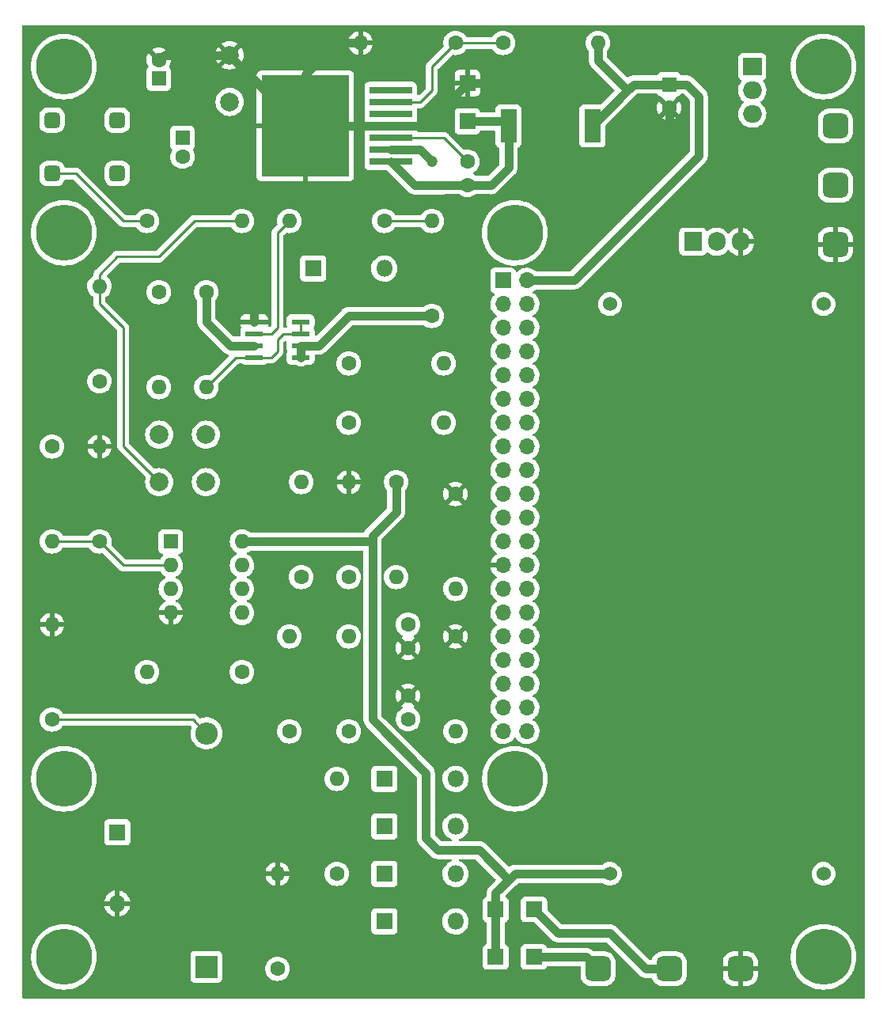
<source format=gtl>
%TF.GenerationSoftware,KiCad,Pcbnew,6.0.0*%
%TF.CreationDate,2022-03-27T17:34:42-07:00*%
%TF.ProjectId,PSU,5053552e-6b69-4636-9164-5f7063625858,rev?*%
%TF.SameCoordinates,Original*%
%TF.FileFunction,Copper,L1,Top*%
%TF.FilePolarity,Positive*%
%FSLAX46Y46*%
G04 Gerber Fmt 4.6, Leading zero omitted, Abs format (unit mm)*
G04 Created by KiCad (PCBNEW 6.0.0) date 2022-03-27 17:34:42*
%MOMM*%
%LPD*%
G01*
G04 APERTURE LIST*
G04 Aperture macros list*
%AMRoundRect*
0 Rectangle with rounded corners*
0 $1 Rounding radius*
0 $2 $3 $4 $5 $6 $7 $8 $9 X,Y pos of 4 corners*
0 Add a 4 corners polygon primitive as box body*
4,1,4,$2,$3,$4,$5,$6,$7,$8,$9,$2,$3,0*
0 Add four circle primitives for the rounded corners*
1,1,$1+$1,$2,$3*
1,1,$1+$1,$4,$5*
1,1,$1+$1,$6,$7*
1,1,$1+$1,$8,$9*
0 Add four rect primitives between the rounded corners*
20,1,$1+$1,$2,$3,$4,$5,0*
20,1,$1+$1,$4,$5,$6,$7,0*
20,1,$1+$1,$6,$7,$8,$9,0*
20,1,$1+$1,$8,$9,$2,$3,0*%
G04 Aperture macros list end*
%TA.AperFunction,ComponentPad*%
%ADD10RoundRect,0.675000X-0.675000X-0.675000X0.675000X-0.675000X0.675000X0.675000X-0.675000X0.675000X0*%
%TD*%
%TA.AperFunction,ComponentPad*%
%ADD11R,2.400000X2.400000*%
%TD*%
%TA.AperFunction,ComponentPad*%
%ADD12O,2.400000X2.400000*%
%TD*%
%TA.AperFunction,ComponentPad*%
%ADD13R,1.800000X1.800000*%
%TD*%
%TA.AperFunction,ComponentPad*%
%ADD14O,1.800000X1.800000*%
%TD*%
%TA.AperFunction,ComponentPad*%
%ADD15R,1.600000X1.600000*%
%TD*%
%TA.AperFunction,ComponentPad*%
%ADD16C,1.600000*%
%TD*%
%TA.AperFunction,ComponentPad*%
%ADD17O,1.600000X1.600000*%
%TD*%
%TA.AperFunction,SMDPad,CuDef*%
%ADD18R,1.800000X1.700000*%
%TD*%
%TA.AperFunction,ComponentPad*%
%ADD19R,1.905000X2.000000*%
%TD*%
%TA.AperFunction,ComponentPad*%
%ADD20O,1.905000X2.000000*%
%TD*%
%TA.AperFunction,ComponentPad*%
%ADD21C,6.000000*%
%TD*%
%TA.AperFunction,ComponentPad*%
%ADD22C,2.000000*%
%TD*%
%TA.AperFunction,ComponentPad*%
%ADD23RoundRect,0.425000X-0.425000X-0.425000X0.425000X-0.425000X0.425000X0.425000X-0.425000X0.425000X0*%
%TD*%
%TA.AperFunction,SMDPad,CuDef*%
%ADD24R,1.970000X0.570000*%
%TD*%
%TA.AperFunction,SMDPad,CuDef*%
%ADD25R,1.700000X1.800000*%
%TD*%
%TA.AperFunction,SMDPad,CuDef*%
%ADD26R,9.400000X10.800000*%
%TD*%
%TA.AperFunction,SMDPad,CuDef*%
%ADD27R,4.600000X0.800000*%
%TD*%
%TA.AperFunction,ComponentPad*%
%ADD28R,1.700000X1.700000*%
%TD*%
%TA.AperFunction,ComponentPad*%
%ADD29O,1.700000X1.700000*%
%TD*%
%TA.AperFunction,ComponentPad*%
%ADD30R,2.000000X1.905000*%
%TD*%
%TA.AperFunction,ComponentPad*%
%ADD31O,2.000000X1.905000*%
%TD*%
%TA.AperFunction,SMDPad,CuDef*%
%ADD32R,1.800000X3.600000*%
%TD*%
%TA.AperFunction,ComponentPad*%
%ADD33C,1.524000*%
%TD*%
%TA.AperFunction,ViaPad*%
%ADD34C,1.200000*%
%TD*%
%TA.AperFunction,Conductor*%
%ADD35C,0.900000*%
%TD*%
%TA.AperFunction,Conductor*%
%ADD36C,0.250000*%
%TD*%
G04 APERTURE END LIST*
D10*
X182880000Y-105410000D03*
X182880000Y-92710000D03*
X182880000Y-99060000D03*
X172720000Y-182880000D03*
X157480000Y-182880000D03*
X165100000Y-182880000D03*
D11*
X115587500Y-182680000D03*
D12*
X115587500Y-157680000D03*
D13*
X134620000Y-172720000D03*
D14*
X142240000Y-172720000D03*
D15*
X165100000Y-88265000D03*
D16*
X165100000Y-90765000D03*
X125730000Y-140970000D03*
D17*
X125730000Y-130810000D03*
D16*
X129540000Y-172720000D03*
D17*
X129540000Y-162560000D03*
D16*
X123190000Y-182880000D03*
D17*
X123190000Y-172720000D03*
D18*
X146540000Y-176530000D03*
X150640000Y-176530000D03*
D19*
X167640000Y-105085000D03*
D20*
X170180000Y-105085000D03*
X172720000Y-105085000D03*
D16*
X137160000Y-146050000D03*
X137160000Y-148550000D03*
D21*
X100330000Y-162560000D03*
D16*
X137160000Y-153670000D03*
X137160000Y-156170000D03*
X130810000Y-124460000D03*
D17*
X140970000Y-124460000D03*
D16*
X110490000Y-110490000D03*
D17*
X110490000Y-120650000D03*
D16*
X147320000Y-83820000D03*
D17*
X157480000Y-83820000D03*
D21*
X100330000Y-104140000D03*
D15*
X110490000Y-87630000D03*
D16*
X110490000Y-85630000D03*
D22*
X115530000Y-130810000D03*
X110530000Y-130810000D03*
D16*
X142240000Y-147320000D03*
D17*
X142240000Y-157480000D03*
D22*
X118070000Y-90130000D03*
X118070000Y-85130000D03*
D16*
X115570000Y-110490000D03*
D17*
X115570000Y-120650000D03*
D16*
X130810000Y-118110000D03*
D17*
X140970000Y-118110000D03*
D23*
X106045000Y-92075000D03*
D16*
X143510000Y-96520000D03*
X143510000Y-99020000D03*
D24*
X120715000Y-113665000D03*
X120715000Y-114935000D03*
X120715000Y-116205000D03*
X120715000Y-117475000D03*
X125665000Y-117475000D03*
X125665000Y-116205000D03*
X125665000Y-114935000D03*
X125665000Y-113665000D03*
D16*
X99060000Y-127000000D03*
D17*
X99060000Y-137160000D03*
D16*
X104140000Y-120015000D03*
D17*
X104140000Y-109855000D03*
D21*
X181610000Y-181610000D03*
X148590000Y-162560000D03*
D25*
X143510000Y-92220000D03*
X143510000Y-88120000D03*
D13*
X134620000Y-177800000D03*
D14*
X142240000Y-177800000D03*
D26*
X126165000Y-92710000D03*
D27*
X135315000Y-88900000D03*
X135315000Y-90170000D03*
X135315000Y-91440000D03*
X135315000Y-92710000D03*
X135315000Y-93980000D03*
X135315000Y-95250000D03*
X135315000Y-96520000D03*
D13*
X106045000Y-168275000D03*
D14*
X106045000Y-175895000D03*
D18*
X146540000Y-181610000D03*
X150640000Y-181610000D03*
D16*
X130810000Y-140970000D03*
D17*
X130810000Y-130810000D03*
D21*
X100330000Y-181610000D03*
D16*
X134620000Y-102870000D03*
D17*
X124460000Y-102870000D03*
D16*
X142240000Y-132080000D03*
D17*
X142240000Y-142240000D03*
D13*
X134620000Y-162560000D03*
D14*
X142240000Y-162560000D03*
D16*
X109220000Y-102870000D03*
D17*
X119380000Y-102870000D03*
D15*
X113030000Y-93980000D03*
D16*
X113030000Y-95980000D03*
D23*
X99060000Y-92075000D03*
D16*
X119380000Y-151130000D03*
D17*
X109220000Y-151130000D03*
D16*
X124460000Y-157480000D03*
D17*
X124460000Y-147320000D03*
D28*
X147315000Y-109225000D03*
D29*
X149855000Y-109225000D03*
X147315000Y-111765000D03*
X149855000Y-111765000D03*
X147315000Y-114305000D03*
X149855000Y-114305000D03*
X147315000Y-116845000D03*
X149855000Y-116845000D03*
X147315000Y-119385000D03*
X149855000Y-119385000D03*
X147315000Y-121925000D03*
X149855000Y-121925000D03*
X147315000Y-124465000D03*
X149855000Y-124465000D03*
X147315000Y-127005000D03*
X149855000Y-127005000D03*
X147315000Y-129545000D03*
X149855000Y-129545000D03*
X147315000Y-132085000D03*
X149855000Y-132085000D03*
X147315000Y-134625000D03*
X149855000Y-134625000D03*
X147315000Y-137165000D03*
X149855000Y-137165000D03*
X147315000Y-139705000D03*
X149855000Y-139705000D03*
X147315000Y-142245000D03*
X149855000Y-142245000D03*
X147315000Y-144785000D03*
X149855000Y-144785000D03*
X147315000Y-147325000D03*
X149855000Y-147325000D03*
X147315000Y-149865000D03*
X149855000Y-149865000D03*
X147315000Y-152405000D03*
X149855000Y-152405000D03*
X147315000Y-154945000D03*
X149855000Y-154945000D03*
X147315000Y-157485000D03*
X149855000Y-157485000D03*
D21*
X148590000Y-104140000D03*
D16*
X142240000Y-83820000D03*
D17*
X132080000Y-83820000D03*
D16*
X130810000Y-157480000D03*
D17*
X130810000Y-147320000D03*
D21*
X100330000Y-86360000D03*
X181610000Y-86360000D03*
D16*
X135890000Y-130810000D03*
D17*
X135890000Y-140970000D03*
D16*
X104140000Y-137160000D03*
D17*
X104140000Y-127000000D03*
D16*
X99060000Y-156210000D03*
D17*
X99060000Y-146050000D03*
D30*
X173990000Y-86360000D03*
D31*
X173990000Y-88900000D03*
X173990000Y-91440000D03*
D23*
X106045000Y-97790000D03*
D13*
X134620000Y-167640000D03*
D14*
X142240000Y-167640000D03*
D32*
X147900000Y-92710000D03*
X156900000Y-92710000D03*
D22*
X115530000Y-125730000D03*
X110530000Y-125730000D03*
D33*
X181610000Y-172720000D03*
X181610000Y-111760000D03*
X158750000Y-111760000D03*
X158750000Y-172720000D03*
D15*
X111770000Y-137170000D03*
D17*
X111770000Y-139710000D03*
X111770000Y-142250000D03*
X111770000Y-144790000D03*
X119390000Y-144790000D03*
X119390000Y-142250000D03*
X119390000Y-139710000D03*
X119390000Y-137170000D03*
D16*
X139700000Y-113030000D03*
D17*
X139700000Y-102870000D03*
D13*
X127000000Y-107950000D03*
D14*
X134620000Y-107950000D03*
D23*
X99060000Y-97790000D03*
D34*
X120015000Y-107950000D03*
X139700000Y-96520000D03*
D35*
X143510000Y-88120000D02*
X150350000Y-88120000D01*
X150350000Y-88120000D02*
X152400000Y-90170000D01*
X154940000Y-97790000D02*
X160020000Y-97790000D01*
X152400000Y-90170000D02*
X152400000Y-95250000D01*
X152400000Y-95250000D02*
X154940000Y-97790000D01*
X160020000Y-97790000D02*
X165100000Y-92710000D01*
X165100000Y-92710000D02*
X165100000Y-90765000D01*
X156900000Y-92655000D02*
X160655000Y-88900000D01*
X160655000Y-88900000D02*
X161290000Y-88265000D01*
X157480000Y-85725000D02*
X160655000Y-88900000D01*
X157480000Y-83820000D02*
X157480000Y-85725000D01*
X156900000Y-92710000D02*
X156900000Y-92655000D01*
X161290000Y-88265000D02*
X165100000Y-88265000D01*
X149855000Y-109225000D02*
X154935000Y-109225000D01*
X154935000Y-109225000D02*
X168275000Y-95885000D01*
X168275000Y-89535000D02*
X167005000Y-88265000D01*
X168275000Y-95885000D02*
X168275000Y-89535000D01*
X167005000Y-88265000D02*
X165100000Y-88265000D01*
X135315000Y-92710000D02*
X126165000Y-92710000D01*
X110990000Y-85130000D02*
X110490000Y-85630000D01*
X120715000Y-108650000D02*
X120015000Y-107950000D01*
X129540000Y-83820000D02*
X126165000Y-87195000D01*
X118070000Y-85130000D02*
X110990000Y-85130000D01*
X135315000Y-92710000D02*
X138920000Y-92710000D01*
X126165000Y-87195000D02*
X126165000Y-92710000D01*
X125650000Y-92710000D02*
X126165000Y-92710000D01*
X118070000Y-85130000D02*
X125650000Y-92710000D01*
X138920000Y-92710000D02*
X143510000Y-88120000D01*
X132080000Y-83820000D02*
X129540000Y-83820000D01*
X120715000Y-113665000D02*
X120715000Y-108650000D01*
D36*
X99060000Y-156210000D02*
X114117500Y-156210000D01*
X114117500Y-156210000D02*
X115587500Y-157680000D01*
D35*
X141010000Y-99020000D02*
X143510000Y-99020000D01*
X147900000Y-92710000D02*
X147900000Y-97210000D01*
X143510000Y-92220000D02*
X147410000Y-92220000D01*
X146010000Y-99020000D02*
X143510000Y-99020000D01*
X140970000Y-99060000D02*
X141010000Y-99020000D01*
X147900000Y-97210000D02*
X146050000Y-99060000D01*
X147410000Y-92220000D02*
X147900000Y-92710000D01*
X146050000Y-99060000D02*
X146010000Y-99020000D01*
X137855000Y-99060000D02*
X135315000Y-96520000D01*
X140970000Y-99060000D02*
X137855000Y-99060000D01*
D36*
X140970000Y-93980000D02*
X143510000Y-96520000D01*
X135315000Y-93980000D02*
X140970000Y-93980000D01*
X120715000Y-114935000D02*
X122555000Y-114935000D01*
X123190000Y-104140000D02*
X124460000Y-102870000D01*
X123190000Y-114300000D02*
X123190000Y-104140000D01*
X122555000Y-114935000D02*
X123190000Y-114300000D01*
D35*
X146540000Y-174770000D02*
X147955000Y-173355000D01*
X148590000Y-172720000D02*
X158750000Y-172720000D01*
X144780000Y-170180000D02*
X147955000Y-173355000D01*
X120715000Y-116205000D02*
X118110000Y-116205000D01*
X139065000Y-168910000D02*
X140335000Y-170180000D01*
X140335000Y-170180000D02*
X144780000Y-170180000D01*
X147955000Y-173355000D02*
X148590000Y-172720000D01*
X133350000Y-156210000D02*
X139065000Y-161925000D01*
X133350000Y-136525000D02*
X133350000Y-137160000D01*
X133350000Y-137160000D02*
X133340000Y-137170000D01*
X135890000Y-130810000D02*
X135890000Y-133985000D01*
X146540000Y-176530000D02*
X146540000Y-181610000D01*
X139065000Y-161925000D02*
X139065000Y-168910000D01*
X133340000Y-137170000D02*
X119390000Y-137170000D01*
X146540000Y-176530000D02*
X146540000Y-174770000D01*
X133350000Y-137160000D02*
X133350000Y-156210000D01*
X118110000Y-116205000D02*
X115570000Y-113665000D01*
X135890000Y-133985000D02*
X133350000Y-136525000D01*
X115570000Y-113665000D02*
X115570000Y-110490000D01*
D36*
X110530000Y-130810000D02*
X106680000Y-126960000D01*
X114300000Y-102870000D02*
X110490000Y-106680000D01*
X106680000Y-114300000D02*
X104140000Y-111760000D01*
X110490000Y-106680000D02*
X106045000Y-106680000D01*
X114300000Y-102870000D02*
X119380000Y-102870000D01*
X106680000Y-126960000D02*
X106680000Y-114300000D01*
X106045000Y-106680000D02*
X104140000Y-108585000D01*
X104140000Y-111760000D02*
X104140000Y-109855000D01*
X104140000Y-108585000D02*
X104140000Y-109855000D01*
D35*
X150640000Y-181610000D02*
X156210000Y-181610000D01*
X156210000Y-181610000D02*
X157480000Y-182880000D01*
D36*
X125665000Y-113665000D02*
X125665000Y-114935000D01*
X118745000Y-117475000D02*
X115570000Y-120650000D01*
X123825000Y-114935000D02*
X125665000Y-114935000D01*
X122555000Y-117475000D02*
X123190000Y-116840000D01*
X123190000Y-116840000D02*
X123190000Y-115570000D01*
X123190000Y-115570000D02*
X123825000Y-114935000D01*
X120715000Y-117475000D02*
X122555000Y-117475000D01*
X120715000Y-117475000D02*
X118745000Y-117475000D01*
D35*
X127635000Y-116205000D02*
X130810000Y-113030000D01*
X135315000Y-95250000D02*
X138430000Y-95250000D01*
X125665000Y-116205000D02*
X127635000Y-116205000D01*
X138430000Y-95250000D02*
X139700000Y-96520000D01*
X125665000Y-117475000D02*
X125665000Y-116205000D01*
X130810000Y-113030000D02*
X139700000Y-113030000D01*
X153180000Y-179070000D02*
X150640000Y-176530000D01*
X158750000Y-179070000D02*
X153180000Y-179070000D01*
X165100000Y-182880000D02*
X162560000Y-182880000D01*
X162560000Y-182880000D02*
X158750000Y-179070000D01*
D36*
X106690000Y-139710000D02*
X104140000Y-137160000D01*
X99060000Y-137160000D02*
X104140000Y-137160000D01*
X111770000Y-139710000D02*
X106690000Y-139710000D01*
X142240000Y-83820000D02*
X147320000Y-83820000D01*
X138430000Y-90170000D02*
X139700000Y-88900000D01*
X139700000Y-86360000D02*
X142240000Y-83820000D01*
X139700000Y-88900000D02*
X139700000Y-86360000D01*
X135315000Y-90170000D02*
X138430000Y-90170000D01*
X139700000Y-102870000D02*
X134620000Y-102870000D01*
X106680000Y-102870000D02*
X101600000Y-97790000D01*
X101600000Y-97790000D02*
X99060000Y-97790000D01*
X109220000Y-102870000D02*
X106680000Y-102870000D01*
%TA.AperFunction,Conductor*%
G36*
X185997121Y-81935002D02*
G01*
X186043614Y-81988658D01*
X186055000Y-82041000D01*
X186055000Y-185929000D01*
X186034998Y-185997121D01*
X185981342Y-186043614D01*
X185929000Y-186055000D01*
X96011000Y-186055000D01*
X95942879Y-186034998D01*
X95896386Y-185981342D01*
X95885000Y-185929000D01*
X95885000Y-181610000D01*
X96816685Y-181610000D01*
X96835931Y-181977241D01*
X96836444Y-181980481D01*
X96836445Y-181980489D01*
X96844829Y-182033423D01*
X96893459Y-182340459D01*
X96988639Y-182695674D01*
X97120427Y-183038994D01*
X97121925Y-183041934D01*
X97268317Y-183329243D01*
X97287380Y-183366657D01*
X97487668Y-183675075D01*
X97719098Y-183960867D01*
X97979133Y-184220902D01*
X98264925Y-184452332D01*
X98573342Y-184652620D01*
X98576276Y-184654115D01*
X98576283Y-184654119D01*
X98741561Y-184738332D01*
X98901006Y-184819573D01*
X99244326Y-184951361D01*
X99599541Y-185046541D01*
X99792558Y-185077112D01*
X99959511Y-185103555D01*
X99959519Y-185103556D01*
X99962759Y-185104069D01*
X100330000Y-185123315D01*
X100697241Y-185104069D01*
X100700481Y-185103556D01*
X100700489Y-185103555D01*
X100867442Y-185077112D01*
X101060459Y-185046541D01*
X101415674Y-184951361D01*
X101758994Y-184819573D01*
X101918439Y-184738332D01*
X102083717Y-184654119D01*
X102083724Y-184654115D01*
X102086658Y-184652620D01*
X102395075Y-184452332D01*
X102680867Y-184220902D01*
X102940902Y-183960867D01*
X102967409Y-183928134D01*
X113879000Y-183928134D01*
X113885755Y-183990316D01*
X113936885Y-184126705D01*
X114024239Y-184243261D01*
X114140795Y-184330615D01*
X114277184Y-184381745D01*
X114339366Y-184388500D01*
X116835634Y-184388500D01*
X116897816Y-184381745D01*
X117034205Y-184330615D01*
X117150761Y-184243261D01*
X117238115Y-184126705D01*
X117289245Y-183990316D01*
X117296000Y-183928134D01*
X117296000Y-182880000D01*
X121876502Y-182880000D01*
X121896457Y-183108087D01*
X121897881Y-183113400D01*
X121897881Y-183113402D01*
X121907031Y-183147548D01*
X121955716Y-183329243D01*
X121958039Y-183334224D01*
X121958039Y-183334225D01*
X122050151Y-183531762D01*
X122050154Y-183531767D01*
X122052477Y-183536749D01*
X122113169Y-183623426D01*
X122180323Y-183719331D01*
X122183802Y-183724300D01*
X122345700Y-183886198D01*
X122350208Y-183889355D01*
X122350211Y-183889357D01*
X122410442Y-183931531D01*
X122533251Y-184017523D01*
X122538233Y-184019846D01*
X122538238Y-184019849D01*
X122735775Y-184111961D01*
X122740757Y-184114284D01*
X122746065Y-184115706D01*
X122746067Y-184115707D01*
X122956598Y-184172119D01*
X122956600Y-184172119D01*
X122961913Y-184173543D01*
X123190000Y-184193498D01*
X123418087Y-184173543D01*
X123423400Y-184172119D01*
X123423402Y-184172119D01*
X123633933Y-184115707D01*
X123633935Y-184115706D01*
X123639243Y-184114284D01*
X123644225Y-184111961D01*
X123841762Y-184019849D01*
X123841767Y-184019846D01*
X123846749Y-184017523D01*
X123969558Y-183931531D01*
X124029789Y-183889357D01*
X124029792Y-183889355D01*
X124034300Y-183886198D01*
X124196198Y-183724300D01*
X124199678Y-183719331D01*
X124266831Y-183623426D01*
X124327523Y-183536749D01*
X124329846Y-183531767D01*
X124329849Y-183531762D01*
X124421961Y-183334225D01*
X124421961Y-183334224D01*
X124424284Y-183329243D01*
X124472970Y-183147548D01*
X124482119Y-183113402D01*
X124482119Y-183113400D01*
X124483543Y-183108087D01*
X124503498Y-182880000D01*
X124483543Y-182651913D01*
X124475028Y-182620135D01*
X124425707Y-182436067D01*
X124425706Y-182436065D01*
X124424284Y-182430757D01*
X124380657Y-182337198D01*
X124329849Y-182228238D01*
X124329846Y-182228233D01*
X124327523Y-182223251D01*
X124254098Y-182118389D01*
X124199357Y-182040211D01*
X124199355Y-182040208D01*
X124196198Y-182035700D01*
X124034300Y-181873802D01*
X124029792Y-181870645D01*
X124029789Y-181870643D01*
X123951611Y-181815902D01*
X123846749Y-181742477D01*
X123841767Y-181740154D01*
X123841762Y-181740151D01*
X123644225Y-181648039D01*
X123644224Y-181648039D01*
X123639243Y-181645716D01*
X123633935Y-181644294D01*
X123633933Y-181644293D01*
X123423402Y-181587881D01*
X123423400Y-181587881D01*
X123418087Y-181586457D01*
X123190000Y-181566502D01*
X122961913Y-181586457D01*
X122956600Y-181587881D01*
X122956598Y-181587881D01*
X122746067Y-181644293D01*
X122746065Y-181644294D01*
X122740757Y-181645716D01*
X122735776Y-181648039D01*
X122735775Y-181648039D01*
X122538238Y-181740151D01*
X122538233Y-181740154D01*
X122533251Y-181742477D01*
X122428389Y-181815902D01*
X122350211Y-181870643D01*
X122350208Y-181870645D01*
X122345700Y-181873802D01*
X122183802Y-182035700D01*
X122180645Y-182040208D01*
X122180643Y-182040211D01*
X122125902Y-182118389D01*
X122052477Y-182223251D01*
X122050154Y-182228233D01*
X122050151Y-182228238D01*
X121999343Y-182337198D01*
X121955716Y-182430757D01*
X121954294Y-182436065D01*
X121954293Y-182436067D01*
X121904972Y-182620135D01*
X121896457Y-182651913D01*
X121876502Y-182880000D01*
X117296000Y-182880000D01*
X117296000Y-181431866D01*
X117289245Y-181369684D01*
X117238115Y-181233295D01*
X117150761Y-181116739D01*
X117034205Y-181029385D01*
X116897816Y-180978255D01*
X116835634Y-180971500D01*
X114339366Y-180971500D01*
X114277184Y-180978255D01*
X114140795Y-181029385D01*
X114024239Y-181116739D01*
X113936885Y-181233295D01*
X113885755Y-181369684D01*
X113879000Y-181431866D01*
X113879000Y-183928134D01*
X102967409Y-183928134D01*
X103172332Y-183675075D01*
X103372620Y-183366657D01*
X103391684Y-183329243D01*
X103538075Y-183041934D01*
X103539573Y-183038994D01*
X103671361Y-182695674D01*
X103766541Y-182340459D01*
X103815171Y-182033423D01*
X103823555Y-181980489D01*
X103823556Y-181980481D01*
X103824069Y-181977241D01*
X103843315Y-181610000D01*
X103824069Y-181242759D01*
X103812733Y-181171183D01*
X103791127Y-181034771D01*
X103766541Y-180879541D01*
X103671361Y-180524326D01*
X103539573Y-180181006D01*
X103463990Y-180032666D01*
X103374119Y-179856284D01*
X103374115Y-179856277D01*
X103372620Y-179853343D01*
X103172332Y-179544925D01*
X102940902Y-179259133D01*
X102680867Y-178999098D01*
X102395075Y-178767668D01*
X102364995Y-178748134D01*
X133211500Y-178748134D01*
X133218255Y-178810316D01*
X133269385Y-178946705D01*
X133356739Y-179063261D01*
X133473295Y-179150615D01*
X133609684Y-179201745D01*
X133671866Y-179208500D01*
X135568134Y-179208500D01*
X135630316Y-179201745D01*
X135766705Y-179150615D01*
X135883261Y-179063261D01*
X135970615Y-178946705D01*
X136021745Y-178810316D01*
X136028500Y-178748134D01*
X136028500Y-177765469D01*
X140827095Y-177765469D01*
X140827392Y-177770622D01*
X140827392Y-177770625D01*
X140836316Y-177925405D01*
X140840427Y-177996697D01*
X140841564Y-178001743D01*
X140841565Y-178001749D01*
X140867413Y-178116445D01*
X140891346Y-178222642D01*
X140893288Y-178227424D01*
X140893289Y-178227428D01*
X140937790Y-178337021D01*
X140978484Y-178437237D01*
X141099501Y-178634719D01*
X141251147Y-178809784D01*
X141429349Y-178957730D01*
X141629322Y-179074584D01*
X141845694Y-179157209D01*
X141850760Y-179158240D01*
X141850761Y-179158240D01*
X141903846Y-179169040D01*
X142072656Y-179203385D01*
X142202089Y-179208131D01*
X142298949Y-179211683D01*
X142298953Y-179211683D01*
X142304113Y-179211872D01*
X142309233Y-179211216D01*
X142309235Y-179211216D01*
X142383166Y-179201745D01*
X142533847Y-179182442D01*
X142538795Y-179180957D01*
X142538802Y-179180956D01*
X142750747Y-179117369D01*
X142755690Y-179115886D01*
X142836236Y-179076427D01*
X142959049Y-179016262D01*
X142959052Y-179016260D01*
X142963684Y-179013991D01*
X143152243Y-178879494D01*
X143316303Y-178716005D01*
X143451458Y-178527917D01*
X143498641Y-178432450D01*
X143551784Y-178324922D01*
X143551785Y-178324920D01*
X143554078Y-178320280D01*
X143621408Y-178098671D01*
X143651640Y-177869041D01*
X143653327Y-177800000D01*
X143647032Y-177723434D01*
X143634773Y-177574318D01*
X143634772Y-177574312D01*
X143634349Y-177569167D01*
X143577925Y-177344533D01*
X143575866Y-177339797D01*
X143487630Y-177136868D01*
X143487628Y-177136865D01*
X143485570Y-177132131D01*
X143359764Y-176937665D01*
X143332524Y-176907728D01*
X143247537Y-176814329D01*
X143203887Y-176766358D01*
X143199836Y-176763159D01*
X143199832Y-176763155D01*
X143026177Y-176626011D01*
X143026172Y-176626008D01*
X143022123Y-176622810D01*
X143017607Y-176620317D01*
X143017604Y-176620315D01*
X142823879Y-176513373D01*
X142823875Y-176513371D01*
X142819355Y-176510876D01*
X142814486Y-176509152D01*
X142814482Y-176509150D01*
X142605903Y-176435288D01*
X142605899Y-176435287D01*
X142601028Y-176433562D01*
X142595935Y-176432655D01*
X142595932Y-176432654D01*
X142378095Y-176393851D01*
X142378089Y-176393850D01*
X142373006Y-176392945D01*
X142300096Y-176392054D01*
X142146581Y-176390179D01*
X142146579Y-176390179D01*
X142141411Y-176390116D01*
X141912464Y-176425150D01*
X141692314Y-176497106D01*
X141687726Y-176499494D01*
X141687722Y-176499496D01*
X141491461Y-176601663D01*
X141486872Y-176604052D01*
X141482739Y-176607155D01*
X141482736Y-176607157D01*
X141410088Y-176661703D01*
X141301655Y-176743117D01*
X141141639Y-176910564D01*
X141138725Y-176914836D01*
X141138724Y-176914837D01*
X141123152Y-176937665D01*
X141011119Y-177101899D01*
X140913602Y-177311981D01*
X140851707Y-177535169D01*
X140827095Y-177765469D01*
X136028500Y-177765469D01*
X136028500Y-176851866D01*
X136021745Y-176789684D01*
X135970615Y-176653295D01*
X135883261Y-176536739D01*
X135766705Y-176449385D01*
X135630316Y-176398255D01*
X135568134Y-176391500D01*
X133671866Y-176391500D01*
X133609684Y-176398255D01*
X133473295Y-176449385D01*
X133356739Y-176536739D01*
X133269385Y-176653295D01*
X133218255Y-176789684D01*
X133211500Y-176851866D01*
X133211500Y-178748134D01*
X102364995Y-178748134D01*
X102086658Y-178567380D01*
X102083724Y-178565885D01*
X102083717Y-178565881D01*
X101761934Y-178401925D01*
X101758994Y-178400427D01*
X101415674Y-178268639D01*
X101060459Y-178173459D01*
X100842464Y-178138932D01*
X100700489Y-178116445D01*
X100700481Y-178116444D01*
X100697241Y-178115931D01*
X100330000Y-178096685D01*
X99962759Y-178115931D01*
X99959519Y-178116444D01*
X99959511Y-178116445D01*
X99817536Y-178138932D01*
X99599541Y-178173459D01*
X99244326Y-178268639D01*
X98901006Y-178400427D01*
X98898066Y-178401925D01*
X98576284Y-178565881D01*
X98576277Y-178565885D01*
X98573343Y-178567380D01*
X98570577Y-178569176D01*
X98570574Y-178569178D01*
X98463639Y-178638622D01*
X98264925Y-178767668D01*
X97979133Y-178999098D01*
X97719098Y-179259133D01*
X97487668Y-179544925D01*
X97287380Y-179853343D01*
X97285885Y-179856277D01*
X97285881Y-179856284D01*
X97196010Y-180032666D01*
X97120427Y-180181006D01*
X96988639Y-180524326D01*
X96893459Y-180879541D01*
X96868873Y-181034771D01*
X96847268Y-181171183D01*
X96835931Y-181242759D01*
X96816685Y-181610000D01*
X95885000Y-181610000D01*
X95885000Y-176162966D01*
X104662000Y-176162966D01*
X104695685Y-176312439D01*
X104698773Y-176322292D01*
X104781989Y-176527226D01*
X104786629Y-176536413D01*
X104902208Y-176725022D01*
X104908286Y-176733326D01*
X105053113Y-176900519D01*
X105060475Y-176907728D01*
X105230660Y-177049018D01*
X105239099Y-177054927D01*
X105430077Y-177166525D01*
X105439364Y-177170975D01*
X105646003Y-177249883D01*
X105655901Y-177252759D01*
X105773250Y-177276634D01*
X105787299Y-177275438D01*
X105791000Y-177265093D01*
X105791000Y-177263928D01*
X106299000Y-177263928D01*
X106303064Y-177277770D01*
X106316479Y-177279804D01*
X106333613Y-177277609D01*
X106343698Y-177275466D01*
X106555557Y-177211905D01*
X106565152Y-177208144D01*
X106763778Y-177110838D01*
X106772636Y-177105559D01*
X106952716Y-176977109D01*
X106960578Y-176970465D01*
X107117260Y-176814329D01*
X107123937Y-176806484D01*
X107253010Y-176626859D01*
X107258321Y-176618020D01*
X107356318Y-176419737D01*
X107360117Y-176410142D01*
X107424415Y-176198517D01*
X107426594Y-176188436D01*
X107429422Y-176166960D01*
X107427210Y-176152779D01*
X107414052Y-176149000D01*
X106317115Y-176149000D01*
X106301876Y-176153475D01*
X106300671Y-176154865D01*
X106299000Y-176162548D01*
X106299000Y-177263928D01*
X105791000Y-177263928D01*
X105791000Y-176167115D01*
X105786525Y-176151876D01*
X105785135Y-176150671D01*
X105777452Y-176149000D01*
X104676968Y-176149000D01*
X104663437Y-176152973D01*
X104662000Y-176162966D01*
X95885000Y-176162966D01*
X95885000Y-175625788D01*
X104658484Y-175625788D01*
X104660625Y-175637609D01*
X104673001Y-175641000D01*
X105772885Y-175641000D01*
X105788124Y-175636525D01*
X105789329Y-175635135D01*
X105791000Y-175627452D01*
X105791000Y-175622885D01*
X106299000Y-175622885D01*
X106303475Y-175638124D01*
X106304865Y-175639329D01*
X106312548Y-175641000D01*
X107414900Y-175641000D01*
X107428431Y-175637027D01*
X107429736Y-175627947D01*
X107383710Y-175444708D01*
X107380389Y-175434953D01*
X107292193Y-175232118D01*
X107287315Y-175223020D01*
X107167177Y-175037315D01*
X107160885Y-175029144D01*
X107012023Y-174865547D01*
X107004490Y-174858521D01*
X106830901Y-174721429D01*
X106822323Y-174715730D01*
X106628678Y-174608833D01*
X106619272Y-174604606D01*
X106410772Y-174530772D01*
X106400809Y-174528140D01*
X106316836Y-174513182D01*
X106303541Y-174514641D01*
X106299000Y-174529199D01*
X106299000Y-175622885D01*
X105791000Y-175622885D01*
X105791000Y-174527517D01*
X105787082Y-174514173D01*
X105772806Y-174512186D01*
X105722694Y-174519855D01*
X105712666Y-174522244D01*
X105502426Y-174590961D01*
X105492916Y-174594958D01*
X105296728Y-174697087D01*
X105288003Y-174702581D01*
X105111123Y-174835386D01*
X105103416Y-174842229D01*
X104950600Y-175002143D01*
X104944113Y-175010153D01*
X104819474Y-175192867D01*
X104814376Y-175201841D01*
X104721252Y-175402459D01*
X104717689Y-175412146D01*
X104658581Y-175625279D01*
X104658484Y-175625788D01*
X95885000Y-175625788D01*
X95885000Y-172986522D01*
X121907273Y-172986522D01*
X121954764Y-173163761D01*
X121958510Y-173174053D01*
X122050586Y-173371511D01*
X122056069Y-173381007D01*
X122181028Y-173559467D01*
X122188084Y-173567875D01*
X122342125Y-173721916D01*
X122350533Y-173728972D01*
X122528993Y-173853931D01*
X122538489Y-173859414D01*
X122735947Y-173951490D01*
X122746239Y-173955236D01*
X122918503Y-174001394D01*
X122932599Y-174001058D01*
X122936000Y-173993116D01*
X122936000Y-173987967D01*
X123444000Y-173987967D01*
X123447973Y-174001498D01*
X123456522Y-174002727D01*
X123633761Y-173955236D01*
X123644053Y-173951490D01*
X123841511Y-173859414D01*
X123851007Y-173853931D01*
X124029467Y-173728972D01*
X124037875Y-173721916D01*
X124191916Y-173567875D01*
X124198972Y-173559467D01*
X124323931Y-173381007D01*
X124329414Y-173371511D01*
X124421490Y-173174053D01*
X124425236Y-173163761D01*
X124471394Y-172991497D01*
X124471058Y-172977401D01*
X124463116Y-172974000D01*
X123462115Y-172974000D01*
X123446876Y-172978475D01*
X123445671Y-172979865D01*
X123444000Y-172987548D01*
X123444000Y-173987967D01*
X122936000Y-173987967D01*
X122936000Y-172992115D01*
X122931525Y-172976876D01*
X122930135Y-172975671D01*
X122922452Y-172974000D01*
X121922033Y-172974000D01*
X121908502Y-172977973D01*
X121907273Y-172986522D01*
X95885000Y-172986522D01*
X95885000Y-172720000D01*
X128226502Y-172720000D01*
X128246457Y-172948087D01*
X128247881Y-172953400D01*
X128247881Y-172953402D01*
X128299871Y-173147428D01*
X128305716Y-173169243D01*
X128308039Y-173174224D01*
X128308039Y-173174225D01*
X128400151Y-173371762D01*
X128400154Y-173371767D01*
X128402477Y-173376749D01*
X128405634Y-173381257D01*
X128524012Y-173550318D01*
X128533802Y-173564300D01*
X128695700Y-173726198D01*
X128700208Y-173729355D01*
X128700211Y-173729357D01*
X128700821Y-173729784D01*
X128883251Y-173857523D01*
X128888233Y-173859846D01*
X128888238Y-173859849D01*
X129047238Y-173933991D01*
X129090757Y-173954284D01*
X129096065Y-173955706D01*
X129096067Y-173955707D01*
X129306598Y-174012119D01*
X129306600Y-174012119D01*
X129311913Y-174013543D01*
X129540000Y-174033498D01*
X129768087Y-174013543D01*
X129773400Y-174012119D01*
X129773402Y-174012119D01*
X129983933Y-173955707D01*
X129983935Y-173955706D01*
X129989243Y-173954284D01*
X130032762Y-173933991D01*
X130191762Y-173859849D01*
X130191767Y-173859846D01*
X130196749Y-173857523D01*
X130379179Y-173729784D01*
X130379789Y-173729357D01*
X130379792Y-173729355D01*
X130384300Y-173726198D01*
X130442364Y-173668134D01*
X133211500Y-173668134D01*
X133218255Y-173730316D01*
X133269385Y-173866705D01*
X133356739Y-173983261D01*
X133473295Y-174070615D01*
X133609684Y-174121745D01*
X133671866Y-174128500D01*
X135568134Y-174128500D01*
X135630316Y-174121745D01*
X135766705Y-174070615D01*
X135883261Y-173983261D01*
X135970615Y-173866705D01*
X136021745Y-173730316D01*
X136028500Y-173668134D01*
X136028500Y-171771866D01*
X136021745Y-171709684D01*
X135970615Y-171573295D01*
X135883261Y-171456739D01*
X135766705Y-171369385D01*
X135630316Y-171318255D01*
X135568134Y-171311500D01*
X133671866Y-171311500D01*
X133609684Y-171318255D01*
X133473295Y-171369385D01*
X133356739Y-171456739D01*
X133269385Y-171573295D01*
X133218255Y-171709684D01*
X133211500Y-171771866D01*
X133211500Y-173668134D01*
X130442364Y-173668134D01*
X130546198Y-173564300D01*
X130555989Y-173550318D01*
X130674366Y-173381257D01*
X130677523Y-173376749D01*
X130679846Y-173371767D01*
X130679849Y-173371762D01*
X130771961Y-173174225D01*
X130771961Y-173174224D01*
X130774284Y-173169243D01*
X130780130Y-173147428D01*
X130832119Y-172953402D01*
X130832119Y-172953400D01*
X130833543Y-172948087D01*
X130853498Y-172720000D01*
X130833543Y-172491913D01*
X130825028Y-172460135D01*
X130775707Y-172276067D01*
X130775706Y-172276065D01*
X130774284Y-172270757D01*
X130754020Y-172227301D01*
X130679849Y-172068238D01*
X130679846Y-172068233D01*
X130677523Y-172063251D01*
X130563880Y-171900952D01*
X130549357Y-171880211D01*
X130549355Y-171880208D01*
X130546198Y-171875700D01*
X130384300Y-171713802D01*
X130379792Y-171710645D01*
X130379789Y-171710643D01*
X130301611Y-171655902D01*
X130196749Y-171582477D01*
X130191767Y-171580154D01*
X130191762Y-171580151D01*
X129994225Y-171488039D01*
X129994224Y-171488039D01*
X129989243Y-171485716D01*
X129983935Y-171484294D01*
X129983933Y-171484293D01*
X129773402Y-171427881D01*
X129773400Y-171427881D01*
X129768087Y-171426457D01*
X129540000Y-171406502D01*
X129311913Y-171426457D01*
X129306600Y-171427881D01*
X129306598Y-171427881D01*
X129096067Y-171484293D01*
X129096065Y-171484294D01*
X129090757Y-171485716D01*
X129085776Y-171488039D01*
X129085775Y-171488039D01*
X128888238Y-171580151D01*
X128888233Y-171580154D01*
X128883251Y-171582477D01*
X128778389Y-171655902D01*
X128700211Y-171710643D01*
X128700208Y-171710645D01*
X128695700Y-171713802D01*
X128533802Y-171875700D01*
X128530645Y-171880208D01*
X128530643Y-171880211D01*
X128516120Y-171900952D01*
X128402477Y-172063251D01*
X128400154Y-172068233D01*
X128400151Y-172068238D01*
X128325980Y-172227301D01*
X128305716Y-172270757D01*
X128304294Y-172276065D01*
X128304293Y-172276067D01*
X128254972Y-172460135D01*
X128246457Y-172491913D01*
X128226502Y-172720000D01*
X95885000Y-172720000D01*
X95885000Y-172448503D01*
X121908606Y-172448503D01*
X121908942Y-172462599D01*
X121916884Y-172466000D01*
X122917885Y-172466000D01*
X122933124Y-172461525D01*
X122934329Y-172460135D01*
X122936000Y-172452452D01*
X122936000Y-172447885D01*
X123444000Y-172447885D01*
X123448475Y-172463124D01*
X123449865Y-172464329D01*
X123457548Y-172466000D01*
X124457967Y-172466000D01*
X124471498Y-172462027D01*
X124472727Y-172453478D01*
X124425236Y-172276239D01*
X124421490Y-172265947D01*
X124329414Y-172068489D01*
X124323931Y-172058993D01*
X124198972Y-171880533D01*
X124191916Y-171872125D01*
X124037875Y-171718084D01*
X124029467Y-171711028D01*
X123851007Y-171586069D01*
X123841511Y-171580586D01*
X123644053Y-171488510D01*
X123633761Y-171484764D01*
X123461497Y-171438606D01*
X123447401Y-171438942D01*
X123444000Y-171446884D01*
X123444000Y-172447885D01*
X122936000Y-172447885D01*
X122936000Y-171452033D01*
X122932027Y-171438502D01*
X122923478Y-171437273D01*
X122746239Y-171484764D01*
X122735947Y-171488510D01*
X122538489Y-171580586D01*
X122528993Y-171586069D01*
X122350533Y-171711028D01*
X122342125Y-171718084D01*
X122188084Y-171872125D01*
X122181028Y-171880533D01*
X122056069Y-172058993D01*
X122050586Y-172068489D01*
X121958510Y-172265947D01*
X121954764Y-172276239D01*
X121908606Y-172448503D01*
X95885000Y-172448503D01*
X95885000Y-169223134D01*
X104636500Y-169223134D01*
X104643255Y-169285316D01*
X104694385Y-169421705D01*
X104781739Y-169538261D01*
X104898295Y-169625615D01*
X105034684Y-169676745D01*
X105096866Y-169683500D01*
X106993134Y-169683500D01*
X107055316Y-169676745D01*
X107191705Y-169625615D01*
X107308261Y-169538261D01*
X107395615Y-169421705D01*
X107446745Y-169285316D01*
X107453500Y-169223134D01*
X107453500Y-168588134D01*
X133211500Y-168588134D01*
X133218255Y-168650316D01*
X133269385Y-168786705D01*
X133356739Y-168903261D01*
X133473295Y-168990615D01*
X133609684Y-169041745D01*
X133671866Y-169048500D01*
X135568134Y-169048500D01*
X135630316Y-169041745D01*
X135766705Y-168990615D01*
X135883261Y-168903261D01*
X135970615Y-168786705D01*
X136021745Y-168650316D01*
X136028500Y-168588134D01*
X136028500Y-166691866D01*
X136021745Y-166629684D01*
X135970615Y-166493295D01*
X135883261Y-166376739D01*
X135766705Y-166289385D01*
X135630316Y-166238255D01*
X135568134Y-166231500D01*
X133671866Y-166231500D01*
X133609684Y-166238255D01*
X133473295Y-166289385D01*
X133356739Y-166376739D01*
X133269385Y-166493295D01*
X133218255Y-166629684D01*
X133211500Y-166691866D01*
X133211500Y-168588134D01*
X107453500Y-168588134D01*
X107453500Y-167326866D01*
X107446745Y-167264684D01*
X107395615Y-167128295D01*
X107308261Y-167011739D01*
X107191705Y-166924385D01*
X107055316Y-166873255D01*
X106993134Y-166866500D01*
X105096866Y-166866500D01*
X105034684Y-166873255D01*
X104898295Y-166924385D01*
X104781739Y-167011739D01*
X104694385Y-167128295D01*
X104643255Y-167264684D01*
X104636500Y-167326866D01*
X104636500Y-169223134D01*
X95885000Y-169223134D01*
X95885000Y-162560000D01*
X96816685Y-162560000D01*
X96835931Y-162927241D01*
X96836444Y-162930481D01*
X96836445Y-162930489D01*
X96848078Y-163003933D01*
X96893459Y-163290459D01*
X96988639Y-163645674D01*
X96989824Y-163648762D01*
X96989825Y-163648764D01*
X97036744Y-163770993D01*
X97120427Y-163988994D01*
X97287380Y-164316657D01*
X97487668Y-164625075D01*
X97719098Y-164910867D01*
X97979133Y-165170902D01*
X98264925Y-165402332D01*
X98573342Y-165602620D01*
X98576276Y-165604115D01*
X98576283Y-165604119D01*
X98898066Y-165768075D01*
X98901006Y-165769573D01*
X99244326Y-165901361D01*
X99599541Y-165996541D01*
X99792558Y-166027112D01*
X99959511Y-166053555D01*
X99959519Y-166053556D01*
X99962759Y-166054069D01*
X100330000Y-166073315D01*
X100697241Y-166054069D01*
X100700481Y-166053556D01*
X100700489Y-166053555D01*
X100867442Y-166027112D01*
X101060459Y-165996541D01*
X101415674Y-165901361D01*
X101758994Y-165769573D01*
X101761934Y-165768075D01*
X102083717Y-165604119D01*
X102083724Y-165604115D01*
X102086658Y-165602620D01*
X102395075Y-165402332D01*
X102680867Y-165170902D01*
X102940902Y-164910867D01*
X103172332Y-164625075D01*
X103372620Y-164316657D01*
X103539573Y-163988994D01*
X103623256Y-163770993D01*
X103670175Y-163648764D01*
X103670176Y-163648762D01*
X103671361Y-163645674D01*
X103766541Y-163290459D01*
X103811922Y-163003933D01*
X103823555Y-162930489D01*
X103823556Y-162930481D01*
X103824069Y-162927241D01*
X103843315Y-162560000D01*
X128226502Y-162560000D01*
X128246457Y-162788087D01*
X128247881Y-162793400D01*
X128247881Y-162793402D01*
X128299871Y-162987428D01*
X128305716Y-163009243D01*
X128308039Y-163014224D01*
X128308039Y-163014225D01*
X128400151Y-163211762D01*
X128400154Y-163211767D01*
X128402477Y-163216749D01*
X128475902Y-163321611D01*
X128524012Y-163390318D01*
X128533802Y-163404300D01*
X128695700Y-163566198D01*
X128700208Y-163569355D01*
X128700211Y-163569357D01*
X128700821Y-163569784D01*
X128883251Y-163697523D01*
X128888233Y-163699846D01*
X128888238Y-163699849D01*
X129047238Y-163773991D01*
X129090757Y-163794284D01*
X129096065Y-163795706D01*
X129096067Y-163795707D01*
X129306598Y-163852119D01*
X129306600Y-163852119D01*
X129311913Y-163853543D01*
X129540000Y-163873498D01*
X129768087Y-163853543D01*
X129773400Y-163852119D01*
X129773402Y-163852119D01*
X129983933Y-163795707D01*
X129983935Y-163795706D01*
X129989243Y-163794284D01*
X130032762Y-163773991D01*
X130191762Y-163699849D01*
X130191767Y-163699846D01*
X130196749Y-163697523D01*
X130379179Y-163569784D01*
X130379789Y-163569357D01*
X130379792Y-163569355D01*
X130384300Y-163566198D01*
X130442364Y-163508134D01*
X133211500Y-163508134D01*
X133218255Y-163570316D01*
X133269385Y-163706705D01*
X133356739Y-163823261D01*
X133473295Y-163910615D01*
X133609684Y-163961745D01*
X133671866Y-163968500D01*
X135568134Y-163968500D01*
X135630316Y-163961745D01*
X135766705Y-163910615D01*
X135883261Y-163823261D01*
X135970615Y-163706705D01*
X136021745Y-163570316D01*
X136028500Y-163508134D01*
X136028500Y-161611866D01*
X136021745Y-161549684D01*
X135970615Y-161413295D01*
X135883261Y-161296739D01*
X135766705Y-161209385D01*
X135630316Y-161158255D01*
X135568134Y-161151500D01*
X133671866Y-161151500D01*
X133609684Y-161158255D01*
X133473295Y-161209385D01*
X133356739Y-161296739D01*
X133269385Y-161413295D01*
X133218255Y-161549684D01*
X133211500Y-161611866D01*
X133211500Y-163508134D01*
X130442364Y-163508134D01*
X130546198Y-163404300D01*
X130555989Y-163390318D01*
X130604098Y-163321611D01*
X130677523Y-163216749D01*
X130679846Y-163211767D01*
X130679849Y-163211762D01*
X130771961Y-163014225D01*
X130771961Y-163014224D01*
X130774284Y-163009243D01*
X130780130Y-162987428D01*
X130832119Y-162793402D01*
X130832119Y-162793400D01*
X130833543Y-162788087D01*
X130853498Y-162560000D01*
X130833543Y-162331913D01*
X130825073Y-162300301D01*
X130775707Y-162116067D01*
X130775706Y-162116065D01*
X130774284Y-162110757D01*
X130694103Y-161938807D01*
X130679849Y-161908238D01*
X130679846Y-161908233D01*
X130677523Y-161903251D01*
X130561546Y-161737619D01*
X130549357Y-161720211D01*
X130549355Y-161720208D01*
X130546198Y-161715700D01*
X130384300Y-161553802D01*
X130379792Y-161550645D01*
X130379789Y-161550643D01*
X130266384Y-161471236D01*
X130196749Y-161422477D01*
X130191767Y-161420154D01*
X130191762Y-161420151D01*
X129994225Y-161328039D01*
X129994224Y-161328039D01*
X129989243Y-161325716D01*
X129983935Y-161324294D01*
X129983933Y-161324293D01*
X129773402Y-161267881D01*
X129773400Y-161267881D01*
X129768087Y-161266457D01*
X129540000Y-161246502D01*
X129311913Y-161266457D01*
X129306600Y-161267881D01*
X129306598Y-161267881D01*
X129096067Y-161324293D01*
X129096065Y-161324294D01*
X129090757Y-161325716D01*
X129085776Y-161328039D01*
X129085775Y-161328039D01*
X128888238Y-161420151D01*
X128888233Y-161420154D01*
X128883251Y-161422477D01*
X128813616Y-161471236D01*
X128700211Y-161550643D01*
X128700208Y-161550645D01*
X128695700Y-161553802D01*
X128533802Y-161715700D01*
X128530645Y-161720208D01*
X128530643Y-161720211D01*
X128518454Y-161737619D01*
X128402477Y-161903251D01*
X128400154Y-161908233D01*
X128400151Y-161908238D01*
X128385897Y-161938807D01*
X128305716Y-162110757D01*
X128304294Y-162116065D01*
X128304293Y-162116067D01*
X128254927Y-162300301D01*
X128246457Y-162331913D01*
X128226502Y-162560000D01*
X103843315Y-162560000D01*
X103824069Y-162192759D01*
X103810096Y-162104533D01*
X103797112Y-162022558D01*
X103766541Y-161829541D01*
X103671361Y-161474326D01*
X103647934Y-161413295D01*
X103587361Y-161255499D01*
X103539573Y-161131006D01*
X103372620Y-160803343D01*
X103172332Y-160494925D01*
X102940902Y-160209133D01*
X102680867Y-159949098D01*
X102395075Y-159717668D01*
X102086658Y-159517380D01*
X102083724Y-159515885D01*
X102083717Y-159515881D01*
X101761934Y-159351925D01*
X101758994Y-159350427D01*
X101415674Y-159218639D01*
X101060459Y-159123459D01*
X100867442Y-159092888D01*
X100700489Y-159066445D01*
X100700481Y-159066444D01*
X100697241Y-159065931D01*
X100330000Y-159046685D01*
X99962759Y-159065931D01*
X99959519Y-159066444D01*
X99959511Y-159066445D01*
X99792558Y-159092888D01*
X99599541Y-159123459D01*
X99244326Y-159218639D01*
X98901006Y-159350427D01*
X98898066Y-159351925D01*
X98576284Y-159515881D01*
X98576277Y-159515885D01*
X98573343Y-159517380D01*
X98264925Y-159717668D01*
X97979133Y-159949098D01*
X97719098Y-160209133D01*
X97487668Y-160494925D01*
X97287380Y-160803343D01*
X97120427Y-161131006D01*
X97072639Y-161255499D01*
X97012067Y-161413295D01*
X96988639Y-161474326D01*
X96893459Y-161829541D01*
X96862888Y-162022558D01*
X96849905Y-162104533D01*
X96835931Y-162192759D01*
X96816685Y-162560000D01*
X95885000Y-162560000D01*
X95885000Y-156210000D01*
X97746502Y-156210000D01*
X97766457Y-156438087D01*
X97767881Y-156443400D01*
X97767881Y-156443402D01*
X97822553Y-156647437D01*
X97825716Y-156659243D01*
X97828039Y-156664224D01*
X97828039Y-156664225D01*
X97920151Y-156861762D01*
X97920154Y-156861767D01*
X97922477Y-156866749D01*
X97971017Y-156936071D01*
X98047782Y-157045702D01*
X98053802Y-157054300D01*
X98215700Y-157216198D01*
X98220208Y-157219355D01*
X98220211Y-157219357D01*
X98274532Y-157257393D01*
X98403251Y-157347523D01*
X98408233Y-157349846D01*
X98408238Y-157349849D01*
X98605775Y-157441961D01*
X98610757Y-157444284D01*
X98616065Y-157445706D01*
X98616067Y-157445707D01*
X98826598Y-157502119D01*
X98826600Y-157502119D01*
X98831913Y-157503543D01*
X99060000Y-157523498D01*
X99288087Y-157503543D01*
X99293400Y-157502119D01*
X99293402Y-157502119D01*
X99503933Y-157445707D01*
X99503935Y-157445706D01*
X99509243Y-157444284D01*
X99514225Y-157441961D01*
X99711762Y-157349849D01*
X99711767Y-157349846D01*
X99716749Y-157347523D01*
X99845468Y-157257393D01*
X99899789Y-157219357D01*
X99899792Y-157219355D01*
X99904300Y-157216198D01*
X100066198Y-157054300D01*
X100069357Y-157049789D01*
X100176181Y-156897229D01*
X100231638Y-156852901D01*
X100279394Y-156843500D01*
X113802906Y-156843500D01*
X113871027Y-156863502D01*
X113892001Y-156880405D01*
X113957654Y-156946058D01*
X113991680Y-157008370D01*
X113984756Y-157083877D01*
X113962746Y-157136365D01*
X113961595Y-157140897D01*
X113961594Y-157140900D01*
X113951897Y-157179082D01*
X113900238Y-157382490D01*
X113874796Y-157635151D01*
X113886980Y-157888798D01*
X113887893Y-157893386D01*
X113935309Y-158131762D01*
X113936521Y-158137857D01*
X113938100Y-158142255D01*
X113938102Y-158142262D01*
X113989598Y-158285689D01*
X114022331Y-158376858D01*
X114024548Y-158380984D01*
X114082779Y-158489357D01*
X114142525Y-158600551D01*
X114145320Y-158604294D01*
X114145322Y-158604297D01*
X114291671Y-158800282D01*
X114291676Y-158800288D01*
X114294463Y-158804020D01*
X114297772Y-158807300D01*
X114297777Y-158807306D01*
X114396359Y-158905031D01*
X114474807Y-158982797D01*
X114478569Y-158985555D01*
X114478572Y-158985558D01*
X114591755Y-159068547D01*
X114679594Y-159132953D01*
X114683729Y-159135129D01*
X114683733Y-159135131D01*
X114801789Y-159197243D01*
X114904327Y-159251191D01*
X115144068Y-159334912D01*
X115393550Y-159382278D01*
X115514032Y-159387011D01*
X115642625Y-159392064D01*
X115642630Y-159392064D01*
X115647293Y-159392247D01*
X115746274Y-159381407D01*
X115895069Y-159365112D01*
X115895075Y-159365111D01*
X115899722Y-159364602D01*
X116009180Y-159335784D01*
X116140773Y-159301138D01*
X116145293Y-159299948D01*
X116336537Y-159217784D01*
X116374307Y-159201557D01*
X116374310Y-159201555D01*
X116378610Y-159199708D01*
X116382590Y-159197245D01*
X116382594Y-159197243D01*
X116590564Y-159068547D01*
X116590566Y-159068545D01*
X116594547Y-159066082D01*
X116598124Y-159063054D01*
X116784789Y-158905031D01*
X116784791Y-158905029D01*
X116788362Y-158902006D01*
X116955795Y-158711084D01*
X116989829Y-158658173D01*
X117074734Y-158526173D01*
X117093169Y-158497512D01*
X117197467Y-158265980D01*
X117266396Y-158021575D01*
X117283288Y-157888798D01*
X117298045Y-157772798D01*
X117298045Y-157772792D01*
X117298443Y-157769667D01*
X117300791Y-157680000D01*
X117289161Y-157523498D01*
X117285929Y-157480000D01*
X123146502Y-157480000D01*
X123166457Y-157708087D01*
X123167881Y-157713400D01*
X123167881Y-157713402D01*
X123214557Y-157887596D01*
X123225716Y-157929243D01*
X123228039Y-157934224D01*
X123228039Y-157934225D01*
X123320151Y-158131762D01*
X123320154Y-158131767D01*
X123322477Y-158136749D01*
X123354469Y-158182438D01*
X123432579Y-158293990D01*
X123453802Y-158324300D01*
X123615700Y-158486198D01*
X123620208Y-158489355D01*
X123620211Y-158489357D01*
X123698389Y-158544098D01*
X123803251Y-158617523D01*
X123808233Y-158619846D01*
X123808238Y-158619849D01*
X124005282Y-158711731D01*
X124010757Y-158714284D01*
X124016065Y-158715706D01*
X124016067Y-158715707D01*
X124226598Y-158772119D01*
X124226600Y-158772119D01*
X124231913Y-158773543D01*
X124460000Y-158793498D01*
X124688087Y-158773543D01*
X124693400Y-158772119D01*
X124693402Y-158772119D01*
X124903933Y-158715707D01*
X124903935Y-158715706D01*
X124909243Y-158714284D01*
X124914718Y-158711731D01*
X125111762Y-158619849D01*
X125111767Y-158619846D01*
X125116749Y-158617523D01*
X125221611Y-158544098D01*
X125299789Y-158489357D01*
X125299792Y-158489355D01*
X125304300Y-158486198D01*
X125466198Y-158324300D01*
X125487422Y-158293990D01*
X125565531Y-158182438D01*
X125597523Y-158136749D01*
X125599846Y-158131767D01*
X125599849Y-158131762D01*
X125691961Y-157934225D01*
X125691961Y-157934224D01*
X125694284Y-157929243D01*
X125705444Y-157887596D01*
X125752119Y-157713402D01*
X125752119Y-157713400D01*
X125753543Y-157708087D01*
X125773498Y-157480000D01*
X129496502Y-157480000D01*
X129516457Y-157708087D01*
X129517881Y-157713400D01*
X129517881Y-157713402D01*
X129564557Y-157887596D01*
X129575716Y-157929243D01*
X129578039Y-157934224D01*
X129578039Y-157934225D01*
X129670151Y-158131762D01*
X129670154Y-158131767D01*
X129672477Y-158136749D01*
X129704469Y-158182438D01*
X129782579Y-158293990D01*
X129803802Y-158324300D01*
X129965700Y-158486198D01*
X129970208Y-158489355D01*
X129970211Y-158489357D01*
X130048389Y-158544098D01*
X130153251Y-158617523D01*
X130158233Y-158619846D01*
X130158238Y-158619849D01*
X130355282Y-158711731D01*
X130360757Y-158714284D01*
X130366065Y-158715706D01*
X130366067Y-158715707D01*
X130576598Y-158772119D01*
X130576600Y-158772119D01*
X130581913Y-158773543D01*
X130810000Y-158793498D01*
X131038087Y-158773543D01*
X131043400Y-158772119D01*
X131043402Y-158772119D01*
X131253933Y-158715707D01*
X131253935Y-158715706D01*
X131259243Y-158714284D01*
X131264718Y-158711731D01*
X131461762Y-158619849D01*
X131461767Y-158619846D01*
X131466749Y-158617523D01*
X131571611Y-158544098D01*
X131649789Y-158489357D01*
X131649792Y-158489355D01*
X131654300Y-158486198D01*
X131816198Y-158324300D01*
X131837422Y-158293990D01*
X131915531Y-158182438D01*
X131947523Y-158136749D01*
X131949846Y-158131767D01*
X131949849Y-158131762D01*
X132041961Y-157934225D01*
X132041961Y-157934224D01*
X132044284Y-157929243D01*
X132055444Y-157887596D01*
X132102119Y-157713402D01*
X132102119Y-157713400D01*
X132103543Y-157708087D01*
X132123498Y-157480000D01*
X132103543Y-157251913D01*
X132071427Y-157132056D01*
X132045707Y-157036067D01*
X132045706Y-157036065D01*
X132044284Y-157030757D01*
X132038427Y-157018197D01*
X131949849Y-156828238D01*
X131949846Y-156828233D01*
X131947523Y-156823251D01*
X131862316Y-156701563D01*
X131819357Y-156640211D01*
X131819355Y-156640208D01*
X131816198Y-156635700D01*
X131654300Y-156473802D01*
X131649792Y-156470645D01*
X131649789Y-156470643D01*
X131538342Y-156392607D01*
X131466749Y-156342477D01*
X131461767Y-156340154D01*
X131461762Y-156340151D01*
X131264225Y-156248039D01*
X131264224Y-156248039D01*
X131259243Y-156245716D01*
X131253935Y-156244294D01*
X131253933Y-156244293D01*
X131043402Y-156187881D01*
X131043400Y-156187881D01*
X131038087Y-156186457D01*
X130810000Y-156166502D01*
X130581913Y-156186457D01*
X130576600Y-156187881D01*
X130576598Y-156187881D01*
X130366067Y-156244293D01*
X130366065Y-156244294D01*
X130360757Y-156245716D01*
X130355776Y-156248039D01*
X130355775Y-156248039D01*
X130158238Y-156340151D01*
X130158233Y-156340154D01*
X130153251Y-156342477D01*
X130081658Y-156392607D01*
X129970211Y-156470643D01*
X129970208Y-156470645D01*
X129965700Y-156473802D01*
X129803802Y-156635700D01*
X129800645Y-156640208D01*
X129800643Y-156640211D01*
X129757684Y-156701563D01*
X129672477Y-156823251D01*
X129670154Y-156828233D01*
X129670151Y-156828238D01*
X129581573Y-157018197D01*
X129575716Y-157030757D01*
X129574294Y-157036065D01*
X129574293Y-157036067D01*
X129548573Y-157132056D01*
X129516457Y-157251913D01*
X129496502Y-157480000D01*
X125773498Y-157480000D01*
X125753543Y-157251913D01*
X125721427Y-157132056D01*
X125695707Y-157036067D01*
X125695706Y-157036065D01*
X125694284Y-157030757D01*
X125688427Y-157018197D01*
X125599849Y-156828238D01*
X125599846Y-156828233D01*
X125597523Y-156823251D01*
X125512316Y-156701563D01*
X125469357Y-156640211D01*
X125469355Y-156640208D01*
X125466198Y-156635700D01*
X125304300Y-156473802D01*
X125299792Y-156470645D01*
X125299789Y-156470643D01*
X125188342Y-156392607D01*
X125116749Y-156342477D01*
X125111767Y-156340154D01*
X125111762Y-156340151D01*
X124914225Y-156248039D01*
X124914224Y-156248039D01*
X124909243Y-156245716D01*
X124903935Y-156244294D01*
X124903933Y-156244293D01*
X124693402Y-156187881D01*
X124693400Y-156187881D01*
X124688087Y-156186457D01*
X124460000Y-156166502D01*
X124231913Y-156186457D01*
X124226600Y-156187881D01*
X124226598Y-156187881D01*
X124016067Y-156244293D01*
X124016065Y-156244294D01*
X124010757Y-156245716D01*
X124005776Y-156248039D01*
X124005775Y-156248039D01*
X123808238Y-156340151D01*
X123808233Y-156340154D01*
X123803251Y-156342477D01*
X123731658Y-156392607D01*
X123620211Y-156470643D01*
X123620208Y-156470645D01*
X123615700Y-156473802D01*
X123453802Y-156635700D01*
X123450645Y-156640208D01*
X123450643Y-156640211D01*
X123407684Y-156701563D01*
X123322477Y-156823251D01*
X123320154Y-156828233D01*
X123320151Y-156828238D01*
X123231573Y-157018197D01*
X123225716Y-157030757D01*
X123224294Y-157036065D01*
X123224293Y-157036067D01*
X123198573Y-157132056D01*
X123166457Y-157251913D01*
X123146502Y-157480000D01*
X117285929Y-157480000D01*
X117282318Y-157431411D01*
X117282317Y-157431407D01*
X117281972Y-157426759D01*
X117277209Y-157405707D01*
X117235041Y-157219357D01*
X117225928Y-157179082D01*
X117188906Y-157083880D01*
X117135584Y-156946762D01*
X117135583Y-156946760D01*
X117133891Y-156942409D01*
X117098453Y-156880405D01*
X117010202Y-156725997D01*
X117010200Y-156725995D01*
X117007883Y-156721940D01*
X116850671Y-156522517D01*
X116752013Y-156429709D01*
X116669110Y-156351722D01*
X116669108Y-156351720D01*
X116665709Y-156348523D01*
X116561692Y-156276364D01*
X116460893Y-156206437D01*
X116460890Y-156206435D01*
X116457061Y-156203779D01*
X116452884Y-156201719D01*
X116452877Y-156201715D01*
X116233496Y-156093528D01*
X116233492Y-156093527D01*
X116229310Y-156091464D01*
X115987460Y-156014047D01*
X115982855Y-156013297D01*
X115741435Y-155973980D01*
X115741434Y-155973980D01*
X115736823Y-155973229D01*
X115609865Y-155971567D01*
X115487583Y-155969966D01*
X115487580Y-155969966D01*
X115482906Y-155969905D01*
X115231287Y-156004149D01*
X115226801Y-156005457D01*
X115226799Y-156005457D01*
X115045409Y-156058327D01*
X114987493Y-156075208D01*
X114984157Y-156076746D01*
X114913607Y-156081844D01*
X114851204Y-156047799D01*
X114621152Y-155817747D01*
X114613612Y-155809461D01*
X114609500Y-155802982D01*
X114559848Y-155756356D01*
X114557007Y-155753602D01*
X114537270Y-155733865D01*
X114534073Y-155731385D01*
X114525051Y-155723680D01*
X114498600Y-155698841D01*
X114492821Y-155693414D01*
X114485875Y-155689595D01*
X114485872Y-155689593D01*
X114475066Y-155683652D01*
X114458547Y-155672801D01*
X114458083Y-155672441D01*
X114442541Y-155660386D01*
X114435272Y-155657241D01*
X114435268Y-155657238D01*
X114401963Y-155642826D01*
X114391313Y-155637609D01*
X114352560Y-155616305D01*
X114332937Y-155611267D01*
X114314234Y-155604863D01*
X114302920Y-155599967D01*
X114302919Y-155599967D01*
X114295645Y-155596819D01*
X114287822Y-155595580D01*
X114287812Y-155595577D01*
X114251976Y-155589901D01*
X114240356Y-155587495D01*
X114205211Y-155578472D01*
X114205210Y-155578472D01*
X114197530Y-155576500D01*
X114177276Y-155576500D01*
X114157565Y-155574949D01*
X114145386Y-155573020D01*
X114137557Y-155571780D01*
X114129665Y-155572526D01*
X114093539Y-155575941D01*
X114081681Y-155576500D01*
X100279394Y-155576500D01*
X100211273Y-155556498D01*
X100176181Y-155522771D01*
X100069357Y-155370211D01*
X100069355Y-155370208D01*
X100066198Y-155365700D01*
X99904300Y-155203802D01*
X99899792Y-155200645D01*
X99899789Y-155200643D01*
X99798253Y-155129547D01*
X99716749Y-155072477D01*
X99711767Y-155070154D01*
X99711762Y-155070151D01*
X99514225Y-154978039D01*
X99514224Y-154978039D01*
X99509243Y-154975716D01*
X99503935Y-154974294D01*
X99503933Y-154974293D01*
X99293402Y-154917881D01*
X99293400Y-154917881D01*
X99288087Y-154916457D01*
X99060000Y-154896502D01*
X98831913Y-154916457D01*
X98826600Y-154917881D01*
X98826598Y-154917881D01*
X98616067Y-154974293D01*
X98616065Y-154974294D01*
X98610757Y-154975716D01*
X98605776Y-154978039D01*
X98605775Y-154978039D01*
X98408238Y-155070151D01*
X98408233Y-155070154D01*
X98403251Y-155072477D01*
X98321747Y-155129547D01*
X98220211Y-155200643D01*
X98220208Y-155200645D01*
X98215700Y-155203802D01*
X98053802Y-155365700D01*
X97922477Y-155553251D01*
X97920154Y-155558233D01*
X97920151Y-155558238D01*
X97839409Y-155731392D01*
X97825716Y-155760757D01*
X97824294Y-155766065D01*
X97824293Y-155766067D01*
X97767881Y-155976598D01*
X97766457Y-155981913D01*
X97746502Y-156210000D01*
X95885000Y-156210000D01*
X95885000Y-151130000D01*
X107906502Y-151130000D01*
X107926457Y-151358087D01*
X107927881Y-151363400D01*
X107927881Y-151363402D01*
X107938987Y-151404848D01*
X107985716Y-151579243D01*
X107988039Y-151584224D01*
X107988039Y-151584225D01*
X108080151Y-151781762D01*
X108080154Y-151781767D01*
X108082477Y-151786749D01*
X108085634Y-151791257D01*
X108207782Y-151965702D01*
X108213802Y-151974300D01*
X108375700Y-152136198D01*
X108380208Y-152139355D01*
X108380211Y-152139357D01*
X108441627Y-152182361D01*
X108563251Y-152267523D01*
X108568233Y-152269846D01*
X108568238Y-152269849D01*
X108756172Y-152357483D01*
X108770757Y-152364284D01*
X108776065Y-152365706D01*
X108776067Y-152365707D01*
X108986598Y-152422119D01*
X108986600Y-152422119D01*
X108991913Y-152423543D01*
X109220000Y-152443498D01*
X109448087Y-152423543D01*
X109453400Y-152422119D01*
X109453402Y-152422119D01*
X109663933Y-152365707D01*
X109663935Y-152365706D01*
X109669243Y-152364284D01*
X109683828Y-152357483D01*
X109871762Y-152269849D01*
X109871767Y-152269846D01*
X109876749Y-152267523D01*
X109998373Y-152182361D01*
X110059789Y-152139357D01*
X110059792Y-152139355D01*
X110064300Y-152136198D01*
X110226198Y-151974300D01*
X110232219Y-151965702D01*
X110354366Y-151791257D01*
X110357523Y-151786749D01*
X110359846Y-151781767D01*
X110359849Y-151781762D01*
X110451961Y-151584225D01*
X110451961Y-151584224D01*
X110454284Y-151579243D01*
X110501014Y-151404848D01*
X110512119Y-151363402D01*
X110512119Y-151363400D01*
X110513543Y-151358087D01*
X110533498Y-151130000D01*
X118066502Y-151130000D01*
X118086457Y-151358087D01*
X118087881Y-151363400D01*
X118087881Y-151363402D01*
X118098987Y-151404848D01*
X118145716Y-151579243D01*
X118148039Y-151584224D01*
X118148039Y-151584225D01*
X118240151Y-151781762D01*
X118240154Y-151781767D01*
X118242477Y-151786749D01*
X118245634Y-151791257D01*
X118367782Y-151965702D01*
X118373802Y-151974300D01*
X118535700Y-152136198D01*
X118540208Y-152139355D01*
X118540211Y-152139357D01*
X118601627Y-152182361D01*
X118723251Y-152267523D01*
X118728233Y-152269846D01*
X118728238Y-152269849D01*
X118916172Y-152357483D01*
X118930757Y-152364284D01*
X118936065Y-152365706D01*
X118936067Y-152365707D01*
X119146598Y-152422119D01*
X119146600Y-152422119D01*
X119151913Y-152423543D01*
X119380000Y-152443498D01*
X119608087Y-152423543D01*
X119613400Y-152422119D01*
X119613402Y-152422119D01*
X119823933Y-152365707D01*
X119823935Y-152365706D01*
X119829243Y-152364284D01*
X119843828Y-152357483D01*
X120031762Y-152269849D01*
X120031767Y-152269846D01*
X120036749Y-152267523D01*
X120158373Y-152182361D01*
X120219789Y-152139357D01*
X120219792Y-152139355D01*
X120224300Y-152136198D01*
X120386198Y-151974300D01*
X120392219Y-151965702D01*
X120514366Y-151791257D01*
X120517523Y-151786749D01*
X120519846Y-151781767D01*
X120519849Y-151781762D01*
X120611961Y-151584225D01*
X120611961Y-151584224D01*
X120614284Y-151579243D01*
X120661014Y-151404848D01*
X120672119Y-151363402D01*
X120672119Y-151363400D01*
X120673543Y-151358087D01*
X120693498Y-151130000D01*
X120673543Y-150901913D01*
X120655622Y-150835031D01*
X120615707Y-150686067D01*
X120615706Y-150686065D01*
X120614284Y-150680757D01*
X120607257Y-150665688D01*
X120519849Y-150478238D01*
X120519846Y-150478233D01*
X120517523Y-150473251D01*
X120386198Y-150285700D01*
X120224300Y-150123802D01*
X120219792Y-150120645D01*
X120219789Y-150120643D01*
X120118253Y-150049547D01*
X120036749Y-149992477D01*
X120031767Y-149990154D01*
X120031762Y-149990151D01*
X119834225Y-149898039D01*
X119834224Y-149898039D01*
X119829243Y-149895716D01*
X119823935Y-149894294D01*
X119823933Y-149894293D01*
X119613402Y-149837881D01*
X119613400Y-149837881D01*
X119608087Y-149836457D01*
X119380000Y-149816502D01*
X119151913Y-149836457D01*
X119146600Y-149837881D01*
X119146598Y-149837881D01*
X118936067Y-149894293D01*
X118936065Y-149894294D01*
X118930757Y-149895716D01*
X118925776Y-149898039D01*
X118925775Y-149898039D01*
X118728238Y-149990151D01*
X118728233Y-149990154D01*
X118723251Y-149992477D01*
X118641747Y-150049547D01*
X118540211Y-150120643D01*
X118540208Y-150120645D01*
X118535700Y-150123802D01*
X118373802Y-150285700D01*
X118242477Y-150473251D01*
X118240154Y-150478233D01*
X118240151Y-150478238D01*
X118152743Y-150665688D01*
X118145716Y-150680757D01*
X118144294Y-150686065D01*
X118144293Y-150686067D01*
X118104378Y-150835031D01*
X118086457Y-150901913D01*
X118066502Y-151130000D01*
X110533498Y-151130000D01*
X110513543Y-150901913D01*
X110495622Y-150835031D01*
X110455707Y-150686067D01*
X110455706Y-150686065D01*
X110454284Y-150680757D01*
X110447257Y-150665688D01*
X110359849Y-150478238D01*
X110359846Y-150478233D01*
X110357523Y-150473251D01*
X110226198Y-150285700D01*
X110064300Y-150123802D01*
X110059792Y-150120645D01*
X110059789Y-150120643D01*
X109958253Y-150049547D01*
X109876749Y-149992477D01*
X109871767Y-149990154D01*
X109871762Y-149990151D01*
X109674225Y-149898039D01*
X109674224Y-149898039D01*
X109669243Y-149895716D01*
X109663935Y-149894294D01*
X109663933Y-149894293D01*
X109453402Y-149837881D01*
X109453400Y-149837881D01*
X109448087Y-149836457D01*
X109220000Y-149816502D01*
X108991913Y-149836457D01*
X108986600Y-149837881D01*
X108986598Y-149837881D01*
X108776067Y-149894293D01*
X108776065Y-149894294D01*
X108770757Y-149895716D01*
X108765776Y-149898039D01*
X108765775Y-149898039D01*
X108568238Y-149990151D01*
X108568233Y-149990154D01*
X108563251Y-149992477D01*
X108481747Y-150049547D01*
X108380211Y-150120643D01*
X108380208Y-150120645D01*
X108375700Y-150123802D01*
X108213802Y-150285700D01*
X108082477Y-150473251D01*
X108080154Y-150478233D01*
X108080151Y-150478238D01*
X107992743Y-150665688D01*
X107985716Y-150680757D01*
X107984294Y-150686065D01*
X107984293Y-150686067D01*
X107944378Y-150835031D01*
X107926457Y-150901913D01*
X107906502Y-151130000D01*
X95885000Y-151130000D01*
X95885000Y-146316522D01*
X97777273Y-146316522D01*
X97824764Y-146493761D01*
X97828510Y-146504053D01*
X97920586Y-146701511D01*
X97926069Y-146711007D01*
X98051028Y-146889467D01*
X98058084Y-146897875D01*
X98212125Y-147051916D01*
X98220533Y-147058972D01*
X98398993Y-147183931D01*
X98408489Y-147189414D01*
X98605947Y-147281490D01*
X98616239Y-147285236D01*
X98788503Y-147331394D01*
X98802599Y-147331058D01*
X98806000Y-147323116D01*
X98806000Y-147317967D01*
X99314000Y-147317967D01*
X99317973Y-147331498D01*
X99326522Y-147332727D01*
X99374020Y-147320000D01*
X123146502Y-147320000D01*
X123166457Y-147548087D01*
X123167881Y-147553400D01*
X123167881Y-147553402D01*
X123214557Y-147727596D01*
X123225716Y-147769243D01*
X123228039Y-147774224D01*
X123228039Y-147774225D01*
X123320151Y-147971762D01*
X123320154Y-147971767D01*
X123322477Y-147976749D01*
X123354469Y-148022438D01*
X123432579Y-148133990D01*
X123453802Y-148164300D01*
X123615700Y-148326198D01*
X123620208Y-148329355D01*
X123620211Y-148329357D01*
X123698389Y-148384098D01*
X123803251Y-148457523D01*
X123808233Y-148459846D01*
X123808238Y-148459849D01*
X123995211Y-148547035D01*
X124010757Y-148554284D01*
X124016065Y-148555706D01*
X124016067Y-148555707D01*
X124226598Y-148612119D01*
X124226600Y-148612119D01*
X124231913Y-148613543D01*
X124460000Y-148633498D01*
X124688087Y-148613543D01*
X124693400Y-148612119D01*
X124693402Y-148612119D01*
X124903933Y-148555707D01*
X124903935Y-148555706D01*
X124909243Y-148554284D01*
X124924789Y-148547035D01*
X125111762Y-148459849D01*
X125111767Y-148459846D01*
X125116749Y-148457523D01*
X125221611Y-148384098D01*
X125299789Y-148329357D01*
X125299792Y-148329355D01*
X125304300Y-148326198D01*
X125466198Y-148164300D01*
X125487422Y-148133990D01*
X125565531Y-148022438D01*
X125597523Y-147976749D01*
X125599846Y-147971767D01*
X125599849Y-147971762D01*
X125691961Y-147774225D01*
X125691961Y-147774224D01*
X125694284Y-147769243D01*
X125705444Y-147727596D01*
X125752119Y-147553402D01*
X125752119Y-147553400D01*
X125753543Y-147548087D01*
X125773498Y-147320000D01*
X129496502Y-147320000D01*
X129516457Y-147548087D01*
X129517881Y-147553400D01*
X129517881Y-147553402D01*
X129564557Y-147727596D01*
X129575716Y-147769243D01*
X129578039Y-147774224D01*
X129578039Y-147774225D01*
X129670151Y-147971762D01*
X129670154Y-147971767D01*
X129672477Y-147976749D01*
X129704469Y-148022438D01*
X129782579Y-148133990D01*
X129803802Y-148164300D01*
X129965700Y-148326198D01*
X129970208Y-148329355D01*
X129970211Y-148329357D01*
X130048389Y-148384098D01*
X130153251Y-148457523D01*
X130158233Y-148459846D01*
X130158238Y-148459849D01*
X130345211Y-148547035D01*
X130360757Y-148554284D01*
X130366065Y-148555706D01*
X130366067Y-148555707D01*
X130576598Y-148612119D01*
X130576600Y-148612119D01*
X130581913Y-148613543D01*
X130810000Y-148633498D01*
X131038087Y-148613543D01*
X131043400Y-148612119D01*
X131043402Y-148612119D01*
X131253933Y-148555707D01*
X131253935Y-148555706D01*
X131259243Y-148554284D01*
X131274789Y-148547035D01*
X131461762Y-148459849D01*
X131461767Y-148459846D01*
X131466749Y-148457523D01*
X131571611Y-148384098D01*
X131649789Y-148329357D01*
X131649792Y-148329355D01*
X131654300Y-148326198D01*
X131816198Y-148164300D01*
X131837422Y-148133990D01*
X131915531Y-148022438D01*
X131947523Y-147976749D01*
X131949846Y-147971767D01*
X131949849Y-147971762D01*
X132041961Y-147774225D01*
X132041961Y-147774224D01*
X132044284Y-147769243D01*
X132055444Y-147727596D01*
X132102119Y-147553402D01*
X132102119Y-147553400D01*
X132103543Y-147548087D01*
X132123498Y-147320000D01*
X132103543Y-147091913D01*
X132094820Y-147059357D01*
X132045707Y-146876067D01*
X132045706Y-146876065D01*
X132044284Y-146870757D01*
X132038940Y-146859297D01*
X131949849Y-146668238D01*
X131949846Y-146668233D01*
X131947523Y-146663251D01*
X131874098Y-146558389D01*
X131819357Y-146480211D01*
X131819355Y-146480208D01*
X131816198Y-146475700D01*
X131654300Y-146313802D01*
X131649792Y-146310645D01*
X131649789Y-146310643D01*
X131523920Y-146222509D01*
X131466749Y-146182477D01*
X131461767Y-146180154D01*
X131461762Y-146180151D01*
X131264225Y-146088039D01*
X131264224Y-146088039D01*
X131259243Y-146085716D01*
X131253935Y-146084294D01*
X131253933Y-146084293D01*
X131043402Y-146027881D01*
X131043400Y-146027881D01*
X131038087Y-146026457D01*
X130810000Y-146006502D01*
X130581913Y-146026457D01*
X130576600Y-146027881D01*
X130576598Y-146027881D01*
X130366067Y-146084293D01*
X130366065Y-146084294D01*
X130360757Y-146085716D01*
X130355776Y-146088039D01*
X130355775Y-146088039D01*
X130158238Y-146180151D01*
X130158233Y-146180154D01*
X130153251Y-146182477D01*
X130096080Y-146222509D01*
X129970211Y-146310643D01*
X129970208Y-146310645D01*
X129965700Y-146313802D01*
X129803802Y-146475700D01*
X129800645Y-146480208D01*
X129800643Y-146480211D01*
X129745902Y-146558389D01*
X129672477Y-146663251D01*
X129670154Y-146668233D01*
X129670151Y-146668238D01*
X129581060Y-146859297D01*
X129575716Y-146870757D01*
X129574294Y-146876065D01*
X129574293Y-146876067D01*
X129525180Y-147059357D01*
X129516457Y-147091913D01*
X129496502Y-147320000D01*
X125773498Y-147320000D01*
X125753543Y-147091913D01*
X125744820Y-147059357D01*
X125695707Y-146876067D01*
X125695706Y-146876065D01*
X125694284Y-146870757D01*
X125688940Y-146859297D01*
X125599849Y-146668238D01*
X125599846Y-146668233D01*
X125597523Y-146663251D01*
X125524098Y-146558389D01*
X125469357Y-146480211D01*
X125469355Y-146480208D01*
X125466198Y-146475700D01*
X125304300Y-146313802D01*
X125299792Y-146310645D01*
X125299789Y-146310643D01*
X125173920Y-146222509D01*
X125116749Y-146182477D01*
X125111767Y-146180154D01*
X125111762Y-146180151D01*
X124914225Y-146088039D01*
X124914224Y-146088039D01*
X124909243Y-146085716D01*
X124903935Y-146084294D01*
X124903933Y-146084293D01*
X124693402Y-146027881D01*
X124693400Y-146027881D01*
X124688087Y-146026457D01*
X124460000Y-146006502D01*
X124231913Y-146026457D01*
X124226600Y-146027881D01*
X124226598Y-146027881D01*
X124016067Y-146084293D01*
X124016065Y-146084294D01*
X124010757Y-146085716D01*
X124005776Y-146088039D01*
X124005775Y-146088039D01*
X123808238Y-146180151D01*
X123808233Y-146180154D01*
X123803251Y-146182477D01*
X123746080Y-146222509D01*
X123620211Y-146310643D01*
X123620208Y-146310645D01*
X123615700Y-146313802D01*
X123453802Y-146475700D01*
X123450645Y-146480208D01*
X123450643Y-146480211D01*
X123395902Y-146558389D01*
X123322477Y-146663251D01*
X123320154Y-146668233D01*
X123320151Y-146668238D01*
X123231060Y-146859297D01*
X123225716Y-146870757D01*
X123224294Y-146876065D01*
X123224293Y-146876067D01*
X123175180Y-147059357D01*
X123166457Y-147091913D01*
X123146502Y-147320000D01*
X99374020Y-147320000D01*
X99503761Y-147285236D01*
X99514053Y-147281490D01*
X99711511Y-147189414D01*
X99721007Y-147183931D01*
X99899467Y-147058972D01*
X99907875Y-147051916D01*
X100061916Y-146897875D01*
X100068972Y-146889467D01*
X100193931Y-146711007D01*
X100199414Y-146701511D01*
X100291490Y-146504053D01*
X100295236Y-146493761D01*
X100341394Y-146321497D01*
X100341058Y-146307401D01*
X100333116Y-146304000D01*
X99332115Y-146304000D01*
X99316876Y-146308475D01*
X99315671Y-146309865D01*
X99314000Y-146317548D01*
X99314000Y-147317967D01*
X98806000Y-147317967D01*
X98806000Y-146322115D01*
X98801525Y-146306876D01*
X98800135Y-146305671D01*
X98792452Y-146304000D01*
X97792033Y-146304000D01*
X97778502Y-146307973D01*
X97777273Y-146316522D01*
X95885000Y-146316522D01*
X95885000Y-145778503D01*
X97778606Y-145778503D01*
X97778942Y-145792599D01*
X97786884Y-145796000D01*
X98787885Y-145796000D01*
X98803124Y-145791525D01*
X98804329Y-145790135D01*
X98806000Y-145782452D01*
X98806000Y-145777885D01*
X99314000Y-145777885D01*
X99318475Y-145793124D01*
X99319865Y-145794329D01*
X99327548Y-145796000D01*
X100327967Y-145796000D01*
X100341498Y-145792027D01*
X100342727Y-145783478D01*
X100295236Y-145606239D01*
X100291490Y-145595947D01*
X100199414Y-145398489D01*
X100193931Y-145388993D01*
X100068972Y-145210533D01*
X100061916Y-145202125D01*
X99916313Y-145056522D01*
X110487273Y-145056522D01*
X110534764Y-145233761D01*
X110538510Y-145244053D01*
X110630586Y-145441511D01*
X110636069Y-145451007D01*
X110761028Y-145629467D01*
X110768084Y-145637875D01*
X110922125Y-145791916D01*
X110930533Y-145798972D01*
X111108993Y-145923931D01*
X111118489Y-145929414D01*
X111315947Y-146021490D01*
X111326239Y-146025236D01*
X111498503Y-146071394D01*
X111512599Y-146071058D01*
X111516000Y-146063116D01*
X111516000Y-146057967D01*
X112024000Y-146057967D01*
X112027973Y-146071498D01*
X112036522Y-146072727D01*
X112213761Y-146025236D01*
X112224053Y-146021490D01*
X112421511Y-145929414D01*
X112431007Y-145923931D01*
X112609467Y-145798972D01*
X112617875Y-145791916D01*
X112771916Y-145637875D01*
X112778972Y-145629467D01*
X112903931Y-145451007D01*
X112909414Y-145441511D01*
X113001490Y-145244053D01*
X113005236Y-145233761D01*
X113051394Y-145061497D01*
X113051058Y-145047401D01*
X113043116Y-145044000D01*
X112042115Y-145044000D01*
X112026876Y-145048475D01*
X112025671Y-145049865D01*
X112024000Y-145057548D01*
X112024000Y-146057967D01*
X111516000Y-146057967D01*
X111516000Y-145062115D01*
X111511525Y-145046876D01*
X111510135Y-145045671D01*
X111502452Y-145044000D01*
X110502033Y-145044000D01*
X110488502Y-145047973D01*
X110487273Y-145056522D01*
X99916313Y-145056522D01*
X99907875Y-145048084D01*
X99899467Y-145041028D01*
X99721007Y-144916069D01*
X99711511Y-144910586D01*
X99514053Y-144818510D01*
X99503761Y-144814764D01*
X99411340Y-144790000D01*
X118076502Y-144790000D01*
X118096457Y-145018087D01*
X118097881Y-145023400D01*
X118097881Y-145023402D01*
X118107031Y-145057548D01*
X118155716Y-145239243D01*
X118158039Y-145244224D01*
X118158039Y-145244225D01*
X118250151Y-145441762D01*
X118250154Y-145441767D01*
X118252477Y-145446749D01*
X118277467Y-145482438D01*
X118355577Y-145593990D01*
X118383802Y-145634300D01*
X118545700Y-145796198D01*
X118550208Y-145799355D01*
X118550211Y-145799357D01*
X118590251Y-145827393D01*
X118733251Y-145927523D01*
X118738233Y-145929846D01*
X118738238Y-145929849D01*
X118934765Y-146021490D01*
X118940757Y-146024284D01*
X118946065Y-146025706D01*
X118946067Y-146025707D01*
X119156598Y-146082119D01*
X119156600Y-146082119D01*
X119161913Y-146083543D01*
X119390000Y-146103498D01*
X119618087Y-146083543D01*
X119623400Y-146082119D01*
X119623402Y-146082119D01*
X119833933Y-146025707D01*
X119833935Y-146025706D01*
X119839243Y-146024284D01*
X119845235Y-146021490D01*
X120041762Y-145929849D01*
X120041767Y-145929846D01*
X120046749Y-145927523D01*
X120189749Y-145827393D01*
X120229789Y-145799357D01*
X120229792Y-145799355D01*
X120234300Y-145796198D01*
X120396198Y-145634300D01*
X120424424Y-145593990D01*
X120502533Y-145482438D01*
X120527523Y-145446749D01*
X120529846Y-145441767D01*
X120529849Y-145441762D01*
X120621961Y-145244225D01*
X120621961Y-145244224D01*
X120624284Y-145239243D01*
X120672970Y-145057548D01*
X120682119Y-145023402D01*
X120682119Y-145023400D01*
X120683543Y-145018087D01*
X120703498Y-144790000D01*
X120683543Y-144561913D01*
X120624284Y-144340757D01*
X120529966Y-144138489D01*
X120529849Y-144138238D01*
X120529846Y-144138233D01*
X120527523Y-144133251D01*
X120454098Y-144028389D01*
X120399357Y-143950211D01*
X120399355Y-143950208D01*
X120396198Y-143945700D01*
X120234300Y-143783802D01*
X120229792Y-143780645D01*
X120229789Y-143780643D01*
X120151611Y-143725902D01*
X120046749Y-143652477D01*
X120041767Y-143650154D01*
X120041762Y-143650151D01*
X120007543Y-143634195D01*
X119954258Y-143587278D01*
X119934797Y-143519001D01*
X119955339Y-143451041D01*
X120007543Y-143405805D01*
X120041762Y-143389849D01*
X120041767Y-143389846D01*
X120046749Y-143387523D01*
X120187210Y-143289171D01*
X120229789Y-143259357D01*
X120229792Y-143259355D01*
X120234300Y-143256198D01*
X120396198Y-143094300D01*
X120400472Y-143088197D01*
X120502533Y-142942438D01*
X120527523Y-142906749D01*
X120529846Y-142901767D01*
X120529849Y-142901762D01*
X120621961Y-142704225D01*
X120621961Y-142704224D01*
X120624284Y-142699243D01*
X120628387Y-142683933D01*
X120682119Y-142483402D01*
X120682119Y-142483400D01*
X120683543Y-142478087D01*
X120703498Y-142250000D01*
X120683543Y-142021913D01*
X120682119Y-142016598D01*
X120625707Y-141806067D01*
X120625706Y-141806065D01*
X120624284Y-141800757D01*
X120603603Y-141756406D01*
X120529849Y-141598238D01*
X120529846Y-141598233D01*
X120527523Y-141593251D01*
X120454098Y-141488389D01*
X120399357Y-141410211D01*
X120399355Y-141410208D01*
X120396198Y-141405700D01*
X120234300Y-141243802D01*
X120229792Y-141240645D01*
X120229789Y-141240643D01*
X120151611Y-141185902D01*
X120046749Y-141112477D01*
X120041767Y-141110154D01*
X120041762Y-141110151D01*
X120007543Y-141094195D01*
X119954258Y-141047278D01*
X119934797Y-140979001D01*
X119937518Y-140970000D01*
X124416502Y-140970000D01*
X124436457Y-141198087D01*
X124437881Y-141203400D01*
X124437881Y-141203402D01*
X124489408Y-141395700D01*
X124495716Y-141419243D01*
X124498039Y-141424224D01*
X124498039Y-141424225D01*
X124590151Y-141621762D01*
X124590154Y-141621767D01*
X124592477Y-141626749D01*
X124595634Y-141631257D01*
X124717782Y-141805702D01*
X124723802Y-141814300D01*
X124885700Y-141976198D01*
X124890208Y-141979355D01*
X124890211Y-141979357D01*
X124951627Y-142022361D01*
X125073251Y-142107523D01*
X125078233Y-142109846D01*
X125078238Y-142109849D01*
X125275775Y-142201961D01*
X125280757Y-142204284D01*
X125286065Y-142205706D01*
X125286067Y-142205707D01*
X125496598Y-142262119D01*
X125496600Y-142262119D01*
X125501913Y-142263543D01*
X125730000Y-142283498D01*
X125958087Y-142263543D01*
X125963400Y-142262119D01*
X125963402Y-142262119D01*
X126173933Y-142205707D01*
X126173935Y-142205706D01*
X126179243Y-142204284D01*
X126184225Y-142201961D01*
X126381762Y-142109849D01*
X126381767Y-142109846D01*
X126386749Y-142107523D01*
X126508373Y-142022361D01*
X126569789Y-141979357D01*
X126569792Y-141979355D01*
X126574300Y-141976198D01*
X126736198Y-141814300D01*
X126742219Y-141805702D01*
X126864366Y-141631257D01*
X126867523Y-141626749D01*
X126869846Y-141621767D01*
X126869849Y-141621762D01*
X126961961Y-141424225D01*
X126961961Y-141424224D01*
X126964284Y-141419243D01*
X126970593Y-141395700D01*
X127022119Y-141203402D01*
X127022119Y-141203400D01*
X127023543Y-141198087D01*
X127043498Y-140970000D01*
X129496502Y-140970000D01*
X129516457Y-141198087D01*
X129517881Y-141203400D01*
X129517881Y-141203402D01*
X129569408Y-141395700D01*
X129575716Y-141419243D01*
X129578039Y-141424224D01*
X129578039Y-141424225D01*
X129670151Y-141621762D01*
X129670154Y-141621767D01*
X129672477Y-141626749D01*
X129675634Y-141631257D01*
X129797782Y-141805702D01*
X129803802Y-141814300D01*
X129965700Y-141976198D01*
X129970208Y-141979355D01*
X129970211Y-141979357D01*
X130031627Y-142022361D01*
X130153251Y-142107523D01*
X130158233Y-142109846D01*
X130158238Y-142109849D01*
X130355775Y-142201961D01*
X130360757Y-142204284D01*
X130366065Y-142205706D01*
X130366067Y-142205707D01*
X130576598Y-142262119D01*
X130576600Y-142262119D01*
X130581913Y-142263543D01*
X130810000Y-142283498D01*
X131038087Y-142263543D01*
X131043400Y-142262119D01*
X131043402Y-142262119D01*
X131253933Y-142205707D01*
X131253935Y-142205706D01*
X131259243Y-142204284D01*
X131264225Y-142201961D01*
X131461762Y-142109849D01*
X131461767Y-142109846D01*
X131466749Y-142107523D01*
X131588373Y-142022361D01*
X131649789Y-141979357D01*
X131649792Y-141979355D01*
X131654300Y-141976198D01*
X131816198Y-141814300D01*
X131822219Y-141805702D01*
X131944366Y-141631257D01*
X131947523Y-141626749D01*
X131949846Y-141621767D01*
X131949849Y-141621762D01*
X132041961Y-141424225D01*
X132041961Y-141424224D01*
X132044284Y-141419243D01*
X132050593Y-141395700D01*
X132102119Y-141203402D01*
X132102119Y-141203400D01*
X132103543Y-141198087D01*
X132123498Y-140970000D01*
X132103543Y-140741913D01*
X132096653Y-140716198D01*
X132045707Y-140526067D01*
X132045706Y-140526065D01*
X132044284Y-140520757D01*
X132037257Y-140505688D01*
X131949849Y-140318238D01*
X131949846Y-140318233D01*
X131947523Y-140313251D01*
X131858515Y-140186135D01*
X131819357Y-140130211D01*
X131819355Y-140130208D01*
X131816198Y-140125700D01*
X131654300Y-139963802D01*
X131649792Y-139960645D01*
X131649789Y-139960643D01*
X131571611Y-139905902D01*
X131466749Y-139832477D01*
X131461767Y-139830154D01*
X131461762Y-139830151D01*
X131264225Y-139738039D01*
X131264224Y-139738039D01*
X131259243Y-139735716D01*
X131253935Y-139734294D01*
X131253933Y-139734293D01*
X131043402Y-139677881D01*
X131043400Y-139677881D01*
X131038087Y-139676457D01*
X130810000Y-139656502D01*
X130581913Y-139676457D01*
X130576600Y-139677881D01*
X130576598Y-139677881D01*
X130366067Y-139734293D01*
X130366065Y-139734294D01*
X130360757Y-139735716D01*
X130355776Y-139738039D01*
X130355775Y-139738039D01*
X130158238Y-139830151D01*
X130158233Y-139830154D01*
X130153251Y-139832477D01*
X130048389Y-139905902D01*
X129970211Y-139960643D01*
X129970208Y-139960645D01*
X129965700Y-139963802D01*
X129803802Y-140125700D01*
X129800645Y-140130208D01*
X129800643Y-140130211D01*
X129761485Y-140186135D01*
X129672477Y-140313251D01*
X129670154Y-140318233D01*
X129670151Y-140318238D01*
X129582743Y-140505688D01*
X129575716Y-140520757D01*
X129574294Y-140526065D01*
X129574293Y-140526067D01*
X129523347Y-140716198D01*
X129516457Y-140741913D01*
X129496502Y-140970000D01*
X127043498Y-140970000D01*
X127023543Y-140741913D01*
X127016653Y-140716198D01*
X126965707Y-140526067D01*
X126965706Y-140526065D01*
X126964284Y-140520757D01*
X126957257Y-140505688D01*
X126869849Y-140318238D01*
X126869846Y-140318233D01*
X126867523Y-140313251D01*
X126778515Y-140186135D01*
X126739357Y-140130211D01*
X126739355Y-140130208D01*
X126736198Y-140125700D01*
X126574300Y-139963802D01*
X126569792Y-139960645D01*
X126569789Y-139960643D01*
X126491611Y-139905902D01*
X126386749Y-139832477D01*
X126381767Y-139830154D01*
X126381762Y-139830151D01*
X126184225Y-139738039D01*
X126184224Y-139738039D01*
X126179243Y-139735716D01*
X126173935Y-139734294D01*
X126173933Y-139734293D01*
X125963402Y-139677881D01*
X125963400Y-139677881D01*
X125958087Y-139676457D01*
X125730000Y-139656502D01*
X125501913Y-139676457D01*
X125496600Y-139677881D01*
X125496598Y-139677881D01*
X125286067Y-139734293D01*
X125286065Y-139734294D01*
X125280757Y-139735716D01*
X125275776Y-139738039D01*
X125275775Y-139738039D01*
X125078238Y-139830151D01*
X125078233Y-139830154D01*
X125073251Y-139832477D01*
X124968389Y-139905902D01*
X124890211Y-139960643D01*
X124890208Y-139960645D01*
X124885700Y-139963802D01*
X124723802Y-140125700D01*
X124720645Y-140130208D01*
X124720643Y-140130211D01*
X124681485Y-140186135D01*
X124592477Y-140313251D01*
X124590154Y-140318233D01*
X124590151Y-140318238D01*
X124502743Y-140505688D01*
X124495716Y-140520757D01*
X124494294Y-140526065D01*
X124494293Y-140526067D01*
X124443347Y-140716198D01*
X124436457Y-140741913D01*
X124416502Y-140970000D01*
X119937518Y-140970000D01*
X119955339Y-140911041D01*
X120007543Y-140865805D01*
X120041762Y-140849849D01*
X120041767Y-140849846D01*
X120046749Y-140847523D01*
X120189749Y-140747393D01*
X120229789Y-140719357D01*
X120229792Y-140719355D01*
X120234300Y-140716198D01*
X120396198Y-140554300D01*
X120424424Y-140513990D01*
X120499285Y-140407077D01*
X120527523Y-140366749D01*
X120529846Y-140361767D01*
X120529849Y-140361762D01*
X120621961Y-140164225D01*
X120621961Y-140164224D01*
X120624284Y-140159243D01*
X120635530Y-140117275D01*
X120682119Y-139943402D01*
X120682119Y-139943400D01*
X120683543Y-139938087D01*
X120703498Y-139710000D01*
X120683543Y-139481913D01*
X120682119Y-139476598D01*
X120625707Y-139266067D01*
X120625706Y-139266065D01*
X120624284Y-139260757D01*
X120609841Y-139229783D01*
X120529849Y-139058238D01*
X120529846Y-139058233D01*
X120527523Y-139053251D01*
X120404759Y-138877926D01*
X120399357Y-138870211D01*
X120399355Y-138870208D01*
X120396198Y-138865700D01*
X120234300Y-138703802D01*
X120229792Y-138700645D01*
X120229789Y-138700643D01*
X120151611Y-138645902D01*
X120046749Y-138572477D01*
X120041767Y-138570154D01*
X120041762Y-138570151D01*
X120007543Y-138554195D01*
X119954258Y-138507278D01*
X119934797Y-138439001D01*
X119955339Y-138371041D01*
X120007543Y-138325805D01*
X120041762Y-138309849D01*
X120041767Y-138309846D01*
X120046749Y-138307523D01*
X120188458Y-138208297D01*
X120229789Y-138179357D01*
X120229792Y-138179355D01*
X120234300Y-138176198D01*
X120245093Y-138165405D01*
X120307405Y-138131379D01*
X120334188Y-138128500D01*
X132265500Y-138128500D01*
X132333621Y-138148502D01*
X132380114Y-138202158D01*
X132391500Y-138254500D01*
X132391500Y-156194451D01*
X132391451Y-156197969D01*
X132389144Y-156280561D01*
X132390253Y-156286850D01*
X132399146Y-156337287D01*
X132400415Y-156346432D01*
X132400737Y-156349598D01*
X132406235Y-156403727D01*
X132414380Y-156429717D01*
X132418230Y-156445512D01*
X132421231Y-156462530D01*
X132422958Y-156472327D01*
X132425308Y-156478262D01*
X132425309Y-156478266D01*
X132444159Y-156525875D01*
X132447236Y-156534562D01*
X132464465Y-156589541D01*
X132467558Y-156595120D01*
X132477670Y-156613363D01*
X132484620Y-156628066D01*
X132492289Y-156647437D01*
X132492291Y-156647442D01*
X132494641Y-156653376D01*
X132498140Y-156658723D01*
X132526174Y-156701563D01*
X132530942Y-156709467D01*
X132558870Y-156759850D01*
X132563021Y-156764693D01*
X132576591Y-156780526D01*
X132586352Y-156793527D01*
X132596606Y-156809195D01*
X132601264Y-156816314D01*
X132605547Y-156821071D01*
X132642682Y-156858206D01*
X132649255Y-156865304D01*
X132685591Y-156907698D01*
X132690628Y-156911605D01*
X132690630Y-156911607D01*
X132708679Y-156925607D01*
X132720547Y-156936071D01*
X138069595Y-162285119D01*
X138103621Y-162347431D01*
X138106500Y-162374214D01*
X138106500Y-168894451D01*
X138106451Y-168897969D01*
X138104897Y-168953616D01*
X138104144Y-168980561D01*
X138105253Y-168986850D01*
X138114146Y-169037287D01*
X138115415Y-169046432D01*
X138121235Y-169103727D01*
X138129380Y-169129717D01*
X138133230Y-169145512D01*
X138137958Y-169172327D01*
X138140308Y-169178262D01*
X138140309Y-169178266D01*
X138159159Y-169225875D01*
X138162236Y-169234562D01*
X138179465Y-169289541D01*
X138182558Y-169295120D01*
X138192670Y-169313363D01*
X138199620Y-169328066D01*
X138207289Y-169347437D01*
X138207291Y-169347442D01*
X138209641Y-169353376D01*
X138222296Y-169372714D01*
X138241174Y-169401563D01*
X138245942Y-169409467D01*
X138273870Y-169459850D01*
X138278021Y-169464693D01*
X138291591Y-169480526D01*
X138301352Y-169493527D01*
X138311606Y-169509195D01*
X138316264Y-169516314D01*
X138320547Y-169521071D01*
X138357682Y-169558206D01*
X138364255Y-169565304D01*
X138400591Y-169607698D01*
X138405628Y-169611605D01*
X138405630Y-169611607D01*
X138423679Y-169625607D01*
X138435547Y-169636071D01*
X139646224Y-170846748D01*
X139648678Y-170849270D01*
X139705466Y-170909322D01*
X139752672Y-170942376D01*
X139759998Y-170947916D01*
X139804643Y-170984328D01*
X139810300Y-170987285D01*
X139810301Y-170987286D01*
X139828770Y-170996941D01*
X139842668Y-171005391D01*
X139864975Y-171021011D01*
X139870831Y-171023545D01*
X139917828Y-171043883D01*
X139926162Y-171047858D01*
X139977208Y-171074544D01*
X140003394Y-171082052D01*
X140018688Y-171087528D01*
X140043684Y-171098345D01*
X140049929Y-171099650D01*
X140049930Y-171099650D01*
X140100065Y-171110124D01*
X140109015Y-171112339D01*
X140164389Y-171128216D01*
X140191544Y-171130305D01*
X140207633Y-171132595D01*
X140234293Y-171138165D01*
X140240685Y-171138500D01*
X140293197Y-171138500D01*
X140302864Y-171138871D01*
X140352179Y-171142666D01*
X140352183Y-171142666D01*
X140358539Y-171143155D01*
X140387520Y-171139494D01*
X140403311Y-171138500D01*
X141753646Y-171138500D01*
X141821767Y-171158502D01*
X141868260Y-171212158D01*
X141878364Y-171282432D01*
X141848870Y-171347012D01*
X141792791Y-171384265D01*
X141692314Y-171417106D01*
X141687726Y-171419494D01*
X141687722Y-171419496D01*
X141491659Y-171521560D01*
X141486872Y-171524052D01*
X141482739Y-171527155D01*
X141482736Y-171527157D01*
X141360854Y-171618669D01*
X141301655Y-171663117D01*
X141298083Y-171666855D01*
X141155690Y-171815861D01*
X141141639Y-171830564D01*
X141138725Y-171834836D01*
X141138724Y-171834837D01*
X141091046Y-171904730D01*
X141011119Y-172021899D01*
X140913602Y-172231981D01*
X140851707Y-172455169D01*
X140827095Y-172685469D01*
X140827392Y-172690622D01*
X140827392Y-172690625D01*
X140833067Y-172789041D01*
X140840427Y-172916697D01*
X140841564Y-172921743D01*
X140841565Y-172921749D01*
X140873741Y-173064523D01*
X140891346Y-173142642D01*
X140893288Y-173147424D01*
X140893289Y-173147428D01*
X140941398Y-173265905D01*
X140978484Y-173357237D01*
X141099501Y-173554719D01*
X141251147Y-173729784D01*
X141429349Y-173877730D01*
X141629322Y-173994584D01*
X141634147Y-173996426D01*
X141634148Y-173996427D01*
X141650646Y-174002727D01*
X141845694Y-174077209D01*
X141850760Y-174078240D01*
X141850761Y-174078240D01*
X141865428Y-174081224D01*
X142072656Y-174123385D01*
X142202089Y-174128131D01*
X142298949Y-174131683D01*
X142298953Y-174131683D01*
X142304113Y-174131872D01*
X142309233Y-174131216D01*
X142309235Y-174131216D01*
X142383166Y-174121745D01*
X142533847Y-174102442D01*
X142538795Y-174100957D01*
X142538802Y-174100956D01*
X142750747Y-174037369D01*
X142755690Y-174035886D01*
X142760565Y-174033498D01*
X142959049Y-173936262D01*
X142959052Y-173936260D01*
X142963684Y-173933991D01*
X143152243Y-173799494D01*
X143316303Y-173636005D01*
X143451458Y-173447917D01*
X143475619Y-173399032D01*
X143551784Y-173244922D01*
X143551785Y-173244920D01*
X143554078Y-173240280D01*
X143621408Y-173018671D01*
X143651640Y-172789041D01*
X143653327Y-172720000D01*
X143635570Y-172504016D01*
X143634773Y-172494318D01*
X143634772Y-172494312D01*
X143634349Y-172489167D01*
X143606137Y-172376850D01*
X143579184Y-172269544D01*
X143579183Y-172269540D01*
X143577925Y-172264533D01*
X143575866Y-172259797D01*
X143487630Y-172056868D01*
X143487628Y-172056865D01*
X143485570Y-172052131D01*
X143359764Y-171857665D01*
X143203887Y-171686358D01*
X143199836Y-171683159D01*
X143199832Y-171683155D01*
X143026177Y-171546011D01*
X143026172Y-171546008D01*
X143022123Y-171542810D01*
X143017607Y-171540317D01*
X143017604Y-171540315D01*
X142823879Y-171433373D01*
X142823875Y-171433371D01*
X142819355Y-171430876D01*
X142814486Y-171429152D01*
X142814482Y-171429150D01*
X142684929Y-171383273D01*
X142627393Y-171341679D01*
X142601477Y-171275581D01*
X142615411Y-171205965D01*
X142664770Y-171154934D01*
X142726989Y-171138500D01*
X144330786Y-171138500D01*
X144398907Y-171158502D01*
X144419881Y-171175405D01*
X146510381Y-173265905D01*
X146544407Y-173328217D01*
X146539342Y-173399032D01*
X146510381Y-173444095D01*
X145873252Y-174081224D01*
X145870730Y-174083678D01*
X145810678Y-174140466D01*
X145777624Y-174187672D01*
X145772084Y-174194998D01*
X145735672Y-174239643D01*
X145732715Y-174245300D01*
X145732714Y-174245301D01*
X145723059Y-174263770D01*
X145714609Y-174277668D01*
X145698989Y-174299975D01*
X145696455Y-174305831D01*
X145676117Y-174352828D01*
X145672142Y-174361162D01*
X145645456Y-174412208D01*
X145637948Y-174438394D01*
X145632472Y-174453688D01*
X145621655Y-174478684D01*
X145620350Y-174484929D01*
X145620350Y-174484930D01*
X145609876Y-174535065D01*
X145607661Y-174544015D01*
X145591784Y-174599389D01*
X145589695Y-174626541D01*
X145587405Y-174642633D01*
X145581835Y-174669293D01*
X145581500Y-174675685D01*
X145581500Y-174728197D01*
X145581129Y-174737863D01*
X145576845Y-174793539D01*
X145577645Y-174799871D01*
X145580506Y-174822519D01*
X145581500Y-174838311D01*
X145581500Y-175071502D01*
X145561498Y-175139623D01*
X145507842Y-175186116D01*
X145499730Y-175189484D01*
X145466768Y-175201841D01*
X145393295Y-175229385D01*
X145276739Y-175316739D01*
X145189385Y-175433295D01*
X145138255Y-175569684D01*
X145137402Y-175577540D01*
X145131980Y-175627452D01*
X145131500Y-175631866D01*
X145131500Y-177428134D01*
X145138255Y-177490316D01*
X145189385Y-177626705D01*
X145276739Y-177743261D01*
X145393295Y-177830615D01*
X145401703Y-177833767D01*
X145499730Y-177870516D01*
X145556494Y-177913158D01*
X145581194Y-177979719D01*
X145581500Y-177988498D01*
X145581500Y-180151502D01*
X145561498Y-180219623D01*
X145507842Y-180266116D01*
X145499730Y-180269484D01*
X145409050Y-180303479D01*
X145393295Y-180309385D01*
X145276739Y-180396739D01*
X145189385Y-180513295D01*
X145138255Y-180649684D01*
X145131500Y-180711866D01*
X145131500Y-182508134D01*
X145138255Y-182570316D01*
X145189385Y-182706705D01*
X145276739Y-182823261D01*
X145393295Y-182910615D01*
X145529684Y-182961745D01*
X145591866Y-182968500D01*
X147488134Y-182968500D01*
X147550316Y-182961745D01*
X147686705Y-182910615D01*
X147803261Y-182823261D01*
X147890615Y-182706705D01*
X147941745Y-182570316D01*
X147948500Y-182508134D01*
X149231500Y-182508134D01*
X149238255Y-182570316D01*
X149289385Y-182706705D01*
X149376739Y-182823261D01*
X149493295Y-182910615D01*
X149629684Y-182961745D01*
X149691866Y-182968500D01*
X151588134Y-182968500D01*
X151650316Y-182961745D01*
X151786705Y-182910615D01*
X151903261Y-182823261D01*
X151990615Y-182706705D01*
X151995947Y-182692481D01*
X152011772Y-182650270D01*
X152054414Y-182593505D01*
X152120976Y-182568806D01*
X152129754Y-182568500D01*
X155495500Y-182568500D01*
X155563621Y-182588502D01*
X155610114Y-182642158D01*
X155621500Y-182694500D01*
X155621500Y-183625728D01*
X155621668Y-183628023D01*
X155621668Y-183628025D01*
X155625493Y-183680295D01*
X155628879Y-183726577D01*
X155630084Y-183731578D01*
X155630085Y-183731583D01*
X155649548Y-183812341D01*
X155679841Y-183938035D01*
X155768485Y-184136665D01*
X155771760Y-184141421D01*
X155771762Y-184141425D01*
X155807288Y-184193019D01*
X155891841Y-184315815D01*
X156045780Y-184469485D01*
X156225145Y-184592529D01*
X156230426Y-184594875D01*
X156230430Y-184594877D01*
X156324537Y-184636677D01*
X156423929Y-184680826D01*
X156491434Y-184696970D01*
X156630477Y-184730223D01*
X156630483Y-184730224D01*
X156635476Y-184731418D01*
X156673416Y-184734138D01*
X156732022Y-184738339D01*
X156732030Y-184738339D01*
X156734272Y-184738500D01*
X158225728Y-184738500D01*
X158228023Y-184738332D01*
X158228025Y-184738332D01*
X158321441Y-184731497D01*
X158321443Y-184731497D01*
X158326577Y-184731121D01*
X158331578Y-184729916D01*
X158331583Y-184729915D01*
X158472579Y-184695934D01*
X158538035Y-184680159D01*
X158736665Y-184591515D01*
X158741421Y-184588240D01*
X158741425Y-184588238D01*
X158831544Y-184526185D01*
X158915815Y-184468159D01*
X158929816Y-184454134D01*
X159065405Y-184318307D01*
X159069485Y-184314220D01*
X159192529Y-184134855D01*
X159196150Y-184126705D01*
X159246048Y-184014366D01*
X159280826Y-183936071D01*
X159303164Y-183842666D01*
X159330223Y-183729523D01*
X159330224Y-183729517D01*
X159331418Y-183724524D01*
X159334299Y-183684329D01*
X159338339Y-183627978D01*
X159338339Y-183627970D01*
X159338500Y-183625728D01*
X159338500Y-182134272D01*
X159331121Y-182033423D01*
X159280159Y-181821965D01*
X159191515Y-181623335D01*
X159188240Y-181618579D01*
X159188238Y-181618575D01*
X159126185Y-181528456D01*
X159068159Y-181444185D01*
X159059242Y-181435283D01*
X158918307Y-181294595D01*
X158914220Y-181290515D01*
X158734855Y-181167471D01*
X158729574Y-181165125D01*
X158729570Y-181165123D01*
X158608527Y-181111358D01*
X158536071Y-181079174D01*
X158468566Y-181063030D01*
X158329523Y-181029777D01*
X158329517Y-181029776D01*
X158324524Y-181028582D01*
X158286584Y-181025862D01*
X158227978Y-181021661D01*
X158227970Y-181021661D01*
X158225728Y-181021500D01*
X157029214Y-181021500D01*
X156961093Y-181001498D01*
X156940119Y-180984595D01*
X156898776Y-180943252D01*
X156896322Y-180940730D01*
X156843916Y-180885312D01*
X156839534Y-180880678D01*
X156792328Y-180847624D01*
X156785002Y-180842084D01*
X156740357Y-180805672D01*
X156716230Y-180793059D01*
X156702332Y-180784609D01*
X156685253Y-180772650D01*
X156680025Y-180768989D01*
X156657754Y-180759351D01*
X156627172Y-180746117D01*
X156618838Y-180742142D01*
X156573444Y-180718411D01*
X156567792Y-180715456D01*
X156541606Y-180707948D01*
X156526312Y-180702472D01*
X156501316Y-180691655D01*
X156495071Y-180690350D01*
X156495070Y-180690350D01*
X156444935Y-180679876D01*
X156435985Y-180677661D01*
X156380611Y-180661784D01*
X156353456Y-180659695D01*
X156337367Y-180657405D01*
X156310707Y-180651835D01*
X156304315Y-180651500D01*
X156251803Y-180651500D01*
X156242136Y-180651129D01*
X156192821Y-180647334D01*
X156192817Y-180647334D01*
X156186461Y-180646845D01*
X156157481Y-180650506D01*
X156141689Y-180651500D01*
X152129754Y-180651500D01*
X152061633Y-180631498D01*
X152015140Y-180577842D01*
X152011772Y-180569730D01*
X151993767Y-180521703D01*
X151990615Y-180513295D01*
X151903261Y-180396739D01*
X151786705Y-180309385D01*
X151650316Y-180258255D01*
X151588134Y-180251500D01*
X149691866Y-180251500D01*
X149629684Y-180258255D01*
X149493295Y-180309385D01*
X149376739Y-180396739D01*
X149289385Y-180513295D01*
X149238255Y-180649684D01*
X149231500Y-180711866D01*
X149231500Y-182508134D01*
X147948500Y-182508134D01*
X147948500Y-180711866D01*
X147941745Y-180649684D01*
X147890615Y-180513295D01*
X147803261Y-180396739D01*
X147686705Y-180309385D01*
X147670950Y-180303479D01*
X147580270Y-180269484D01*
X147523506Y-180226842D01*
X147498806Y-180160281D01*
X147498500Y-180151502D01*
X147498500Y-177988498D01*
X147518502Y-177920377D01*
X147572158Y-177873884D01*
X147580270Y-177870516D01*
X147678297Y-177833767D01*
X147686705Y-177830615D01*
X147803261Y-177743261D01*
X147890615Y-177626705D01*
X147941745Y-177490316D01*
X147948500Y-177428134D01*
X149231500Y-177428134D01*
X149238255Y-177490316D01*
X149289385Y-177626705D01*
X149376739Y-177743261D01*
X149493295Y-177830615D01*
X149629684Y-177881745D01*
X149691866Y-177888500D01*
X150590786Y-177888500D01*
X150658907Y-177908502D01*
X150679881Y-177925405D01*
X152491207Y-179736730D01*
X152493661Y-179739252D01*
X152550466Y-179799322D01*
X152555692Y-179802981D01*
X152597660Y-179832368D01*
X152605024Y-179837938D01*
X152649643Y-179874328D01*
X152655300Y-179877285D01*
X152655301Y-179877286D01*
X152673770Y-179886941D01*
X152687668Y-179895391D01*
X152709975Y-179911011D01*
X152715831Y-179913545D01*
X152762828Y-179933883D01*
X152771162Y-179937858D01*
X152822208Y-179964544D01*
X152848394Y-179972052D01*
X152863688Y-179977528D01*
X152888684Y-179988345D01*
X152894929Y-179989650D01*
X152894930Y-179989650D01*
X152945065Y-180000124D01*
X152954015Y-180002339D01*
X153009389Y-180018216D01*
X153036544Y-180020305D01*
X153052633Y-180022595D01*
X153079293Y-180028165D01*
X153085685Y-180028500D01*
X153138197Y-180028500D01*
X153147864Y-180028871D01*
X153197179Y-180032666D01*
X153197183Y-180032666D01*
X153203539Y-180033155D01*
X153232520Y-180029494D01*
X153248311Y-180028500D01*
X158300786Y-180028500D01*
X158368907Y-180048502D01*
X158389881Y-180065405D01*
X161871224Y-183546748D01*
X161873678Y-183549270D01*
X161930466Y-183609322D01*
X161935691Y-183612981D01*
X161935695Y-183612984D01*
X161977645Y-183642357D01*
X161985009Y-183647926D01*
X162029643Y-183684329D01*
X162053784Y-183696950D01*
X162067666Y-183705390D01*
X162089975Y-183721011D01*
X162095832Y-183723546D01*
X162095833Y-183723546D01*
X162142825Y-183743881D01*
X162151159Y-183747856D01*
X162202208Y-183774544D01*
X162228394Y-183782052D01*
X162243688Y-183787528D01*
X162268684Y-183798345D01*
X162274937Y-183799651D01*
X162274936Y-183799651D01*
X162325063Y-183810123D01*
X162334017Y-183812338D01*
X162389390Y-183828216D01*
X162416545Y-183830306D01*
X162432635Y-183832596D01*
X162459293Y-183838165D01*
X162465685Y-183838500D01*
X162518197Y-183838500D01*
X162527864Y-183838871D01*
X162577179Y-183842666D01*
X162577183Y-183842666D01*
X162583539Y-183843155D01*
X162612520Y-183839494D01*
X162628311Y-183838500D01*
X163176612Y-183838500D01*
X163244733Y-183858502D01*
X163291226Y-183912158D01*
X163296362Y-183927040D01*
X163296626Y-183926950D01*
X163298487Y-183932416D01*
X163299841Y-183938035D01*
X163388485Y-184136665D01*
X163391760Y-184141421D01*
X163391762Y-184141425D01*
X163427288Y-184193019D01*
X163511841Y-184315815D01*
X163665780Y-184469485D01*
X163845145Y-184592529D01*
X163850426Y-184594875D01*
X163850430Y-184594877D01*
X163944537Y-184636677D01*
X164043929Y-184680826D01*
X164111434Y-184696970D01*
X164250477Y-184730223D01*
X164250483Y-184730224D01*
X164255476Y-184731418D01*
X164293416Y-184734138D01*
X164352022Y-184738339D01*
X164352030Y-184738339D01*
X164354272Y-184738500D01*
X165845728Y-184738500D01*
X165848023Y-184738332D01*
X165848025Y-184738332D01*
X165941441Y-184731497D01*
X165941443Y-184731497D01*
X165946577Y-184731121D01*
X165951578Y-184729916D01*
X165951583Y-184729915D01*
X166092579Y-184695934D01*
X166158035Y-184680159D01*
X166356665Y-184591515D01*
X166361421Y-184588240D01*
X166361425Y-184588238D01*
X166451544Y-184526185D01*
X166535815Y-184468159D01*
X166549816Y-184454134D01*
X166685405Y-184318307D01*
X166689485Y-184314220D01*
X166812529Y-184134855D01*
X166816150Y-184126705D01*
X166866048Y-184014366D01*
X166900826Y-183936071D01*
X166923164Y-183842666D01*
X166950223Y-183729523D01*
X166950224Y-183729517D01*
X166951418Y-183724524D01*
X166954299Y-183684329D01*
X166958339Y-183627978D01*
X166958339Y-183627970D01*
X166958500Y-183625728D01*
X166958500Y-183623398D01*
X170862000Y-183623398D01*
X170862168Y-183627997D01*
X170869000Y-183721369D01*
X170870582Y-183731511D01*
X170918962Y-183932255D01*
X170922672Y-183943153D01*
X171006566Y-184131141D01*
X171012202Y-184141183D01*
X171128951Y-184310736D01*
X171136314Y-184319574D01*
X171282010Y-184465016D01*
X171290868Y-184472370D01*
X171460617Y-184588817D01*
X171470680Y-184594441D01*
X171658808Y-184678004D01*
X171669709Y-184681694D01*
X171870548Y-184729726D01*
X171880669Y-184731288D01*
X171972050Y-184737839D01*
X171976563Y-184738000D01*
X172447885Y-184738000D01*
X172463124Y-184733525D01*
X172464329Y-184732135D01*
X172466000Y-184724452D01*
X172466000Y-184719885D01*
X172974000Y-184719885D01*
X172978475Y-184735124D01*
X172979865Y-184736329D01*
X172987548Y-184738000D01*
X173463398Y-184738000D01*
X173467997Y-184737832D01*
X173561369Y-184731000D01*
X173571511Y-184729418D01*
X173772255Y-184681038D01*
X173783153Y-184677328D01*
X173971141Y-184593434D01*
X173981183Y-184587798D01*
X174150736Y-184471049D01*
X174159574Y-184463686D01*
X174305016Y-184317990D01*
X174312370Y-184309132D01*
X174428817Y-184139383D01*
X174434441Y-184129320D01*
X174518004Y-183941192D01*
X174521694Y-183930291D01*
X174569726Y-183729452D01*
X174571288Y-183719331D01*
X174577839Y-183627950D01*
X174578000Y-183623437D01*
X174578000Y-183152115D01*
X174573525Y-183136876D01*
X174572135Y-183135671D01*
X174564452Y-183134000D01*
X172992115Y-183134000D01*
X172976876Y-183138475D01*
X172975671Y-183139865D01*
X172974000Y-183147548D01*
X172974000Y-184719885D01*
X172466000Y-184719885D01*
X172466000Y-183152115D01*
X172461525Y-183136876D01*
X172460135Y-183135671D01*
X172452452Y-183134000D01*
X170880115Y-183134000D01*
X170864876Y-183138475D01*
X170863671Y-183139865D01*
X170862000Y-183147548D01*
X170862000Y-183623398D01*
X166958500Y-183623398D01*
X166958500Y-182607885D01*
X170862000Y-182607885D01*
X170866475Y-182623124D01*
X170867865Y-182624329D01*
X170875548Y-182626000D01*
X172447885Y-182626000D01*
X172463124Y-182621525D01*
X172464329Y-182620135D01*
X172466000Y-182612452D01*
X172466000Y-182607885D01*
X172974000Y-182607885D01*
X172978475Y-182623124D01*
X172979865Y-182624329D01*
X172987548Y-182626000D01*
X174559885Y-182626000D01*
X174575124Y-182621525D01*
X174576329Y-182620135D01*
X174578000Y-182612452D01*
X174578000Y-182136602D01*
X174577832Y-182132003D01*
X174571000Y-182038631D01*
X174569418Y-182028489D01*
X174521038Y-181827745D01*
X174517328Y-181816847D01*
X174433434Y-181628859D01*
X174427798Y-181618817D01*
X174421727Y-181610000D01*
X178096685Y-181610000D01*
X178115931Y-181977241D01*
X178116444Y-181980481D01*
X178116445Y-181980489D01*
X178124829Y-182033423D01*
X178173459Y-182340459D01*
X178268639Y-182695674D01*
X178400427Y-183038994D01*
X178401925Y-183041934D01*
X178548317Y-183329243D01*
X178567380Y-183366657D01*
X178767668Y-183675075D01*
X178999098Y-183960867D01*
X179259133Y-184220902D01*
X179544925Y-184452332D01*
X179853342Y-184652620D01*
X179856276Y-184654115D01*
X179856283Y-184654119D01*
X180021561Y-184738332D01*
X180181006Y-184819573D01*
X180524326Y-184951361D01*
X180879541Y-185046541D01*
X181072558Y-185077112D01*
X181239511Y-185103555D01*
X181239519Y-185103556D01*
X181242759Y-185104069D01*
X181610000Y-185123315D01*
X181977241Y-185104069D01*
X181980481Y-185103556D01*
X181980489Y-185103555D01*
X182147442Y-185077112D01*
X182340459Y-185046541D01*
X182695674Y-184951361D01*
X183038994Y-184819573D01*
X183198439Y-184738332D01*
X183363717Y-184654119D01*
X183363724Y-184654115D01*
X183366658Y-184652620D01*
X183675075Y-184452332D01*
X183960867Y-184220902D01*
X184220902Y-183960867D01*
X184452332Y-183675075D01*
X184652620Y-183366657D01*
X184671684Y-183329243D01*
X184818075Y-183041934D01*
X184819573Y-183038994D01*
X184951361Y-182695674D01*
X185046541Y-182340459D01*
X185095171Y-182033423D01*
X185103555Y-181980489D01*
X185103556Y-181980481D01*
X185104069Y-181977241D01*
X185123315Y-181610000D01*
X185104069Y-181242759D01*
X185092733Y-181171183D01*
X185071127Y-181034771D01*
X185046541Y-180879541D01*
X184951361Y-180524326D01*
X184819573Y-180181006D01*
X184743990Y-180032666D01*
X184654119Y-179856284D01*
X184654115Y-179856277D01*
X184652620Y-179853343D01*
X184452332Y-179544925D01*
X184220902Y-179259133D01*
X183960867Y-178999098D01*
X183675075Y-178767668D01*
X183366658Y-178567380D01*
X183363724Y-178565885D01*
X183363717Y-178565881D01*
X183041934Y-178401925D01*
X183038994Y-178400427D01*
X182695674Y-178268639D01*
X182340459Y-178173459D01*
X182122464Y-178138932D01*
X181980489Y-178116445D01*
X181980481Y-178116444D01*
X181977241Y-178115931D01*
X181610000Y-178096685D01*
X181242759Y-178115931D01*
X181239519Y-178116444D01*
X181239511Y-178116445D01*
X181097536Y-178138932D01*
X180879541Y-178173459D01*
X180524326Y-178268639D01*
X180181006Y-178400427D01*
X180178066Y-178401925D01*
X179856284Y-178565881D01*
X179856277Y-178565885D01*
X179853343Y-178567380D01*
X179850577Y-178569176D01*
X179850574Y-178569178D01*
X179743639Y-178638622D01*
X179544925Y-178767668D01*
X179259133Y-178999098D01*
X178999098Y-179259133D01*
X178767668Y-179544925D01*
X178567380Y-179853343D01*
X178565885Y-179856277D01*
X178565881Y-179856284D01*
X178476010Y-180032666D01*
X178400427Y-180181006D01*
X178268639Y-180524326D01*
X178173459Y-180879541D01*
X178148873Y-181034771D01*
X178127268Y-181171183D01*
X178115931Y-181242759D01*
X178096685Y-181610000D01*
X174421727Y-181610000D01*
X174311049Y-181449264D01*
X174303686Y-181440426D01*
X174157990Y-181294984D01*
X174149132Y-181287630D01*
X173979383Y-181171183D01*
X173969320Y-181165559D01*
X173781192Y-181081996D01*
X173770291Y-181078306D01*
X173569452Y-181030274D01*
X173559331Y-181028712D01*
X173467950Y-181022161D01*
X173463437Y-181022000D01*
X172992115Y-181022000D01*
X172976876Y-181026475D01*
X172975671Y-181027865D01*
X172974000Y-181035548D01*
X172974000Y-182607885D01*
X172466000Y-182607885D01*
X172466000Y-181040115D01*
X172461525Y-181024876D01*
X172460135Y-181023671D01*
X172452452Y-181022000D01*
X171976602Y-181022000D01*
X171972003Y-181022168D01*
X171878631Y-181029000D01*
X171868489Y-181030582D01*
X171667745Y-181078962D01*
X171656847Y-181082672D01*
X171468859Y-181166566D01*
X171458817Y-181172202D01*
X171289264Y-181288951D01*
X171280426Y-181296314D01*
X171134984Y-181442010D01*
X171127630Y-181450868D01*
X171011183Y-181620617D01*
X171005559Y-181630680D01*
X170921996Y-181818808D01*
X170918306Y-181829709D01*
X170870274Y-182030548D01*
X170868712Y-182040669D01*
X170862161Y-182132050D01*
X170862000Y-182136563D01*
X170862000Y-182607885D01*
X166958500Y-182607885D01*
X166958500Y-182134272D01*
X166951121Y-182033423D01*
X166900159Y-181821965D01*
X166811515Y-181623335D01*
X166808240Y-181618579D01*
X166808238Y-181618575D01*
X166746185Y-181528456D01*
X166688159Y-181444185D01*
X166679242Y-181435283D01*
X166538307Y-181294595D01*
X166534220Y-181290515D01*
X166354855Y-181167471D01*
X166349574Y-181165125D01*
X166349570Y-181165123D01*
X166228527Y-181111358D01*
X166156071Y-181079174D01*
X166088566Y-181063030D01*
X165949523Y-181029777D01*
X165949517Y-181029776D01*
X165944524Y-181028582D01*
X165906584Y-181025862D01*
X165847978Y-181021661D01*
X165847970Y-181021661D01*
X165845728Y-181021500D01*
X164354272Y-181021500D01*
X164351977Y-181021668D01*
X164351975Y-181021668D01*
X164258559Y-181028503D01*
X164258557Y-181028503D01*
X164253423Y-181028879D01*
X164248422Y-181030084D01*
X164248417Y-181030085D01*
X164107421Y-181064066D01*
X164041965Y-181079841D01*
X163843335Y-181168485D01*
X163838579Y-181171760D01*
X163838575Y-181171762D01*
X163759648Y-181226109D01*
X163664185Y-181291841D01*
X163510515Y-181445780D01*
X163387471Y-181625145D01*
X163385125Y-181630426D01*
X163385123Y-181630430D01*
X163301519Y-181818649D01*
X163299174Y-181823929D01*
X163297830Y-181829549D01*
X163295979Y-181835018D01*
X163293586Y-181834208D01*
X163263641Y-181886432D01*
X163200633Y-181919152D01*
X163176420Y-181921500D01*
X163009214Y-181921500D01*
X162941093Y-181901498D01*
X162920119Y-181884595D01*
X159438776Y-178403252D01*
X159436322Y-178400730D01*
X159383916Y-178345312D01*
X159379534Y-178340678D01*
X159332328Y-178307624D01*
X159325002Y-178302084D01*
X159280357Y-178265672D01*
X159256230Y-178253059D01*
X159242332Y-178244609D01*
X159225253Y-178232650D01*
X159220025Y-178228989D01*
X159193707Y-178217600D01*
X159167172Y-178206117D01*
X159158838Y-178202142D01*
X159113444Y-178178411D01*
X159107792Y-178175456D01*
X159081606Y-178167948D01*
X159066312Y-178162472D01*
X159041316Y-178151655D01*
X159035071Y-178150350D01*
X159035070Y-178150350D01*
X158984935Y-178139876D01*
X158975985Y-178137661D01*
X158920611Y-178121784D01*
X158893456Y-178119695D01*
X158877367Y-178117405D01*
X158850707Y-178111835D01*
X158844315Y-178111500D01*
X158791803Y-178111500D01*
X158782136Y-178111129D01*
X158732821Y-178107334D01*
X158732817Y-178107334D01*
X158726461Y-178106845D01*
X158697481Y-178110506D01*
X158681689Y-178111500D01*
X153629213Y-178111500D01*
X153561092Y-178091498D01*
X153540118Y-178074595D01*
X152085405Y-176619881D01*
X152051379Y-176557569D01*
X152048500Y-176530786D01*
X152048500Y-175631866D01*
X152048021Y-175627452D01*
X152042598Y-175577540D01*
X152041745Y-175569684D01*
X151990615Y-175433295D01*
X151903261Y-175316739D01*
X151786705Y-175229385D01*
X151650316Y-175178255D01*
X151588134Y-175171500D01*
X149691866Y-175171500D01*
X149629684Y-175178255D01*
X149493295Y-175229385D01*
X149376739Y-175316739D01*
X149289385Y-175433295D01*
X149238255Y-175569684D01*
X149237402Y-175577540D01*
X149231980Y-175627452D01*
X149231500Y-175631866D01*
X149231500Y-177428134D01*
X147948500Y-177428134D01*
X147948500Y-175631866D01*
X147948021Y-175627452D01*
X147942598Y-175577540D01*
X147941745Y-175569684D01*
X147890615Y-175433295D01*
X147803261Y-175316739D01*
X147686705Y-175229385D01*
X147678299Y-175226234D01*
X147671315Y-175222410D01*
X147621169Y-175172152D01*
X147606155Y-175102761D01*
X147631040Y-175036268D01*
X147642729Y-175022795D01*
X148612533Y-174052991D01*
X148617318Y-174048450D01*
X148656086Y-174013543D01*
X148668723Y-174002165D01*
X148678157Y-173989369D01*
X148690479Y-173975045D01*
X148950119Y-173715405D01*
X149012431Y-173681379D01*
X149039214Y-173678500D01*
X157864103Y-173678500D01*
X157936374Y-173701287D01*
X158080910Y-173802492D01*
X158112323Y-173824488D01*
X158117305Y-173826811D01*
X158117310Y-173826814D01*
X158232098Y-173880340D01*
X158313804Y-173918440D01*
X158319112Y-173919862D01*
X158319114Y-173919863D01*
X158360652Y-173930993D01*
X158528537Y-173975978D01*
X158750000Y-173995353D01*
X158971463Y-173975978D01*
X159139348Y-173930993D01*
X159180886Y-173919863D01*
X159180888Y-173919862D01*
X159186196Y-173918440D01*
X159267902Y-173880340D01*
X159382690Y-173826814D01*
X159382695Y-173826811D01*
X159387677Y-173824488D01*
X159534165Y-173721916D01*
X159565270Y-173700136D01*
X159565273Y-173700134D01*
X159569781Y-173696977D01*
X159726977Y-173539781D01*
X159825531Y-173399032D01*
X159851331Y-173362185D01*
X159851332Y-173362183D01*
X159854488Y-173357676D01*
X159856811Y-173352694D01*
X159856814Y-173352689D01*
X159946117Y-173161178D01*
X159946118Y-173161177D01*
X159948440Y-173156196D01*
X159950790Y-173147428D01*
X159986664Y-173013544D01*
X160005978Y-172941463D01*
X160025353Y-172720000D01*
X180334647Y-172720000D01*
X180354022Y-172941463D01*
X180373336Y-173013544D01*
X180409211Y-173147428D01*
X180411560Y-173156196D01*
X180413882Y-173161177D01*
X180413883Y-173161178D01*
X180503186Y-173352689D01*
X180503189Y-173352694D01*
X180505512Y-173357676D01*
X180508668Y-173362183D01*
X180508669Y-173362185D01*
X180534470Y-173399032D01*
X180633023Y-173539781D01*
X180790219Y-173696977D01*
X180794727Y-173700134D01*
X180794730Y-173700136D01*
X180825835Y-173721916D01*
X180972323Y-173824488D01*
X180977305Y-173826811D01*
X180977310Y-173826814D01*
X181092098Y-173880340D01*
X181173804Y-173918440D01*
X181179112Y-173919862D01*
X181179114Y-173919863D01*
X181220652Y-173930993D01*
X181388537Y-173975978D01*
X181610000Y-173995353D01*
X181831463Y-173975978D01*
X181999348Y-173930993D01*
X182040886Y-173919863D01*
X182040888Y-173919862D01*
X182046196Y-173918440D01*
X182127902Y-173880340D01*
X182242690Y-173826814D01*
X182242695Y-173826811D01*
X182247677Y-173824488D01*
X182394165Y-173721916D01*
X182425270Y-173700136D01*
X182425273Y-173700134D01*
X182429781Y-173696977D01*
X182586977Y-173539781D01*
X182685531Y-173399032D01*
X182711331Y-173362185D01*
X182711332Y-173362183D01*
X182714488Y-173357676D01*
X182716811Y-173352694D01*
X182716814Y-173352689D01*
X182806117Y-173161178D01*
X182806118Y-173161177D01*
X182808440Y-173156196D01*
X182810790Y-173147428D01*
X182846664Y-173013544D01*
X182865978Y-172941463D01*
X182885353Y-172720000D01*
X182865978Y-172498537D01*
X182808440Y-172283804D01*
X182806117Y-172278822D01*
X182716814Y-172087311D01*
X182716811Y-172087306D01*
X182714488Y-172082324D01*
X182701133Y-172063251D01*
X182590136Y-171904730D01*
X182590134Y-171904727D01*
X182586977Y-171900219D01*
X182429781Y-171743023D01*
X182425273Y-171739866D01*
X182425270Y-171739864D01*
X182311229Y-171660012D01*
X182247677Y-171615512D01*
X182242695Y-171613189D01*
X182242690Y-171613186D01*
X182051178Y-171523883D01*
X182051177Y-171523882D01*
X182046196Y-171521560D01*
X182040888Y-171520138D01*
X182040886Y-171520137D01*
X181975051Y-171502497D01*
X181831463Y-171464022D01*
X181610000Y-171444647D01*
X181388537Y-171464022D01*
X181244949Y-171502497D01*
X181179114Y-171520137D01*
X181179112Y-171520138D01*
X181173804Y-171521560D01*
X181168823Y-171523882D01*
X181168822Y-171523883D01*
X180977311Y-171613186D01*
X180977306Y-171613189D01*
X180972324Y-171615512D01*
X180967817Y-171618668D01*
X180967815Y-171618669D01*
X180794730Y-171739864D01*
X180794727Y-171739866D01*
X180790219Y-171743023D01*
X180633023Y-171900219D01*
X180629866Y-171904727D01*
X180629864Y-171904730D01*
X180518867Y-172063251D01*
X180505512Y-172082324D01*
X180503189Y-172087306D01*
X180503186Y-172087311D01*
X180413883Y-172278822D01*
X180411560Y-172283804D01*
X180354022Y-172498537D01*
X180334647Y-172720000D01*
X160025353Y-172720000D01*
X160005978Y-172498537D01*
X159948440Y-172283804D01*
X159946117Y-172278822D01*
X159856814Y-172087311D01*
X159856811Y-172087306D01*
X159854488Y-172082324D01*
X159841133Y-172063251D01*
X159730136Y-171904730D01*
X159730134Y-171904727D01*
X159726977Y-171900219D01*
X159569781Y-171743023D01*
X159565273Y-171739866D01*
X159565270Y-171739864D01*
X159451229Y-171660012D01*
X159387677Y-171615512D01*
X159382695Y-171613189D01*
X159382690Y-171613186D01*
X159191178Y-171523883D01*
X159191177Y-171523882D01*
X159186196Y-171521560D01*
X159180888Y-171520138D01*
X159180886Y-171520137D01*
X159115051Y-171502497D01*
X158971463Y-171464022D01*
X158750000Y-171444647D01*
X158528537Y-171464022D01*
X158384949Y-171502497D01*
X158319114Y-171520137D01*
X158319112Y-171520138D01*
X158313804Y-171521560D01*
X158308823Y-171523882D01*
X158308822Y-171523883D01*
X158117311Y-171613186D01*
X158117306Y-171613189D01*
X158112324Y-171615512D01*
X158107816Y-171618669D01*
X158107810Y-171618672D01*
X157936373Y-171738713D01*
X157864103Y-171761500D01*
X148605572Y-171761500D01*
X148602053Y-171761451D01*
X148525822Y-171759321D01*
X148525819Y-171759321D01*
X148519440Y-171759143D01*
X148513150Y-171760252D01*
X148513151Y-171760252D01*
X148462702Y-171769147D01*
X148453557Y-171770416D01*
X148402619Y-171775590D01*
X148402615Y-171775591D01*
X148396273Y-171776235D01*
X148370293Y-171784377D01*
X148354494Y-171788228D01*
X148333962Y-171791848D01*
X148333959Y-171791849D01*
X148327674Y-171792957D01*
X148321739Y-171795307D01*
X148321735Y-171795308D01*
X148274124Y-171814159D01*
X148265425Y-171817240D01*
X148210459Y-171834465D01*
X148204878Y-171837559D01*
X148204875Y-171837560D01*
X148186642Y-171847667D01*
X148171941Y-171854616D01*
X148146624Y-171864640D01*
X148141281Y-171868136D01*
X148141276Y-171868139D01*
X148098424Y-171896181D01*
X148090515Y-171900952D01*
X148045738Y-171925772D01*
X148045734Y-171925775D01*
X148040150Y-171928870D01*
X148035306Y-171933022D01*
X148035228Y-171933076D01*
X147967874Y-171955526D01*
X147899075Y-171937998D01*
X147874227Y-171918703D01*
X145468776Y-169513252D01*
X145466322Y-169510730D01*
X145413916Y-169455312D01*
X145409534Y-169450678D01*
X145362328Y-169417624D01*
X145355002Y-169412084D01*
X145310357Y-169375672D01*
X145286230Y-169363059D01*
X145272332Y-169354609D01*
X145270571Y-169353376D01*
X145250025Y-169338989D01*
X145224784Y-169328066D01*
X145197172Y-169316117D01*
X145188838Y-169312142D01*
X145164761Y-169299555D01*
X145137792Y-169285456D01*
X145111606Y-169277948D01*
X145096312Y-169272472D01*
X145071316Y-169261655D01*
X145065071Y-169260350D01*
X145065070Y-169260350D01*
X145014935Y-169249876D01*
X145005985Y-169247661D01*
X144950611Y-169231784D01*
X144923456Y-169229695D01*
X144907367Y-169227405D01*
X144880707Y-169221835D01*
X144874315Y-169221500D01*
X144821803Y-169221500D01*
X144812136Y-169221129D01*
X144762821Y-169217334D01*
X144762817Y-169217334D01*
X144756461Y-169216845D01*
X144727481Y-169220506D01*
X144711689Y-169221500D01*
X142728807Y-169221500D01*
X142660686Y-169201498D01*
X142614193Y-169147842D01*
X142604089Y-169077568D01*
X142633583Y-169012988D01*
X142692598Y-168974814D01*
X142755690Y-168955886D01*
X142836236Y-168916427D01*
X142959049Y-168856262D01*
X142959052Y-168856260D01*
X142963684Y-168853991D01*
X143152243Y-168719494D01*
X143316303Y-168556005D01*
X143451458Y-168367917D01*
X143498641Y-168272450D01*
X143551784Y-168164922D01*
X143551785Y-168164920D01*
X143554078Y-168160280D01*
X143621408Y-167938671D01*
X143651640Y-167709041D01*
X143653327Y-167640000D01*
X143647032Y-167563434D01*
X143634773Y-167414318D01*
X143634772Y-167414312D01*
X143634349Y-167409167D01*
X143600031Y-167272540D01*
X143579184Y-167189544D01*
X143579183Y-167189540D01*
X143577925Y-167184533D01*
X143575866Y-167179797D01*
X143487630Y-166976868D01*
X143487628Y-166976865D01*
X143485570Y-166972131D01*
X143359764Y-166777665D01*
X143203887Y-166606358D01*
X143199836Y-166603159D01*
X143199832Y-166603155D01*
X143026177Y-166466011D01*
X143026172Y-166466008D01*
X143022123Y-166462810D01*
X143017607Y-166460317D01*
X143017604Y-166460315D01*
X142823879Y-166353373D01*
X142823875Y-166353371D01*
X142819355Y-166350876D01*
X142814486Y-166349152D01*
X142814482Y-166349150D01*
X142605903Y-166275288D01*
X142605899Y-166275287D01*
X142601028Y-166273562D01*
X142595935Y-166272655D01*
X142595932Y-166272654D01*
X142378095Y-166233851D01*
X142378089Y-166233850D01*
X142373006Y-166232945D01*
X142300096Y-166232054D01*
X142146581Y-166230179D01*
X142146579Y-166230179D01*
X142141411Y-166230116D01*
X141912464Y-166265150D01*
X141692314Y-166337106D01*
X141687726Y-166339494D01*
X141687722Y-166339496D01*
X141491461Y-166441663D01*
X141486872Y-166444052D01*
X141482739Y-166447155D01*
X141482736Y-166447157D01*
X141410088Y-166501703D01*
X141301655Y-166583117D01*
X141141639Y-166750564D01*
X141138725Y-166754836D01*
X141138724Y-166754837D01*
X141123152Y-166777665D01*
X141011119Y-166941899D01*
X140913602Y-167151981D01*
X140851707Y-167375169D01*
X140827095Y-167605469D01*
X140827392Y-167610622D01*
X140827392Y-167610625D01*
X140833067Y-167709041D01*
X140840427Y-167836697D01*
X140841564Y-167841743D01*
X140841565Y-167841749D01*
X140873741Y-167984523D01*
X140891346Y-168062642D01*
X140893288Y-168067424D01*
X140893289Y-168067428D01*
X140976540Y-168272450D01*
X140978484Y-168277237D01*
X141099501Y-168474719D01*
X141251147Y-168649784D01*
X141429349Y-168797730D01*
X141629322Y-168914584D01*
X141634147Y-168916426D01*
X141634148Y-168916427D01*
X141794841Y-168977790D01*
X141851344Y-169020778D01*
X141875637Y-169087489D01*
X141860007Y-169156744D01*
X141809416Y-169206554D01*
X141749892Y-169221500D01*
X140784214Y-169221500D01*
X140716093Y-169201498D01*
X140695118Y-169184595D01*
X140060404Y-168549880D01*
X140026379Y-168487568D01*
X140023500Y-168460785D01*
X140023500Y-162525469D01*
X140827095Y-162525469D01*
X140827392Y-162530622D01*
X140827392Y-162530625D01*
X140833067Y-162629041D01*
X140840427Y-162756697D01*
X140841564Y-162761743D01*
X140841565Y-162761749D01*
X140873741Y-162904523D01*
X140891346Y-162982642D01*
X140893288Y-162987424D01*
X140893289Y-162987428D01*
X140976540Y-163192450D01*
X140978484Y-163197237D01*
X141099501Y-163394719D01*
X141251147Y-163569784D01*
X141429349Y-163717730D01*
X141629322Y-163834584D01*
X141845694Y-163917209D01*
X141850760Y-163918240D01*
X141850761Y-163918240D01*
X141903846Y-163929040D01*
X142072656Y-163963385D01*
X142202089Y-163968131D01*
X142298949Y-163971683D01*
X142298953Y-163971683D01*
X142304113Y-163971872D01*
X142309233Y-163971216D01*
X142309235Y-163971216D01*
X142383166Y-163961745D01*
X142533847Y-163942442D01*
X142538795Y-163940957D01*
X142538802Y-163940956D01*
X142750747Y-163877369D01*
X142755690Y-163875886D01*
X142760565Y-163873498D01*
X142959049Y-163776262D01*
X142959052Y-163776260D01*
X142963684Y-163773991D01*
X143152243Y-163639494D01*
X143316303Y-163476005D01*
X143451458Y-163287917D01*
X143498641Y-163192450D01*
X143551784Y-163084922D01*
X143551785Y-163084920D01*
X143554078Y-163080280D01*
X143621408Y-162858671D01*
X143651640Y-162629041D01*
X143653327Y-162560000D01*
X145076685Y-162560000D01*
X145095931Y-162927241D01*
X145096444Y-162930481D01*
X145096445Y-162930489D01*
X145108078Y-163003933D01*
X145153459Y-163290459D01*
X145248639Y-163645674D01*
X145249824Y-163648762D01*
X145249825Y-163648764D01*
X145296744Y-163770993D01*
X145380427Y-163988994D01*
X145547380Y-164316657D01*
X145747668Y-164625075D01*
X145979098Y-164910867D01*
X146239133Y-165170902D01*
X146524925Y-165402332D01*
X146833342Y-165602620D01*
X146836276Y-165604115D01*
X146836283Y-165604119D01*
X147158066Y-165768075D01*
X147161006Y-165769573D01*
X147504326Y-165901361D01*
X147859541Y-165996541D01*
X148052558Y-166027112D01*
X148219511Y-166053555D01*
X148219519Y-166053556D01*
X148222759Y-166054069D01*
X148590000Y-166073315D01*
X148957241Y-166054069D01*
X148960481Y-166053556D01*
X148960489Y-166053555D01*
X149127442Y-166027112D01*
X149320459Y-165996541D01*
X149675674Y-165901361D01*
X150018994Y-165769573D01*
X150021934Y-165768075D01*
X150343717Y-165604119D01*
X150343724Y-165604115D01*
X150346658Y-165602620D01*
X150655075Y-165402332D01*
X150940867Y-165170902D01*
X151200902Y-164910867D01*
X151432332Y-164625075D01*
X151632620Y-164316657D01*
X151799573Y-163988994D01*
X151883256Y-163770993D01*
X151930175Y-163648764D01*
X151930176Y-163648762D01*
X151931361Y-163645674D01*
X152026541Y-163290459D01*
X152071922Y-163003933D01*
X152083555Y-162930489D01*
X152083556Y-162930481D01*
X152084069Y-162927241D01*
X152103315Y-162560000D01*
X152084069Y-162192759D01*
X152070096Y-162104533D01*
X152057112Y-162022558D01*
X152026541Y-161829541D01*
X151931361Y-161474326D01*
X151907934Y-161413295D01*
X151847361Y-161255499D01*
X151799573Y-161131006D01*
X151632620Y-160803343D01*
X151432332Y-160494925D01*
X151200902Y-160209133D01*
X150940867Y-159949098D01*
X150655075Y-159717668D01*
X150346658Y-159517380D01*
X150343724Y-159515885D01*
X150343717Y-159515881D01*
X150021934Y-159351925D01*
X150018994Y-159350427D01*
X149675674Y-159218639D01*
X149320459Y-159123459D01*
X149127442Y-159092888D01*
X148960489Y-159066445D01*
X148960481Y-159066444D01*
X148957241Y-159065931D01*
X148590000Y-159046685D01*
X148222759Y-159065931D01*
X148219519Y-159066444D01*
X148219511Y-159066445D01*
X148052558Y-159092888D01*
X147859541Y-159123459D01*
X147504326Y-159218639D01*
X147161006Y-159350427D01*
X147158066Y-159351925D01*
X146836284Y-159515881D01*
X146836277Y-159515885D01*
X146833343Y-159517380D01*
X146524925Y-159717668D01*
X146239133Y-159949098D01*
X145979098Y-160209133D01*
X145747668Y-160494925D01*
X145547380Y-160803343D01*
X145380427Y-161131006D01*
X145332639Y-161255499D01*
X145272067Y-161413295D01*
X145248639Y-161474326D01*
X145153459Y-161829541D01*
X145122888Y-162022558D01*
X145109905Y-162104533D01*
X145095931Y-162192759D01*
X145076685Y-162560000D01*
X143653327Y-162560000D01*
X143635851Y-162347431D01*
X143634773Y-162334318D01*
X143634772Y-162334312D01*
X143634349Y-162329167D01*
X143580822Y-162116067D01*
X143579184Y-162109544D01*
X143579183Y-162109540D01*
X143577925Y-162104533D01*
X143575866Y-162099797D01*
X143487630Y-161896868D01*
X143487628Y-161896865D01*
X143485570Y-161892131D01*
X143359764Y-161697665D01*
X143203887Y-161526358D01*
X143199836Y-161523159D01*
X143199832Y-161523155D01*
X143026177Y-161386011D01*
X143026172Y-161386008D01*
X143022123Y-161382810D01*
X143017607Y-161380317D01*
X143017604Y-161380315D01*
X142823879Y-161273373D01*
X142823875Y-161273371D01*
X142819355Y-161270876D01*
X142814486Y-161269152D01*
X142814482Y-161269150D01*
X142605903Y-161195288D01*
X142605899Y-161195287D01*
X142601028Y-161193562D01*
X142595935Y-161192655D01*
X142595932Y-161192654D01*
X142378095Y-161153851D01*
X142378089Y-161153850D01*
X142373006Y-161152945D01*
X142300096Y-161152054D01*
X142146581Y-161150179D01*
X142146579Y-161150179D01*
X142141411Y-161150116D01*
X141912464Y-161185150D01*
X141692314Y-161257106D01*
X141687726Y-161259494D01*
X141687722Y-161259496D01*
X141505267Y-161354476D01*
X141486872Y-161364052D01*
X141482739Y-161367155D01*
X141482736Y-161367157D01*
X141305790Y-161500012D01*
X141301655Y-161503117D01*
X141141639Y-161670564D01*
X141138725Y-161674836D01*
X141138724Y-161674837D01*
X141123152Y-161697665D01*
X141011119Y-161861899D01*
X140913602Y-162071981D01*
X140851707Y-162295169D01*
X140827095Y-162525469D01*
X140023500Y-162525469D01*
X140023500Y-161940572D01*
X140023549Y-161937053D01*
X140025679Y-161860822D01*
X140025679Y-161860819D01*
X140025857Y-161854440D01*
X140015853Y-161797702D01*
X140014584Y-161788557D01*
X140009410Y-161737619D01*
X140009409Y-161737615D01*
X140008765Y-161731273D01*
X140000623Y-161705293D01*
X139996772Y-161689494D01*
X139993152Y-161668962D01*
X139993151Y-161668959D01*
X139992043Y-161662674D01*
X139973280Y-161615283D01*
X139970841Y-161609124D01*
X139967757Y-161600417D01*
X139952443Y-161551548D01*
X139950535Y-161545459D01*
X139939947Y-161526358D01*
X139937333Y-161521642D01*
X139930383Y-161506940D01*
X139928870Y-161503117D01*
X139920360Y-161481624D01*
X139916864Y-161476281D01*
X139916861Y-161476276D01*
X139888819Y-161433424D01*
X139884048Y-161425515D01*
X139859225Y-161380733D01*
X139859224Y-161380731D01*
X139856130Y-161375150D01*
X139838409Y-161354474D01*
X139828646Y-161341471D01*
X139817405Y-161324293D01*
X139813736Y-161318686D01*
X139809453Y-161313929D01*
X139772318Y-161276794D01*
X139765745Y-161269696D01*
X139762558Y-161265978D01*
X139729409Y-161227302D01*
X139706321Y-161209393D01*
X139694453Y-161198929D01*
X134665524Y-156170000D01*
X135846502Y-156170000D01*
X135866457Y-156398087D01*
X135867881Y-156403400D01*
X135867881Y-156403402D01*
X135884557Y-156465635D01*
X135925716Y-156619243D01*
X135928039Y-156624224D01*
X135928039Y-156624225D01*
X136020151Y-156821762D01*
X136020154Y-156821767D01*
X136022477Y-156826749D01*
X136071828Y-156897229D01*
X136149650Y-157008370D01*
X136153802Y-157014300D01*
X136315700Y-157176198D01*
X136320208Y-157179355D01*
X136320211Y-157179357D01*
X136367260Y-157212301D01*
X136503251Y-157307523D01*
X136508233Y-157309846D01*
X136508238Y-157309849D01*
X136654285Y-157377951D01*
X136710757Y-157404284D01*
X136716065Y-157405706D01*
X136716067Y-157405707D01*
X136926598Y-157462119D01*
X136926600Y-157462119D01*
X136931913Y-157463543D01*
X137160000Y-157483498D01*
X137199982Y-157480000D01*
X140926502Y-157480000D01*
X140946457Y-157708087D01*
X140947881Y-157713400D01*
X140947881Y-157713402D01*
X140994557Y-157887596D01*
X141005716Y-157929243D01*
X141008039Y-157934224D01*
X141008039Y-157934225D01*
X141100151Y-158131762D01*
X141100154Y-158131767D01*
X141102477Y-158136749D01*
X141134469Y-158182438D01*
X141212579Y-158293990D01*
X141233802Y-158324300D01*
X141395700Y-158486198D01*
X141400208Y-158489355D01*
X141400211Y-158489357D01*
X141478389Y-158544098D01*
X141583251Y-158617523D01*
X141588233Y-158619846D01*
X141588238Y-158619849D01*
X141785282Y-158711731D01*
X141790757Y-158714284D01*
X141796065Y-158715706D01*
X141796067Y-158715707D01*
X142006598Y-158772119D01*
X142006600Y-158772119D01*
X142011913Y-158773543D01*
X142240000Y-158793498D01*
X142468087Y-158773543D01*
X142473400Y-158772119D01*
X142473402Y-158772119D01*
X142683933Y-158715707D01*
X142683935Y-158715706D01*
X142689243Y-158714284D01*
X142694718Y-158711731D01*
X142891762Y-158619849D01*
X142891767Y-158619846D01*
X142896749Y-158617523D01*
X143001611Y-158544098D01*
X143079789Y-158489357D01*
X143079792Y-158489355D01*
X143084300Y-158486198D01*
X143246198Y-158324300D01*
X143267422Y-158293990D01*
X143345531Y-158182438D01*
X143377523Y-158136749D01*
X143379846Y-158131767D01*
X143379849Y-158131762D01*
X143471961Y-157934225D01*
X143471961Y-157934224D01*
X143474284Y-157929243D01*
X143485444Y-157887596D01*
X143532119Y-157713402D01*
X143532119Y-157713400D01*
X143533543Y-157708087D01*
X143553498Y-157480000D01*
X143533543Y-157251913D01*
X143501427Y-157132056D01*
X143475707Y-157036067D01*
X143475706Y-157036065D01*
X143474284Y-157030757D01*
X143468427Y-157018197D01*
X143379849Y-156828238D01*
X143379846Y-156828233D01*
X143377523Y-156823251D01*
X143292316Y-156701563D01*
X143249357Y-156640211D01*
X143249355Y-156640208D01*
X143246198Y-156635700D01*
X143084300Y-156473802D01*
X143079792Y-156470645D01*
X143079789Y-156470643D01*
X142968342Y-156392607D01*
X142896749Y-156342477D01*
X142891767Y-156340154D01*
X142891762Y-156340151D01*
X142694225Y-156248039D01*
X142694224Y-156248039D01*
X142689243Y-156245716D01*
X142683935Y-156244294D01*
X142683933Y-156244293D01*
X142473402Y-156187881D01*
X142473400Y-156187881D01*
X142468087Y-156186457D01*
X142240000Y-156166502D01*
X142011913Y-156186457D01*
X142006600Y-156187881D01*
X142006598Y-156187881D01*
X141796067Y-156244293D01*
X141796065Y-156244294D01*
X141790757Y-156245716D01*
X141785776Y-156248039D01*
X141785775Y-156248039D01*
X141588238Y-156340151D01*
X141588233Y-156340154D01*
X141583251Y-156342477D01*
X141511658Y-156392607D01*
X141400211Y-156470643D01*
X141400208Y-156470645D01*
X141395700Y-156473802D01*
X141233802Y-156635700D01*
X141230645Y-156640208D01*
X141230643Y-156640211D01*
X141187684Y-156701563D01*
X141102477Y-156823251D01*
X141100154Y-156828233D01*
X141100151Y-156828238D01*
X141011573Y-157018197D01*
X141005716Y-157030757D01*
X141004294Y-157036065D01*
X141004293Y-157036067D01*
X140978573Y-157132056D01*
X140946457Y-157251913D01*
X140926502Y-157480000D01*
X137199982Y-157480000D01*
X137388087Y-157463543D01*
X137393400Y-157462119D01*
X137393402Y-157462119D01*
X137603933Y-157405707D01*
X137603935Y-157405706D01*
X137609243Y-157404284D01*
X137665715Y-157377951D01*
X137811762Y-157309849D01*
X137811767Y-157309846D01*
X137816749Y-157307523D01*
X137952740Y-157212301D01*
X137999789Y-157179357D01*
X137999792Y-157179355D01*
X138004300Y-157176198D01*
X138166198Y-157014300D01*
X138170351Y-157008370D01*
X138248172Y-156897229D01*
X138297523Y-156826749D01*
X138299846Y-156821767D01*
X138299849Y-156821762D01*
X138391961Y-156624225D01*
X138391961Y-156624224D01*
X138394284Y-156619243D01*
X138435444Y-156465635D01*
X138452119Y-156403402D01*
X138452119Y-156403400D01*
X138453543Y-156398087D01*
X138473498Y-156170000D01*
X138453543Y-155941913D01*
X138428883Y-155849881D01*
X138395707Y-155726067D01*
X138395706Y-155726065D01*
X138394284Y-155720757D01*
X138391961Y-155715775D01*
X138299849Y-155518238D01*
X138299846Y-155518233D01*
X138297523Y-155513251D01*
X138197365Y-155370211D01*
X138169357Y-155330211D01*
X138169355Y-155330208D01*
X138166198Y-155325700D01*
X138004300Y-155163802D01*
X137999792Y-155160645D01*
X137999789Y-155160643D01*
X137821253Y-155035631D01*
X137816749Y-155032477D01*
X137811765Y-155030153D01*
X137809472Y-155028829D01*
X137760479Y-154977447D01*
X137747043Y-154907733D01*
X137773429Y-154841822D01*
X137809472Y-154810591D01*
X137821002Y-154803934D01*
X137873048Y-154767491D01*
X137881424Y-154757012D01*
X137874356Y-154743566D01*
X137172812Y-154042022D01*
X137158868Y-154034408D01*
X137157035Y-154034539D01*
X137150420Y-154038790D01*
X136444923Y-154744287D01*
X136438493Y-154756062D01*
X136447789Y-154768077D01*
X136498998Y-154803934D01*
X136510528Y-154810591D01*
X136559521Y-154861973D01*
X136572958Y-154931687D01*
X136546571Y-154997598D01*
X136510528Y-155028829D01*
X136508235Y-155030153D01*
X136503251Y-155032477D01*
X136498747Y-155035631D01*
X136320211Y-155160643D01*
X136320208Y-155160645D01*
X136315700Y-155163802D01*
X136153802Y-155325700D01*
X136150645Y-155330208D01*
X136150643Y-155330211D01*
X136122635Y-155370211D01*
X136022477Y-155513251D01*
X136020154Y-155518233D01*
X136020151Y-155518238D01*
X135928039Y-155715775D01*
X135925716Y-155720757D01*
X135924294Y-155726065D01*
X135924293Y-155726067D01*
X135891117Y-155849881D01*
X135866457Y-155941913D01*
X135846502Y-156170000D01*
X134665524Y-156170000D01*
X134345405Y-155849881D01*
X134311379Y-155787569D01*
X134308500Y-155760786D01*
X134308500Y-153675475D01*
X135847483Y-153675475D01*
X135866472Y-153892519D01*
X135868375Y-153903312D01*
X135924764Y-154113761D01*
X135928510Y-154124053D01*
X136020586Y-154321511D01*
X136026069Y-154331006D01*
X136062509Y-154383048D01*
X136072988Y-154391424D01*
X136086434Y-154384356D01*
X136787978Y-153682812D01*
X136794356Y-153671132D01*
X137524408Y-153671132D01*
X137524539Y-153672965D01*
X137528790Y-153679580D01*
X138234287Y-154385077D01*
X138246062Y-154391507D01*
X138258077Y-154382211D01*
X138293931Y-154331006D01*
X138299414Y-154321511D01*
X138391490Y-154124053D01*
X138395236Y-154113761D01*
X138451625Y-153903312D01*
X138453528Y-153892519D01*
X138472517Y-153675475D01*
X138472517Y-153664525D01*
X138453528Y-153447481D01*
X138451625Y-153436688D01*
X138395236Y-153226239D01*
X138391490Y-153215947D01*
X138299414Y-153018489D01*
X138293931Y-153008994D01*
X138257491Y-152956952D01*
X138247012Y-152948576D01*
X138233566Y-152955644D01*
X137532022Y-153657188D01*
X137524408Y-153671132D01*
X136794356Y-153671132D01*
X136795592Y-153668868D01*
X136795461Y-153667035D01*
X136791210Y-153660420D01*
X136085713Y-152954923D01*
X136073938Y-152948493D01*
X136061923Y-152957789D01*
X136026069Y-153008994D01*
X136020586Y-153018489D01*
X135928510Y-153215947D01*
X135924764Y-153226239D01*
X135868375Y-153436688D01*
X135866472Y-153447481D01*
X135847483Y-153664525D01*
X135847483Y-153675475D01*
X134308500Y-153675475D01*
X134308500Y-152582988D01*
X136438576Y-152582988D01*
X136445644Y-152596434D01*
X137147188Y-153297978D01*
X137161132Y-153305592D01*
X137162965Y-153305461D01*
X137169580Y-153301210D01*
X137875077Y-152595713D01*
X137881507Y-152583938D01*
X137872211Y-152571923D01*
X137821006Y-152536069D01*
X137811511Y-152530586D01*
X137614053Y-152438510D01*
X137603761Y-152434764D01*
X137393312Y-152378375D01*
X137382519Y-152376472D01*
X137165475Y-152357483D01*
X137154525Y-152357483D01*
X136937481Y-152376472D01*
X136926688Y-152378375D01*
X136716239Y-152434764D01*
X136705947Y-152438510D01*
X136508489Y-152530586D01*
X136498994Y-152536069D01*
X136446952Y-152572509D01*
X136438576Y-152582988D01*
X134308500Y-152582988D01*
X134308500Y-149636062D01*
X136438493Y-149636062D01*
X136447789Y-149648077D01*
X136498994Y-149683931D01*
X136508489Y-149689414D01*
X136705947Y-149781490D01*
X136716239Y-149785236D01*
X136926688Y-149841625D01*
X136937481Y-149843528D01*
X137154525Y-149862517D01*
X137165475Y-149862517D01*
X137382519Y-149843528D01*
X137393312Y-149841625D01*
X137603761Y-149785236D01*
X137614053Y-149781490D01*
X137811511Y-149689414D01*
X137821006Y-149683931D01*
X137873048Y-149647491D01*
X137881424Y-149637012D01*
X137874356Y-149623566D01*
X137172812Y-148922022D01*
X137158868Y-148914408D01*
X137157035Y-148914539D01*
X137150420Y-148918790D01*
X136444923Y-149624287D01*
X136438493Y-149636062D01*
X134308500Y-149636062D01*
X134308500Y-148555475D01*
X135847483Y-148555475D01*
X135866472Y-148772519D01*
X135868375Y-148783312D01*
X135924764Y-148993761D01*
X135928510Y-149004053D01*
X136020586Y-149201511D01*
X136026069Y-149211006D01*
X136062509Y-149263048D01*
X136072988Y-149271424D01*
X136086434Y-149264356D01*
X136787978Y-148562812D01*
X136794356Y-148551132D01*
X137524408Y-148551132D01*
X137524539Y-148552965D01*
X137528790Y-148559580D01*
X138234287Y-149265077D01*
X138246062Y-149271507D01*
X138258077Y-149262211D01*
X138293931Y-149211006D01*
X138299414Y-149201511D01*
X138391490Y-149004053D01*
X138395236Y-148993761D01*
X138451625Y-148783312D01*
X138453528Y-148772519D01*
X138472517Y-148555475D01*
X138472517Y-148544525D01*
X138460403Y-148406062D01*
X141518493Y-148406062D01*
X141527789Y-148418077D01*
X141578994Y-148453931D01*
X141588489Y-148459414D01*
X141785947Y-148551490D01*
X141796239Y-148555236D01*
X142006688Y-148611625D01*
X142017481Y-148613528D01*
X142234525Y-148632517D01*
X142245475Y-148632517D01*
X142462519Y-148613528D01*
X142473312Y-148611625D01*
X142683761Y-148555236D01*
X142694053Y-148551490D01*
X142891511Y-148459414D01*
X142901006Y-148453931D01*
X142953048Y-148417491D01*
X142961424Y-148407012D01*
X142954356Y-148393566D01*
X142252812Y-147692022D01*
X142238868Y-147684408D01*
X142237035Y-147684539D01*
X142230420Y-147688790D01*
X141524923Y-148394287D01*
X141518493Y-148406062D01*
X138460403Y-148406062D01*
X138453528Y-148327481D01*
X138451625Y-148316688D01*
X138395236Y-148106239D01*
X138391490Y-148095947D01*
X138299414Y-147898489D01*
X138293931Y-147888994D01*
X138257491Y-147836952D01*
X138247012Y-147828576D01*
X138233566Y-147835644D01*
X137532022Y-148537188D01*
X137524408Y-148551132D01*
X136794356Y-148551132D01*
X136795592Y-148548868D01*
X136795461Y-148547035D01*
X136791210Y-148540420D01*
X136085713Y-147834923D01*
X136073938Y-147828493D01*
X136061923Y-147837789D01*
X136026069Y-147888994D01*
X136020586Y-147898489D01*
X135928510Y-148095947D01*
X135924764Y-148106239D01*
X135868375Y-148316688D01*
X135866472Y-148327481D01*
X135847483Y-148544525D01*
X135847483Y-148555475D01*
X134308500Y-148555475D01*
X134308500Y-146050000D01*
X135846502Y-146050000D01*
X135866457Y-146278087D01*
X135867881Y-146283400D01*
X135867881Y-146283402D01*
X135919408Y-146475700D01*
X135925716Y-146499243D01*
X135928039Y-146504224D01*
X135928039Y-146504225D01*
X136020151Y-146701762D01*
X136020154Y-146701767D01*
X136022477Y-146706749D01*
X136025634Y-146711257D01*
X136147782Y-146885702D01*
X136153802Y-146894300D01*
X136315700Y-147056198D01*
X136320208Y-147059355D01*
X136320211Y-147059357D01*
X136374532Y-147097393D01*
X136503251Y-147187523D01*
X136508235Y-147189847D01*
X136510528Y-147191171D01*
X136559521Y-147242553D01*
X136572957Y-147312267D01*
X136546571Y-147378178D01*
X136510528Y-147409409D01*
X136498998Y-147416066D01*
X136446952Y-147452509D01*
X136438576Y-147462988D01*
X136445644Y-147476434D01*
X137147188Y-148177978D01*
X137161132Y-148185592D01*
X137162965Y-148185461D01*
X137169580Y-148181210D01*
X137875077Y-147475713D01*
X137881507Y-147463938D01*
X137872211Y-147451923D01*
X137821002Y-147416066D01*
X137809472Y-147409409D01*
X137760479Y-147358027D01*
X137754205Y-147325475D01*
X140927483Y-147325475D01*
X140946472Y-147542519D01*
X140948375Y-147553312D01*
X141004764Y-147763761D01*
X141008510Y-147774053D01*
X141100586Y-147971511D01*
X141106069Y-147981006D01*
X141142509Y-148033048D01*
X141152988Y-148041424D01*
X141166434Y-148034356D01*
X141867978Y-147332812D01*
X141874356Y-147321132D01*
X142604408Y-147321132D01*
X142604539Y-147322965D01*
X142608790Y-147329580D01*
X143314287Y-148035077D01*
X143326062Y-148041507D01*
X143338077Y-148032211D01*
X143373931Y-147981006D01*
X143379414Y-147971511D01*
X143471490Y-147774053D01*
X143475236Y-147763761D01*
X143531625Y-147553312D01*
X143533528Y-147542519D01*
X143552517Y-147325475D01*
X143552517Y-147314525D01*
X143533528Y-147097481D01*
X143531625Y-147086688D01*
X143475236Y-146876239D01*
X143471490Y-146865947D01*
X143379414Y-146668489D01*
X143373931Y-146658994D01*
X143337491Y-146606952D01*
X143327012Y-146598576D01*
X143313566Y-146605644D01*
X142612022Y-147307188D01*
X142604408Y-147321132D01*
X141874356Y-147321132D01*
X141875592Y-147318868D01*
X141875461Y-147317035D01*
X141871210Y-147310420D01*
X141165713Y-146604923D01*
X141153938Y-146598493D01*
X141141923Y-146607789D01*
X141106069Y-146658994D01*
X141100586Y-146668489D01*
X141008510Y-146865947D01*
X141004764Y-146876239D01*
X140948375Y-147086688D01*
X140946472Y-147097481D01*
X140927483Y-147314525D01*
X140927483Y-147325475D01*
X137754205Y-147325475D01*
X137747042Y-147288313D01*
X137773429Y-147222402D01*
X137809472Y-147191171D01*
X137811765Y-147189847D01*
X137816749Y-147187523D01*
X137945468Y-147097393D01*
X137999789Y-147059357D01*
X137999792Y-147059355D01*
X138004300Y-147056198D01*
X138166198Y-146894300D01*
X138172219Y-146885702D01*
X138294366Y-146711257D01*
X138297523Y-146706749D01*
X138299846Y-146701767D01*
X138299849Y-146701762D01*
X138391961Y-146504225D01*
X138391961Y-146504224D01*
X138394284Y-146499243D01*
X138400593Y-146475700D01*
X138452119Y-146283402D01*
X138452119Y-146283400D01*
X138453543Y-146278087D01*
X138457489Y-146232988D01*
X141518576Y-146232988D01*
X141525644Y-146246434D01*
X142227188Y-146947978D01*
X142241132Y-146955592D01*
X142242965Y-146955461D01*
X142249580Y-146951210D01*
X142955077Y-146245713D01*
X142961507Y-146233938D01*
X142952211Y-146221923D01*
X142901006Y-146186069D01*
X142891511Y-146180586D01*
X142694053Y-146088510D01*
X142683761Y-146084764D01*
X142473312Y-146028375D01*
X142462519Y-146026472D01*
X142245475Y-146007483D01*
X142234525Y-146007483D01*
X142017481Y-146026472D01*
X142006688Y-146028375D01*
X141796239Y-146084764D01*
X141785947Y-146088510D01*
X141588489Y-146180586D01*
X141578994Y-146186069D01*
X141526952Y-146222509D01*
X141518576Y-146232988D01*
X138457489Y-146232988D01*
X138473498Y-146050000D01*
X138453543Y-145821913D01*
X138445688Y-145792599D01*
X138395707Y-145606067D01*
X138395706Y-145606065D01*
X138394284Y-145600757D01*
X138387257Y-145585688D01*
X138299849Y-145398238D01*
X138299846Y-145398233D01*
X138297523Y-145393251D01*
X138166198Y-145205700D01*
X138004300Y-145043802D01*
X137999792Y-145040645D01*
X137999789Y-145040643D01*
X137898253Y-144969547D01*
X137816749Y-144912477D01*
X137811767Y-144910154D01*
X137811762Y-144910151D01*
X137614225Y-144818039D01*
X137614224Y-144818039D01*
X137609243Y-144815716D01*
X137603935Y-144814294D01*
X137603933Y-144814293D01*
X137393402Y-144757881D01*
X137393400Y-144757881D01*
X137388087Y-144756457D01*
X137160000Y-144736502D01*
X136931913Y-144756457D01*
X136926600Y-144757881D01*
X136926598Y-144757881D01*
X136716067Y-144814293D01*
X136716065Y-144814294D01*
X136710757Y-144815716D01*
X136705776Y-144818039D01*
X136705775Y-144818039D01*
X136508238Y-144910151D01*
X136508233Y-144910154D01*
X136503251Y-144912477D01*
X136421747Y-144969547D01*
X136320211Y-145040643D01*
X136320208Y-145040645D01*
X136315700Y-145043802D01*
X136153802Y-145205700D01*
X136022477Y-145393251D01*
X136020154Y-145398233D01*
X136020151Y-145398238D01*
X135932743Y-145585688D01*
X135925716Y-145600757D01*
X135924294Y-145606065D01*
X135924293Y-145606067D01*
X135874312Y-145792599D01*
X135866457Y-145821913D01*
X135846502Y-146050000D01*
X134308500Y-146050000D01*
X134308500Y-140970000D01*
X134576502Y-140970000D01*
X134596457Y-141198087D01*
X134597881Y-141203400D01*
X134597881Y-141203402D01*
X134649408Y-141395700D01*
X134655716Y-141419243D01*
X134658039Y-141424224D01*
X134658039Y-141424225D01*
X134750151Y-141621762D01*
X134750154Y-141621767D01*
X134752477Y-141626749D01*
X134755634Y-141631257D01*
X134877782Y-141805702D01*
X134883802Y-141814300D01*
X135045700Y-141976198D01*
X135050208Y-141979355D01*
X135050211Y-141979357D01*
X135111627Y-142022361D01*
X135233251Y-142107523D01*
X135238233Y-142109846D01*
X135238238Y-142109849D01*
X135435775Y-142201961D01*
X135440757Y-142204284D01*
X135446065Y-142205706D01*
X135446067Y-142205707D01*
X135656598Y-142262119D01*
X135656600Y-142262119D01*
X135661913Y-142263543D01*
X135890000Y-142283498D01*
X136118087Y-142263543D01*
X136123400Y-142262119D01*
X136123402Y-142262119D01*
X136205951Y-142240000D01*
X140926502Y-142240000D01*
X140946457Y-142468087D01*
X140947881Y-142473400D01*
X140947881Y-142473402D01*
X140994557Y-142647596D01*
X141005716Y-142689243D01*
X141008039Y-142694224D01*
X141008039Y-142694225D01*
X141100151Y-142891762D01*
X141100154Y-142891767D01*
X141102477Y-142896749D01*
X141134469Y-142942438D01*
X141212579Y-143053990D01*
X141233802Y-143084300D01*
X141395700Y-143246198D01*
X141400208Y-143249355D01*
X141400211Y-143249357D01*
X141478389Y-143304098D01*
X141583251Y-143377523D01*
X141588233Y-143379846D01*
X141588238Y-143379849D01*
X141751791Y-143456114D01*
X141790757Y-143474284D01*
X141796065Y-143475706D01*
X141796067Y-143475707D01*
X142006598Y-143532119D01*
X142006600Y-143532119D01*
X142011913Y-143533543D01*
X142240000Y-143553498D01*
X142468087Y-143533543D01*
X142473400Y-143532119D01*
X142473402Y-143532119D01*
X142683933Y-143475707D01*
X142683935Y-143475706D01*
X142689243Y-143474284D01*
X142728209Y-143456114D01*
X142891762Y-143379849D01*
X142891767Y-143379846D01*
X142896749Y-143377523D01*
X143001611Y-143304098D01*
X143079789Y-143249357D01*
X143079792Y-143249355D01*
X143084300Y-143246198D01*
X143246198Y-143084300D01*
X143267422Y-143053990D01*
X143345531Y-142942438D01*
X143377523Y-142896749D01*
X143379846Y-142891767D01*
X143379849Y-142891762D01*
X143471961Y-142694225D01*
X143471961Y-142694224D01*
X143474284Y-142689243D01*
X143485444Y-142647596D01*
X143532119Y-142473402D01*
X143532119Y-142473400D01*
X143533543Y-142468087D01*
X143553498Y-142240000D01*
X143533543Y-142011913D01*
X143481637Y-141818197D01*
X143475707Y-141796067D01*
X143475706Y-141796065D01*
X143474284Y-141790757D01*
X143468940Y-141779297D01*
X143379849Y-141588238D01*
X143379846Y-141588233D01*
X143377523Y-141583251D01*
X143304098Y-141478389D01*
X143249357Y-141400211D01*
X143249355Y-141400208D01*
X143246198Y-141395700D01*
X143084300Y-141233802D01*
X143079792Y-141230645D01*
X143079789Y-141230643D01*
X142915539Y-141115634D01*
X142896749Y-141102477D01*
X142891767Y-141100154D01*
X142891762Y-141100151D01*
X142694225Y-141008039D01*
X142694224Y-141008039D01*
X142689243Y-141005716D01*
X142683935Y-141004294D01*
X142683933Y-141004293D01*
X142473402Y-140947881D01*
X142473400Y-140947881D01*
X142468087Y-140946457D01*
X142240000Y-140926502D01*
X142011913Y-140946457D01*
X142006600Y-140947881D01*
X142006598Y-140947881D01*
X141796067Y-141004293D01*
X141796065Y-141004294D01*
X141790757Y-141005716D01*
X141785776Y-141008039D01*
X141785775Y-141008039D01*
X141588238Y-141100151D01*
X141588233Y-141100154D01*
X141583251Y-141102477D01*
X141564461Y-141115634D01*
X141400211Y-141230643D01*
X141400208Y-141230645D01*
X141395700Y-141233802D01*
X141233802Y-141395700D01*
X141230645Y-141400208D01*
X141230643Y-141400211D01*
X141175902Y-141478389D01*
X141102477Y-141583251D01*
X141100154Y-141588233D01*
X141100151Y-141588238D01*
X141011060Y-141779297D01*
X141005716Y-141790757D01*
X141004294Y-141796065D01*
X141004293Y-141796067D01*
X140998363Y-141818197D01*
X140946457Y-142011913D01*
X140926502Y-142240000D01*
X136205951Y-142240000D01*
X136333933Y-142205707D01*
X136333935Y-142205706D01*
X136339243Y-142204284D01*
X136344225Y-142201961D01*
X136541762Y-142109849D01*
X136541767Y-142109846D01*
X136546749Y-142107523D01*
X136668373Y-142022361D01*
X136729789Y-141979357D01*
X136729792Y-141979355D01*
X136734300Y-141976198D01*
X136896198Y-141814300D01*
X136902219Y-141805702D01*
X137024366Y-141631257D01*
X137027523Y-141626749D01*
X137029846Y-141621767D01*
X137029849Y-141621762D01*
X137121961Y-141424225D01*
X137121961Y-141424224D01*
X137124284Y-141419243D01*
X137130593Y-141395700D01*
X137182119Y-141203402D01*
X137182119Y-141203400D01*
X137183543Y-141198087D01*
X137203498Y-140970000D01*
X137183543Y-140741913D01*
X137176653Y-140716198D01*
X137125707Y-140526067D01*
X137125706Y-140526065D01*
X137124284Y-140520757D01*
X137117257Y-140505688D01*
X137029849Y-140318238D01*
X137029846Y-140318233D01*
X137027523Y-140313251D01*
X136938515Y-140186135D01*
X136899357Y-140130211D01*
X136899355Y-140130208D01*
X136896198Y-140125700D01*
X136734300Y-139963802D01*
X136729792Y-139960645D01*
X136729789Y-139960643D01*
X136651611Y-139905902D01*
X136546749Y-139832477D01*
X136541767Y-139830154D01*
X136541762Y-139830151D01*
X136344225Y-139738039D01*
X136344224Y-139738039D01*
X136339243Y-139735716D01*
X136333935Y-139734294D01*
X136333933Y-139734293D01*
X136123402Y-139677881D01*
X136123400Y-139677881D01*
X136118087Y-139676457D01*
X135890000Y-139656502D01*
X135661913Y-139676457D01*
X135656600Y-139677881D01*
X135656598Y-139677881D01*
X135446067Y-139734293D01*
X135446065Y-139734294D01*
X135440757Y-139735716D01*
X135435776Y-139738039D01*
X135435775Y-139738039D01*
X135238238Y-139830151D01*
X135238233Y-139830154D01*
X135233251Y-139832477D01*
X135128389Y-139905902D01*
X135050211Y-139960643D01*
X135050208Y-139960645D01*
X135045700Y-139963802D01*
X134883802Y-140125700D01*
X134880645Y-140130208D01*
X134880643Y-140130211D01*
X134841485Y-140186135D01*
X134752477Y-140313251D01*
X134750154Y-140318233D01*
X134750151Y-140318238D01*
X134662743Y-140505688D01*
X134655716Y-140520757D01*
X134654294Y-140526065D01*
X134654293Y-140526067D01*
X134603347Y-140716198D01*
X134596457Y-140741913D01*
X134576502Y-140970000D01*
X134308500Y-140970000D01*
X134308500Y-137201803D01*
X134308871Y-137192136D01*
X134312666Y-137142821D01*
X134312666Y-137142817D01*
X134313155Y-137136461D01*
X134309494Y-137107480D01*
X134308500Y-137091689D01*
X134308500Y-136974214D01*
X134328502Y-136906093D01*
X134345405Y-136885119D01*
X136556730Y-134673793D01*
X136559252Y-134671339D01*
X136614688Y-134618916D01*
X136619322Y-134614534D01*
X136652368Y-134567340D01*
X136657938Y-134559976D01*
X136665482Y-134550726D01*
X136694328Y-134515357D01*
X136706941Y-134491230D01*
X136715391Y-134477332D01*
X136727350Y-134460253D01*
X136731011Y-134455025D01*
X136753883Y-134402172D01*
X136757858Y-134393838D01*
X136781589Y-134348444D01*
X136784544Y-134342792D01*
X136792052Y-134316606D01*
X136797528Y-134301312D01*
X136808345Y-134276316D01*
X136820124Y-134219935D01*
X136822341Y-134210975D01*
X136828149Y-134190720D01*
X136838216Y-134155611D01*
X136840305Y-134128456D01*
X136842595Y-134112367D01*
X136848165Y-134085707D01*
X136848500Y-134079315D01*
X136848500Y-134026803D01*
X136848871Y-134017136D01*
X136852666Y-133967821D01*
X136852666Y-133967817D01*
X136853155Y-133961461D01*
X136849494Y-133932480D01*
X136848500Y-133916689D01*
X136848500Y-133166062D01*
X141518493Y-133166062D01*
X141527789Y-133178077D01*
X141578994Y-133213931D01*
X141588489Y-133219414D01*
X141785947Y-133311490D01*
X141796239Y-133315236D01*
X142006688Y-133371625D01*
X142017481Y-133373528D01*
X142234525Y-133392517D01*
X142245475Y-133392517D01*
X142462519Y-133373528D01*
X142473312Y-133371625D01*
X142683761Y-133315236D01*
X142694053Y-133311490D01*
X142891511Y-133219414D01*
X142901006Y-133213931D01*
X142953048Y-133177491D01*
X142961424Y-133167012D01*
X142954356Y-133153566D01*
X142252812Y-132452022D01*
X142238868Y-132444408D01*
X142237035Y-132444539D01*
X142230420Y-132448790D01*
X141524923Y-133154287D01*
X141518493Y-133166062D01*
X136848500Y-133166062D01*
X136848500Y-132085475D01*
X140927483Y-132085475D01*
X140946472Y-132302519D01*
X140948375Y-132313312D01*
X141004764Y-132523761D01*
X141008510Y-132534053D01*
X141100586Y-132731511D01*
X141106069Y-132741006D01*
X141142509Y-132793048D01*
X141152988Y-132801424D01*
X141166434Y-132794356D01*
X141867978Y-132092812D01*
X141874356Y-132081132D01*
X142604408Y-132081132D01*
X142604539Y-132082965D01*
X142608790Y-132089580D01*
X143314287Y-132795077D01*
X143326062Y-132801507D01*
X143338077Y-132792211D01*
X143373931Y-132741006D01*
X143379414Y-132731511D01*
X143471490Y-132534053D01*
X143475236Y-132523761D01*
X143531625Y-132313312D01*
X143533528Y-132302519D01*
X143552517Y-132085475D01*
X143552517Y-132074525D01*
X143533528Y-131857481D01*
X143531625Y-131846688D01*
X143475236Y-131636239D01*
X143471490Y-131625947D01*
X143379414Y-131428489D01*
X143373931Y-131418994D01*
X143337491Y-131366952D01*
X143327012Y-131358576D01*
X143313566Y-131365644D01*
X142612022Y-132067188D01*
X142604408Y-132081132D01*
X141874356Y-132081132D01*
X141875592Y-132078868D01*
X141875461Y-132077035D01*
X141871210Y-132070420D01*
X141165713Y-131364923D01*
X141153938Y-131358493D01*
X141141923Y-131367789D01*
X141106069Y-131418994D01*
X141100586Y-131428489D01*
X141008510Y-131625947D01*
X141004764Y-131636239D01*
X140948375Y-131846688D01*
X140946472Y-131857481D01*
X140927483Y-132074525D01*
X140927483Y-132085475D01*
X136848500Y-132085475D01*
X136848500Y-131754188D01*
X136868502Y-131686067D01*
X136885405Y-131665093D01*
X136896198Y-131654300D01*
X136902219Y-131645702D01*
X137006367Y-131496963D01*
X137027523Y-131466749D01*
X137029846Y-131461767D01*
X137029849Y-131461762D01*
X137121961Y-131264225D01*
X137121961Y-131264224D01*
X137124284Y-131259243D01*
X137171014Y-131084848D01*
X137182119Y-131043402D01*
X137182119Y-131043400D01*
X137183543Y-131038087D01*
X137187489Y-130992988D01*
X141518576Y-130992988D01*
X141525644Y-131006434D01*
X142227188Y-131707978D01*
X142241132Y-131715592D01*
X142242965Y-131715461D01*
X142249580Y-131711210D01*
X142955077Y-131005713D01*
X142961507Y-130993938D01*
X142952211Y-130981923D01*
X142901006Y-130946069D01*
X142891511Y-130940586D01*
X142694053Y-130848510D01*
X142683761Y-130844764D01*
X142473312Y-130788375D01*
X142462519Y-130786472D01*
X142245475Y-130767483D01*
X142234525Y-130767483D01*
X142017481Y-130786472D01*
X142006688Y-130788375D01*
X141796239Y-130844764D01*
X141785947Y-130848510D01*
X141588489Y-130940586D01*
X141578994Y-130946069D01*
X141526952Y-130982509D01*
X141518576Y-130992988D01*
X137187489Y-130992988D01*
X137203498Y-130810000D01*
X137183543Y-130581913D01*
X137173244Y-130543478D01*
X137125707Y-130366067D01*
X137125706Y-130366065D01*
X137124284Y-130360757D01*
X137115727Y-130342406D01*
X137029849Y-130158238D01*
X137029846Y-130158233D01*
X137027523Y-130153251D01*
X136896198Y-129965700D01*
X136734300Y-129803802D01*
X136729792Y-129800645D01*
X136729789Y-129800643D01*
X136628253Y-129729547D01*
X136546749Y-129672477D01*
X136541767Y-129670154D01*
X136541762Y-129670151D01*
X136344225Y-129578039D01*
X136344224Y-129578039D01*
X136339243Y-129575716D01*
X136333935Y-129574294D01*
X136333933Y-129574293D01*
X136123402Y-129517881D01*
X136123400Y-129517881D01*
X136118087Y-129516457D01*
X135890000Y-129496502D01*
X135661913Y-129516457D01*
X135656600Y-129517881D01*
X135656598Y-129517881D01*
X135446067Y-129574293D01*
X135446065Y-129574294D01*
X135440757Y-129575716D01*
X135435776Y-129578039D01*
X135435775Y-129578039D01*
X135238238Y-129670151D01*
X135238233Y-129670154D01*
X135233251Y-129672477D01*
X135151747Y-129729547D01*
X135050211Y-129800643D01*
X135050208Y-129800645D01*
X135045700Y-129803802D01*
X134883802Y-129965700D01*
X134752477Y-130153251D01*
X134750154Y-130158233D01*
X134750151Y-130158238D01*
X134664273Y-130342406D01*
X134655716Y-130360757D01*
X134654294Y-130366065D01*
X134654293Y-130366067D01*
X134606756Y-130543478D01*
X134596457Y-130581913D01*
X134576502Y-130810000D01*
X134596457Y-131038087D01*
X134597881Y-131043400D01*
X134597881Y-131043402D01*
X134608987Y-131084848D01*
X134655716Y-131259243D01*
X134658039Y-131264224D01*
X134658039Y-131264225D01*
X134750151Y-131461762D01*
X134750154Y-131461767D01*
X134752477Y-131466749D01*
X134773633Y-131496963D01*
X134877782Y-131645702D01*
X134883802Y-131654300D01*
X134894595Y-131665093D01*
X134928621Y-131727405D01*
X134931500Y-131754188D01*
X134931500Y-133535787D01*
X134911498Y-133603908D01*
X134894595Y-133624882D01*
X132683252Y-135836224D01*
X132680730Y-135838678D01*
X132620678Y-135895466D01*
X132587624Y-135942672D01*
X132582084Y-135949998D01*
X132545672Y-135994643D01*
X132542715Y-136000300D01*
X132542714Y-136000301D01*
X132533059Y-136018770D01*
X132524609Y-136032668D01*
X132508989Y-136054975D01*
X132506455Y-136060831D01*
X132486117Y-136107828D01*
X132482142Y-136116162D01*
X132467654Y-136143875D01*
X132418368Y-136194977D01*
X132355992Y-136211500D01*
X120334188Y-136211500D01*
X120266067Y-136191498D01*
X120245093Y-136174595D01*
X120234300Y-136163802D01*
X120229792Y-136160645D01*
X120229789Y-136160643D01*
X120151611Y-136105902D01*
X120046749Y-136032477D01*
X120041767Y-136030154D01*
X120041762Y-136030151D01*
X119844225Y-135938039D01*
X119844224Y-135938039D01*
X119839243Y-135935716D01*
X119833935Y-135934294D01*
X119833933Y-135934293D01*
X119623402Y-135877881D01*
X119623400Y-135877881D01*
X119618087Y-135876457D01*
X119390000Y-135856502D01*
X119161913Y-135876457D01*
X119156600Y-135877881D01*
X119156598Y-135877881D01*
X118946067Y-135934293D01*
X118946065Y-135934294D01*
X118940757Y-135935716D01*
X118935776Y-135938039D01*
X118935775Y-135938039D01*
X118738238Y-136030151D01*
X118738233Y-136030154D01*
X118733251Y-136032477D01*
X118628389Y-136105902D01*
X118550211Y-136160643D01*
X118550208Y-136160645D01*
X118545700Y-136163802D01*
X118383802Y-136325700D01*
X118380645Y-136330208D01*
X118380643Y-136330211D01*
X118325902Y-136408389D01*
X118252477Y-136513251D01*
X118250154Y-136518233D01*
X118250151Y-136518238D01*
X118176397Y-136676406D01*
X118155716Y-136720757D01*
X118154294Y-136726065D01*
X118154293Y-136726067D01*
X118097881Y-136936598D01*
X118096457Y-136941913D01*
X118076502Y-137170000D01*
X118096457Y-137398087D01*
X118097881Y-137403400D01*
X118097881Y-137403402D01*
X118151614Y-137603933D01*
X118155716Y-137619243D01*
X118158039Y-137624224D01*
X118158039Y-137624225D01*
X118250151Y-137821762D01*
X118250154Y-137821767D01*
X118252477Y-137826749D01*
X118277467Y-137862438D01*
X118379529Y-138008197D01*
X118383802Y-138014300D01*
X118545700Y-138176198D01*
X118550208Y-138179355D01*
X118550211Y-138179357D01*
X118591542Y-138208297D01*
X118733251Y-138307523D01*
X118738233Y-138309846D01*
X118738238Y-138309849D01*
X118772457Y-138325805D01*
X118825742Y-138372722D01*
X118845203Y-138440999D01*
X118824661Y-138508959D01*
X118772457Y-138554195D01*
X118738238Y-138570151D01*
X118738233Y-138570154D01*
X118733251Y-138572477D01*
X118628389Y-138645902D01*
X118550211Y-138700643D01*
X118550208Y-138700645D01*
X118545700Y-138703802D01*
X118383802Y-138865700D01*
X118380645Y-138870208D01*
X118380643Y-138870211D01*
X118375241Y-138877926D01*
X118252477Y-139053251D01*
X118250154Y-139058233D01*
X118250151Y-139058238D01*
X118170159Y-139229783D01*
X118155716Y-139260757D01*
X118154294Y-139266065D01*
X118154293Y-139266067D01*
X118097881Y-139476598D01*
X118096457Y-139481913D01*
X118076502Y-139710000D01*
X118096457Y-139938087D01*
X118097881Y-139943400D01*
X118097881Y-139943402D01*
X118144471Y-140117275D01*
X118155716Y-140159243D01*
X118158039Y-140164224D01*
X118158039Y-140164225D01*
X118250151Y-140361762D01*
X118250154Y-140361767D01*
X118252477Y-140366749D01*
X118280715Y-140407077D01*
X118355577Y-140513990D01*
X118383802Y-140554300D01*
X118545700Y-140716198D01*
X118550208Y-140719355D01*
X118550211Y-140719357D01*
X118590251Y-140747393D01*
X118733251Y-140847523D01*
X118738233Y-140849846D01*
X118738238Y-140849849D01*
X118772457Y-140865805D01*
X118825742Y-140912722D01*
X118845203Y-140980999D01*
X118824661Y-141048959D01*
X118772457Y-141094195D01*
X118738238Y-141110151D01*
X118738233Y-141110154D01*
X118733251Y-141112477D01*
X118628389Y-141185902D01*
X118550211Y-141240643D01*
X118550208Y-141240645D01*
X118545700Y-141243802D01*
X118383802Y-141405700D01*
X118380645Y-141410208D01*
X118380643Y-141410211D01*
X118325902Y-141488389D01*
X118252477Y-141593251D01*
X118250154Y-141598233D01*
X118250151Y-141598238D01*
X118176397Y-141756406D01*
X118155716Y-141800757D01*
X118154294Y-141806065D01*
X118154293Y-141806067D01*
X118097881Y-142016598D01*
X118096457Y-142021913D01*
X118076502Y-142250000D01*
X118096457Y-142478087D01*
X118097881Y-142483400D01*
X118097881Y-142483402D01*
X118151614Y-142683933D01*
X118155716Y-142699243D01*
X118158039Y-142704224D01*
X118158039Y-142704225D01*
X118250151Y-142901762D01*
X118250154Y-142901767D01*
X118252477Y-142906749D01*
X118277467Y-142942438D01*
X118379529Y-143088197D01*
X118383802Y-143094300D01*
X118545700Y-143256198D01*
X118550208Y-143259355D01*
X118550211Y-143259357D01*
X118592790Y-143289171D01*
X118733251Y-143387523D01*
X118738233Y-143389846D01*
X118738238Y-143389849D01*
X118772457Y-143405805D01*
X118825742Y-143452722D01*
X118845203Y-143520999D01*
X118824661Y-143588959D01*
X118772457Y-143634195D01*
X118738238Y-143650151D01*
X118738233Y-143650154D01*
X118733251Y-143652477D01*
X118628389Y-143725902D01*
X118550211Y-143780643D01*
X118550208Y-143780645D01*
X118545700Y-143783802D01*
X118383802Y-143945700D01*
X118380645Y-143950208D01*
X118380643Y-143950211D01*
X118325902Y-144028389D01*
X118252477Y-144133251D01*
X118250154Y-144138233D01*
X118250151Y-144138238D01*
X118250034Y-144138489D01*
X118155716Y-144340757D01*
X118096457Y-144561913D01*
X118076502Y-144790000D01*
X99411340Y-144790000D01*
X99331497Y-144768606D01*
X99317401Y-144768942D01*
X99314000Y-144776884D01*
X99314000Y-145777885D01*
X98806000Y-145777885D01*
X98806000Y-144782033D01*
X98802027Y-144768502D01*
X98793478Y-144767273D01*
X98616239Y-144814764D01*
X98605947Y-144818510D01*
X98408489Y-144910586D01*
X98398993Y-144916069D01*
X98220533Y-145041028D01*
X98212125Y-145048084D01*
X98058084Y-145202125D01*
X98051028Y-145210533D01*
X97926069Y-145388993D01*
X97920586Y-145398489D01*
X97828510Y-145595947D01*
X97824764Y-145606239D01*
X97778606Y-145778503D01*
X95885000Y-145778503D01*
X95885000Y-137160000D01*
X97746502Y-137160000D01*
X97766457Y-137388087D01*
X97767881Y-137393400D01*
X97767881Y-137393402D01*
X97814557Y-137567596D01*
X97825716Y-137609243D01*
X97828039Y-137614224D01*
X97828039Y-137614225D01*
X97920151Y-137811762D01*
X97920154Y-137811767D01*
X97922477Y-137816749D01*
X97954469Y-137862438D01*
X98032579Y-137973990D01*
X98053802Y-138004300D01*
X98215700Y-138166198D01*
X98220208Y-138169355D01*
X98220211Y-138169357D01*
X98287831Y-138216705D01*
X98403251Y-138297523D01*
X98408233Y-138299846D01*
X98408238Y-138299849D01*
X98571791Y-138376114D01*
X98610757Y-138394284D01*
X98616065Y-138395706D01*
X98616067Y-138395707D01*
X98826598Y-138452119D01*
X98826600Y-138452119D01*
X98831913Y-138453543D01*
X99060000Y-138473498D01*
X99288087Y-138453543D01*
X99293400Y-138452119D01*
X99293402Y-138452119D01*
X99503933Y-138395707D01*
X99503935Y-138395706D01*
X99509243Y-138394284D01*
X99548209Y-138376114D01*
X99711762Y-138299849D01*
X99711767Y-138299846D01*
X99716749Y-138297523D01*
X99832169Y-138216705D01*
X99899789Y-138169357D01*
X99899792Y-138169355D01*
X99904300Y-138166198D01*
X100066198Y-138004300D01*
X100069357Y-137999789D01*
X100176181Y-137847229D01*
X100231638Y-137802901D01*
X100279394Y-137793500D01*
X102920606Y-137793500D01*
X102988727Y-137813502D01*
X103023819Y-137847229D01*
X103130643Y-137999789D01*
X103133802Y-138004300D01*
X103295700Y-138166198D01*
X103300208Y-138169355D01*
X103300211Y-138169357D01*
X103367831Y-138216705D01*
X103483251Y-138297523D01*
X103488233Y-138299846D01*
X103488238Y-138299849D01*
X103651791Y-138376114D01*
X103690757Y-138394284D01*
X103696065Y-138395706D01*
X103696067Y-138395707D01*
X103906598Y-138452119D01*
X103906600Y-138452119D01*
X103911913Y-138453543D01*
X104140000Y-138473498D01*
X104368087Y-138453543D01*
X104373398Y-138452120D01*
X104373409Y-138452118D01*
X104431541Y-138436541D01*
X104502517Y-138438230D01*
X104553248Y-138469152D01*
X106186343Y-140102247D01*
X106193887Y-140110537D01*
X106198000Y-140117018D01*
X106203777Y-140122443D01*
X106247667Y-140163658D01*
X106250509Y-140166413D01*
X106270231Y-140186135D01*
X106273355Y-140188558D01*
X106273359Y-140188562D01*
X106273424Y-140188612D01*
X106282445Y-140196317D01*
X106314679Y-140226586D01*
X106321627Y-140230405D01*
X106321629Y-140230407D01*
X106332432Y-140236346D01*
X106348959Y-140247202D01*
X106358698Y-140254757D01*
X106358700Y-140254758D01*
X106364960Y-140259614D01*
X106405540Y-140277174D01*
X106416188Y-140282391D01*
X106454940Y-140303695D01*
X106462616Y-140305666D01*
X106462619Y-140305667D01*
X106474562Y-140308733D01*
X106493266Y-140315137D01*
X106503617Y-140319616D01*
X106511855Y-140323181D01*
X106519678Y-140324420D01*
X106519688Y-140324423D01*
X106555524Y-140330099D01*
X106567144Y-140332505D01*
X106602289Y-140341528D01*
X106609970Y-140343500D01*
X106630224Y-140343500D01*
X106649934Y-140345051D01*
X106669943Y-140348220D01*
X106677835Y-140347474D01*
X106713961Y-140344059D01*
X106725819Y-140343500D01*
X110550606Y-140343500D01*
X110618727Y-140363502D01*
X110653819Y-140397229D01*
X110736826Y-140515775D01*
X110763802Y-140554300D01*
X110925700Y-140716198D01*
X110930208Y-140719355D01*
X110930211Y-140719357D01*
X110970251Y-140747393D01*
X111113251Y-140847523D01*
X111118233Y-140849846D01*
X111118238Y-140849849D01*
X111152457Y-140865805D01*
X111205742Y-140912722D01*
X111225203Y-140980999D01*
X111204661Y-141048959D01*
X111152457Y-141094195D01*
X111118238Y-141110151D01*
X111118233Y-141110154D01*
X111113251Y-141112477D01*
X111008389Y-141185902D01*
X110930211Y-141240643D01*
X110930208Y-141240645D01*
X110925700Y-141243802D01*
X110763802Y-141405700D01*
X110760645Y-141410208D01*
X110760643Y-141410211D01*
X110705902Y-141488389D01*
X110632477Y-141593251D01*
X110630154Y-141598233D01*
X110630151Y-141598238D01*
X110556397Y-141756406D01*
X110535716Y-141800757D01*
X110534294Y-141806065D01*
X110534293Y-141806067D01*
X110477881Y-142016598D01*
X110476457Y-142021913D01*
X110456502Y-142250000D01*
X110476457Y-142478087D01*
X110477881Y-142483400D01*
X110477881Y-142483402D01*
X110531614Y-142683933D01*
X110535716Y-142699243D01*
X110538039Y-142704224D01*
X110538039Y-142704225D01*
X110630151Y-142901762D01*
X110630154Y-142901767D01*
X110632477Y-142906749D01*
X110657467Y-142942438D01*
X110759529Y-143088197D01*
X110763802Y-143094300D01*
X110925700Y-143256198D01*
X110930208Y-143259355D01*
X110930211Y-143259357D01*
X110972790Y-143289171D01*
X111113251Y-143387523D01*
X111118233Y-143389846D01*
X111118238Y-143389849D01*
X111153049Y-143406081D01*
X111206334Y-143452998D01*
X111225795Y-143521275D01*
X111205253Y-143589235D01*
X111153049Y-143634471D01*
X111118489Y-143650586D01*
X111108993Y-143656069D01*
X110930533Y-143781028D01*
X110922125Y-143788084D01*
X110768084Y-143942125D01*
X110761028Y-143950533D01*
X110636069Y-144128993D01*
X110630586Y-144138489D01*
X110538510Y-144335947D01*
X110534764Y-144346239D01*
X110488606Y-144518503D01*
X110488942Y-144532599D01*
X110496884Y-144536000D01*
X113037967Y-144536000D01*
X113051498Y-144532027D01*
X113052727Y-144523478D01*
X113005236Y-144346239D01*
X113001490Y-144335947D01*
X112909414Y-144138489D01*
X112903931Y-144128993D01*
X112778972Y-143950533D01*
X112771916Y-143942125D01*
X112617875Y-143788084D01*
X112609467Y-143781028D01*
X112431007Y-143656069D01*
X112421511Y-143650586D01*
X112386951Y-143634471D01*
X112333666Y-143587554D01*
X112314205Y-143519277D01*
X112334747Y-143451317D01*
X112386951Y-143406081D01*
X112421762Y-143389849D01*
X112421767Y-143389846D01*
X112426749Y-143387523D01*
X112567210Y-143289171D01*
X112609789Y-143259357D01*
X112609792Y-143259355D01*
X112614300Y-143256198D01*
X112776198Y-143094300D01*
X112780472Y-143088197D01*
X112882533Y-142942438D01*
X112907523Y-142906749D01*
X112909846Y-142901767D01*
X112909849Y-142901762D01*
X113001961Y-142704225D01*
X113001961Y-142704224D01*
X113004284Y-142699243D01*
X113008387Y-142683933D01*
X113062119Y-142483402D01*
X113062119Y-142483400D01*
X113063543Y-142478087D01*
X113083498Y-142250000D01*
X113063543Y-142021913D01*
X113062119Y-142016598D01*
X113005707Y-141806067D01*
X113005706Y-141806065D01*
X113004284Y-141800757D01*
X112983603Y-141756406D01*
X112909849Y-141598238D01*
X112909846Y-141598233D01*
X112907523Y-141593251D01*
X112834098Y-141488389D01*
X112779357Y-141410211D01*
X112779355Y-141410208D01*
X112776198Y-141405700D01*
X112614300Y-141243802D01*
X112609792Y-141240645D01*
X112609789Y-141240643D01*
X112531611Y-141185902D01*
X112426749Y-141112477D01*
X112421767Y-141110154D01*
X112421762Y-141110151D01*
X112387543Y-141094195D01*
X112334258Y-141047278D01*
X112314797Y-140979001D01*
X112335339Y-140911041D01*
X112387543Y-140865805D01*
X112421762Y-140849849D01*
X112421767Y-140849846D01*
X112426749Y-140847523D01*
X112569749Y-140747393D01*
X112609789Y-140719357D01*
X112609792Y-140719355D01*
X112614300Y-140716198D01*
X112776198Y-140554300D01*
X112804424Y-140513990D01*
X112879285Y-140407077D01*
X112907523Y-140366749D01*
X112909846Y-140361767D01*
X112909849Y-140361762D01*
X113001961Y-140164225D01*
X113001961Y-140164224D01*
X113004284Y-140159243D01*
X113015530Y-140117275D01*
X113062119Y-139943402D01*
X113062119Y-139943400D01*
X113063543Y-139938087D01*
X113083498Y-139710000D01*
X113063543Y-139481913D01*
X113062119Y-139476598D01*
X113005707Y-139266067D01*
X113005706Y-139266065D01*
X113004284Y-139260757D01*
X112989841Y-139229783D01*
X112909849Y-139058238D01*
X112909846Y-139058233D01*
X112907523Y-139053251D01*
X112784759Y-138877926D01*
X112779357Y-138870211D01*
X112779355Y-138870208D01*
X112776198Y-138865700D01*
X112614300Y-138703802D01*
X112609789Y-138700643D01*
X112605576Y-138697108D01*
X112606527Y-138695974D01*
X112566529Y-138645929D01*
X112559224Y-138575310D01*
X112591258Y-138511951D01*
X112652462Y-138475970D01*
X112669517Y-138472918D01*
X112680316Y-138471745D01*
X112816705Y-138420615D01*
X112933261Y-138333261D01*
X113020615Y-138216705D01*
X113071745Y-138080316D01*
X113078500Y-138018134D01*
X113078500Y-136321866D01*
X113071745Y-136259684D01*
X113020615Y-136123295D01*
X112933261Y-136006739D01*
X112816705Y-135919385D01*
X112680316Y-135868255D01*
X112618134Y-135861500D01*
X110921866Y-135861500D01*
X110859684Y-135868255D01*
X110723295Y-135919385D01*
X110606739Y-136006739D01*
X110519385Y-136123295D01*
X110468255Y-136259684D01*
X110461500Y-136321866D01*
X110461500Y-138018134D01*
X110468255Y-138080316D01*
X110519385Y-138216705D01*
X110606739Y-138333261D01*
X110723295Y-138420615D01*
X110859684Y-138471745D01*
X110870474Y-138472917D01*
X110872606Y-138473803D01*
X110875222Y-138474425D01*
X110875121Y-138474848D01*
X110936035Y-138500155D01*
X110976463Y-138558517D01*
X110978922Y-138629471D01*
X110942629Y-138690490D01*
X110933969Y-138697489D01*
X110930207Y-138700646D01*
X110925700Y-138703802D01*
X110763802Y-138865700D01*
X110760645Y-138870208D01*
X110760643Y-138870211D01*
X110653819Y-139022771D01*
X110598362Y-139067099D01*
X110550606Y-139076500D01*
X107004594Y-139076500D01*
X106936473Y-139056498D01*
X106915499Y-139039595D01*
X105449152Y-137573248D01*
X105415126Y-137510936D01*
X105416541Y-137451541D01*
X105432118Y-137393409D01*
X105432120Y-137393398D01*
X105433543Y-137388087D01*
X105453498Y-137160000D01*
X105433543Y-136931913D01*
X105426221Y-136904588D01*
X105375707Y-136716067D01*
X105375706Y-136716065D01*
X105374284Y-136710757D01*
X105368940Y-136699297D01*
X105279849Y-136508238D01*
X105279846Y-136508233D01*
X105277523Y-136503251D01*
X105204098Y-136398389D01*
X105149357Y-136320211D01*
X105149355Y-136320208D01*
X105146198Y-136315700D01*
X104984300Y-136153802D01*
X104979792Y-136150645D01*
X104979789Y-136150643D01*
X104851524Y-136060831D01*
X104796749Y-136022477D01*
X104791767Y-136020154D01*
X104791762Y-136020151D01*
X104594225Y-135928039D01*
X104594224Y-135928039D01*
X104589243Y-135925716D01*
X104583935Y-135924294D01*
X104583933Y-135924293D01*
X104373402Y-135867881D01*
X104373400Y-135867881D01*
X104368087Y-135866457D01*
X104140000Y-135846502D01*
X103911913Y-135866457D01*
X103906600Y-135867881D01*
X103906598Y-135867881D01*
X103696067Y-135924293D01*
X103696065Y-135924294D01*
X103690757Y-135925716D01*
X103685776Y-135928039D01*
X103685775Y-135928039D01*
X103488238Y-136020151D01*
X103488233Y-136020154D01*
X103483251Y-136022477D01*
X103428476Y-136060831D01*
X103300211Y-136150643D01*
X103300208Y-136150645D01*
X103295700Y-136153802D01*
X103133802Y-136315700D01*
X103130645Y-136320208D01*
X103130643Y-136320211D01*
X103023819Y-136472771D01*
X102968362Y-136517099D01*
X102920606Y-136526500D01*
X100279394Y-136526500D01*
X100211273Y-136506498D01*
X100176181Y-136472771D01*
X100069357Y-136320211D01*
X100069355Y-136320208D01*
X100066198Y-136315700D01*
X99904300Y-136153802D01*
X99899792Y-136150645D01*
X99899789Y-136150643D01*
X99771524Y-136060831D01*
X99716749Y-136022477D01*
X99711767Y-136020154D01*
X99711762Y-136020151D01*
X99514225Y-135928039D01*
X99514224Y-135928039D01*
X99509243Y-135925716D01*
X99503935Y-135924294D01*
X99503933Y-135924293D01*
X99293402Y-135867881D01*
X99293400Y-135867881D01*
X99288087Y-135866457D01*
X99060000Y-135846502D01*
X98831913Y-135866457D01*
X98826600Y-135867881D01*
X98826598Y-135867881D01*
X98616067Y-135924293D01*
X98616065Y-135924294D01*
X98610757Y-135925716D01*
X98605776Y-135928039D01*
X98605775Y-135928039D01*
X98408238Y-136020151D01*
X98408233Y-136020154D01*
X98403251Y-136022477D01*
X98348476Y-136060831D01*
X98220211Y-136150643D01*
X98220208Y-136150645D01*
X98215700Y-136153802D01*
X98053802Y-136315700D01*
X98050645Y-136320208D01*
X98050643Y-136320211D01*
X97995902Y-136398389D01*
X97922477Y-136503251D01*
X97920154Y-136508233D01*
X97920151Y-136508238D01*
X97831060Y-136699297D01*
X97825716Y-136710757D01*
X97824294Y-136716065D01*
X97824293Y-136716067D01*
X97773779Y-136904588D01*
X97766457Y-136931913D01*
X97746502Y-137160000D01*
X95885000Y-137160000D01*
X95885000Y-127000000D01*
X97746502Y-127000000D01*
X97746981Y-127005475D01*
X97761297Y-127169105D01*
X97766457Y-127228087D01*
X97767881Y-127233400D01*
X97767881Y-127233402D01*
X97814557Y-127407596D01*
X97825716Y-127449243D01*
X97828039Y-127454224D01*
X97828039Y-127454225D01*
X97920151Y-127651762D01*
X97920154Y-127651767D01*
X97922477Y-127656749D01*
X97954469Y-127702438D01*
X98032579Y-127813990D01*
X98053802Y-127844300D01*
X98215700Y-128006198D01*
X98220208Y-128009355D01*
X98220211Y-128009357D01*
X98298389Y-128064098D01*
X98403251Y-128137523D01*
X98408233Y-128139846D01*
X98408238Y-128139849D01*
X98571791Y-128216114D01*
X98610757Y-128234284D01*
X98616065Y-128235706D01*
X98616067Y-128235707D01*
X98826598Y-128292119D01*
X98826600Y-128292119D01*
X98831913Y-128293543D01*
X99060000Y-128313498D01*
X99288087Y-128293543D01*
X99293400Y-128292119D01*
X99293402Y-128292119D01*
X99503933Y-128235707D01*
X99503935Y-128235706D01*
X99509243Y-128234284D01*
X99548209Y-128216114D01*
X99711762Y-128139849D01*
X99711767Y-128139846D01*
X99716749Y-128137523D01*
X99821611Y-128064098D01*
X99899789Y-128009357D01*
X99899792Y-128009355D01*
X99904300Y-128006198D01*
X100066198Y-127844300D01*
X100087422Y-127813990D01*
X100165531Y-127702438D01*
X100197523Y-127656749D01*
X100199846Y-127651767D01*
X100199849Y-127651762D01*
X100291961Y-127454225D01*
X100291961Y-127454224D01*
X100294284Y-127449243D01*
X100305444Y-127407596D01*
X100343245Y-127266522D01*
X102857273Y-127266522D01*
X102904764Y-127443761D01*
X102908510Y-127454053D01*
X103000586Y-127651511D01*
X103006069Y-127661007D01*
X103131028Y-127839467D01*
X103138084Y-127847875D01*
X103292125Y-128001916D01*
X103300533Y-128008972D01*
X103478993Y-128133931D01*
X103488489Y-128139414D01*
X103685947Y-128231490D01*
X103696239Y-128235236D01*
X103868503Y-128281394D01*
X103882599Y-128281058D01*
X103886000Y-128273116D01*
X103886000Y-128267967D01*
X104394000Y-128267967D01*
X104397973Y-128281498D01*
X104406522Y-128282727D01*
X104583761Y-128235236D01*
X104594053Y-128231490D01*
X104791511Y-128139414D01*
X104801007Y-128133931D01*
X104979467Y-128008972D01*
X104987875Y-128001916D01*
X105141916Y-127847875D01*
X105148972Y-127839467D01*
X105273931Y-127661007D01*
X105279414Y-127651511D01*
X105371490Y-127454053D01*
X105375236Y-127443761D01*
X105421394Y-127271497D01*
X105421058Y-127257401D01*
X105413116Y-127254000D01*
X104412115Y-127254000D01*
X104396876Y-127258475D01*
X104395671Y-127259865D01*
X104394000Y-127267548D01*
X104394000Y-128267967D01*
X103886000Y-128267967D01*
X103886000Y-127272115D01*
X103881525Y-127256876D01*
X103880135Y-127255671D01*
X103872452Y-127254000D01*
X102872033Y-127254000D01*
X102858502Y-127257973D01*
X102857273Y-127266522D01*
X100343245Y-127266522D01*
X100352119Y-127233402D01*
X100352119Y-127233400D01*
X100353543Y-127228087D01*
X100358704Y-127169105D01*
X100373019Y-127005475D01*
X100373498Y-127000000D01*
X100353543Y-126771913D01*
X100343244Y-126733478D01*
X100341911Y-126728503D01*
X102858606Y-126728503D01*
X102858942Y-126742599D01*
X102866884Y-126746000D01*
X103867885Y-126746000D01*
X103883124Y-126741525D01*
X103884329Y-126740135D01*
X103886000Y-126732452D01*
X103886000Y-126727885D01*
X104394000Y-126727885D01*
X104398475Y-126743124D01*
X104399865Y-126744329D01*
X104407548Y-126746000D01*
X105407967Y-126746000D01*
X105421498Y-126742027D01*
X105422727Y-126733478D01*
X105375236Y-126556239D01*
X105371490Y-126545947D01*
X105279414Y-126348489D01*
X105273931Y-126338993D01*
X105148972Y-126160533D01*
X105141916Y-126152125D01*
X104987875Y-125998084D01*
X104979467Y-125991028D01*
X104801007Y-125866069D01*
X104791511Y-125860586D01*
X104594053Y-125768510D01*
X104583761Y-125764764D01*
X104411497Y-125718606D01*
X104397401Y-125718942D01*
X104394000Y-125726884D01*
X104394000Y-126727885D01*
X103886000Y-126727885D01*
X103886000Y-125732033D01*
X103882027Y-125718502D01*
X103873478Y-125717273D01*
X103696239Y-125764764D01*
X103685947Y-125768510D01*
X103488489Y-125860586D01*
X103478993Y-125866069D01*
X103300533Y-125991028D01*
X103292125Y-125998084D01*
X103138084Y-126152125D01*
X103131028Y-126160533D01*
X103006069Y-126338993D01*
X103000586Y-126348489D01*
X102908510Y-126545947D01*
X102904764Y-126556239D01*
X102858606Y-126728503D01*
X100341911Y-126728503D01*
X100295707Y-126556067D01*
X100295706Y-126556065D01*
X100294284Y-126550757D01*
X100288940Y-126539297D01*
X100199849Y-126348238D01*
X100199846Y-126348233D01*
X100197523Y-126343251D01*
X100092163Y-126192782D01*
X100069357Y-126160211D01*
X100069355Y-126160208D01*
X100066198Y-126155700D01*
X99904300Y-125993802D01*
X99899792Y-125990645D01*
X99899789Y-125990643D01*
X99821611Y-125935902D01*
X99716749Y-125862477D01*
X99711767Y-125860154D01*
X99711762Y-125860151D01*
X99514225Y-125768039D01*
X99514224Y-125768039D01*
X99509243Y-125765716D01*
X99503935Y-125764294D01*
X99503933Y-125764293D01*
X99293402Y-125707881D01*
X99293400Y-125707881D01*
X99288087Y-125706457D01*
X99060000Y-125686502D01*
X98831913Y-125706457D01*
X98826600Y-125707881D01*
X98826598Y-125707881D01*
X98616067Y-125764293D01*
X98616065Y-125764294D01*
X98610757Y-125765716D01*
X98605776Y-125768039D01*
X98605775Y-125768039D01*
X98408238Y-125860151D01*
X98408233Y-125860154D01*
X98403251Y-125862477D01*
X98298389Y-125935902D01*
X98220211Y-125990643D01*
X98220208Y-125990645D01*
X98215700Y-125993802D01*
X98053802Y-126155700D01*
X98050645Y-126160208D01*
X98050643Y-126160211D01*
X98027837Y-126192782D01*
X97922477Y-126343251D01*
X97920154Y-126348233D01*
X97920151Y-126348238D01*
X97831060Y-126539297D01*
X97825716Y-126550757D01*
X97824294Y-126556065D01*
X97824293Y-126556067D01*
X97776756Y-126733478D01*
X97766457Y-126771913D01*
X97746502Y-127000000D01*
X95885000Y-127000000D01*
X95885000Y-120015000D01*
X102826502Y-120015000D01*
X102846457Y-120243087D01*
X102847881Y-120248400D01*
X102847881Y-120248402D01*
X102894374Y-120421913D01*
X102905716Y-120464243D01*
X102908039Y-120469224D01*
X102908039Y-120469225D01*
X103000151Y-120666762D01*
X103000154Y-120666767D01*
X103002477Y-120671749D01*
X103133802Y-120859300D01*
X103295700Y-121021198D01*
X103300208Y-121024355D01*
X103300211Y-121024357D01*
X103355972Y-121063401D01*
X103483251Y-121152523D01*
X103488233Y-121154846D01*
X103488238Y-121154849D01*
X103637860Y-121224618D01*
X103690757Y-121249284D01*
X103696065Y-121250706D01*
X103696067Y-121250707D01*
X103906598Y-121307119D01*
X103906600Y-121307119D01*
X103911913Y-121308543D01*
X104140000Y-121328498D01*
X104368087Y-121308543D01*
X104373400Y-121307119D01*
X104373402Y-121307119D01*
X104583933Y-121250707D01*
X104583935Y-121250706D01*
X104589243Y-121249284D01*
X104642140Y-121224618D01*
X104791762Y-121154849D01*
X104791767Y-121154846D01*
X104796749Y-121152523D01*
X104924028Y-121063401D01*
X104979789Y-121024357D01*
X104979792Y-121024355D01*
X104984300Y-121021198D01*
X105146198Y-120859300D01*
X105277523Y-120671749D01*
X105279846Y-120666767D01*
X105279849Y-120666762D01*
X105371961Y-120469225D01*
X105371961Y-120469224D01*
X105374284Y-120464243D01*
X105385627Y-120421913D01*
X105432119Y-120248402D01*
X105432119Y-120248400D01*
X105433543Y-120243087D01*
X105453498Y-120015000D01*
X105433543Y-119786913D01*
X105404366Y-119678023D01*
X105375707Y-119571067D01*
X105375706Y-119571065D01*
X105374284Y-119565757D01*
X105371961Y-119560775D01*
X105279849Y-119363238D01*
X105279846Y-119363233D01*
X105277523Y-119358251D01*
X105146198Y-119170700D01*
X104984300Y-119008802D01*
X104979792Y-119005645D01*
X104979789Y-119005643D01*
X104849345Y-118914305D01*
X104796749Y-118877477D01*
X104791767Y-118875154D01*
X104791762Y-118875151D01*
X104594225Y-118783039D01*
X104594224Y-118783039D01*
X104589243Y-118780716D01*
X104583935Y-118779294D01*
X104583933Y-118779293D01*
X104373402Y-118722881D01*
X104373400Y-118722881D01*
X104368087Y-118721457D01*
X104140000Y-118701502D01*
X103911913Y-118721457D01*
X103906600Y-118722881D01*
X103906598Y-118722881D01*
X103696067Y-118779293D01*
X103696065Y-118779294D01*
X103690757Y-118780716D01*
X103685776Y-118783039D01*
X103685775Y-118783039D01*
X103488238Y-118875151D01*
X103488233Y-118875154D01*
X103483251Y-118877477D01*
X103430655Y-118914305D01*
X103300211Y-119005643D01*
X103300208Y-119005645D01*
X103295700Y-119008802D01*
X103133802Y-119170700D01*
X103002477Y-119358251D01*
X103000154Y-119363233D01*
X103000151Y-119363238D01*
X102908039Y-119560775D01*
X102905716Y-119565757D01*
X102904294Y-119571065D01*
X102904293Y-119571067D01*
X102875634Y-119678023D01*
X102846457Y-119786913D01*
X102826502Y-120015000D01*
X95885000Y-120015000D01*
X95885000Y-109855000D01*
X102826502Y-109855000D01*
X102846457Y-110083087D01*
X102847881Y-110088400D01*
X102847881Y-110088402D01*
X102894374Y-110261913D01*
X102905716Y-110304243D01*
X102908039Y-110309224D01*
X102908039Y-110309225D01*
X103000151Y-110506762D01*
X103000154Y-110506767D01*
X103002477Y-110511749D01*
X103044434Y-110571669D01*
X103101513Y-110653186D01*
X103133802Y-110699300D01*
X103295700Y-110861198D01*
X103300208Y-110864355D01*
X103300211Y-110864357D01*
X103452771Y-110971181D01*
X103497099Y-111026638D01*
X103506500Y-111074394D01*
X103506500Y-111681233D01*
X103505973Y-111692416D01*
X103504298Y-111699909D01*
X103504547Y-111707835D01*
X103504547Y-111707836D01*
X103506438Y-111767986D01*
X103506500Y-111771945D01*
X103506500Y-111799856D01*
X103506997Y-111803790D01*
X103506997Y-111803791D01*
X103507005Y-111803856D01*
X103507938Y-111815693D01*
X103509327Y-111859889D01*
X103514978Y-111879339D01*
X103518987Y-111898700D01*
X103521526Y-111918797D01*
X103524445Y-111926168D01*
X103524445Y-111926170D01*
X103537804Y-111959912D01*
X103541649Y-111971142D01*
X103546191Y-111986776D01*
X103553982Y-112013593D01*
X103558015Y-112020412D01*
X103558017Y-112020417D01*
X103564293Y-112031028D01*
X103572988Y-112048776D01*
X103580448Y-112067617D01*
X103585110Y-112074033D01*
X103585110Y-112074034D01*
X103606436Y-112103387D01*
X103612952Y-112113307D01*
X103619371Y-112124160D01*
X103635458Y-112151362D01*
X103649779Y-112165683D01*
X103662619Y-112180716D01*
X103674528Y-112197107D01*
X103708605Y-112225298D01*
X103717384Y-112233288D01*
X106009595Y-114525499D01*
X106043621Y-114587811D01*
X106046500Y-114614594D01*
X106046500Y-126881233D01*
X106045973Y-126892416D01*
X106044298Y-126899909D01*
X106044547Y-126907835D01*
X106044547Y-126907836D01*
X106046438Y-126967986D01*
X106046500Y-126971945D01*
X106046500Y-126999856D01*
X106046997Y-127003790D01*
X106046997Y-127003791D01*
X106047005Y-127003856D01*
X106047938Y-127015693D01*
X106049327Y-127059889D01*
X106054978Y-127079339D01*
X106058987Y-127098700D01*
X106061526Y-127118797D01*
X106064445Y-127126168D01*
X106064445Y-127126170D01*
X106077804Y-127159912D01*
X106081649Y-127171142D01*
X106089965Y-127199767D01*
X106093982Y-127213593D01*
X106098015Y-127220412D01*
X106098017Y-127220417D01*
X106104293Y-127231028D01*
X106112988Y-127248776D01*
X106120448Y-127267617D01*
X106125110Y-127274033D01*
X106125110Y-127274034D01*
X106146436Y-127303387D01*
X106152952Y-127313307D01*
X106175458Y-127351362D01*
X106189779Y-127365683D01*
X106202619Y-127380716D01*
X106214528Y-127397107D01*
X106220634Y-127402158D01*
X106248605Y-127425298D01*
X106257384Y-127433288D01*
X109055636Y-130231540D01*
X109089662Y-130293852D01*
X109089060Y-130350049D01*
X109039616Y-130556000D01*
X109035465Y-130573289D01*
X109016835Y-130810000D01*
X109035465Y-131046711D01*
X109036619Y-131051518D01*
X109036620Y-131051524D01*
X109071640Y-131197391D01*
X109090895Y-131277594D01*
X109092788Y-131282165D01*
X109092789Y-131282167D01*
X109171009Y-131471007D01*
X109181760Y-131496963D01*
X109184346Y-131501183D01*
X109303241Y-131695202D01*
X109303245Y-131695208D01*
X109305824Y-131699416D01*
X109460031Y-131879969D01*
X109640584Y-132034176D01*
X109644792Y-132036755D01*
X109644798Y-132036759D01*
X109832185Y-132151590D01*
X109843037Y-132158240D01*
X109847607Y-132160133D01*
X109847611Y-132160135D01*
X110057833Y-132247211D01*
X110062406Y-132249105D01*
X110142609Y-132268360D01*
X110288476Y-132303380D01*
X110288482Y-132303381D01*
X110293289Y-132304535D01*
X110530000Y-132323165D01*
X110766711Y-132304535D01*
X110771518Y-132303381D01*
X110771524Y-132303380D01*
X110917391Y-132268360D01*
X110997594Y-132249105D01*
X111002167Y-132247211D01*
X111212389Y-132160135D01*
X111212393Y-132160133D01*
X111216963Y-132158240D01*
X111227815Y-132151590D01*
X111415202Y-132036759D01*
X111415208Y-132036755D01*
X111419416Y-132034176D01*
X111599969Y-131879969D01*
X111754176Y-131699416D01*
X111756755Y-131695208D01*
X111756759Y-131695202D01*
X111875654Y-131501183D01*
X111878240Y-131496963D01*
X111888992Y-131471007D01*
X111967211Y-131282167D01*
X111967212Y-131282165D01*
X111969105Y-131277594D01*
X111988360Y-131197391D01*
X112023380Y-131051524D01*
X112023381Y-131051518D01*
X112024535Y-131046711D01*
X112043165Y-130810000D01*
X114016835Y-130810000D01*
X114035465Y-131046711D01*
X114036619Y-131051518D01*
X114036620Y-131051524D01*
X114071640Y-131197391D01*
X114090895Y-131277594D01*
X114092788Y-131282165D01*
X114092789Y-131282167D01*
X114171009Y-131471007D01*
X114181760Y-131496963D01*
X114184346Y-131501183D01*
X114303241Y-131695202D01*
X114303245Y-131695208D01*
X114305824Y-131699416D01*
X114460031Y-131879969D01*
X114640584Y-132034176D01*
X114644792Y-132036755D01*
X114644798Y-132036759D01*
X114832185Y-132151590D01*
X114843037Y-132158240D01*
X114847607Y-132160133D01*
X114847611Y-132160135D01*
X115057833Y-132247211D01*
X115062406Y-132249105D01*
X115142609Y-132268360D01*
X115288476Y-132303380D01*
X115288482Y-132303381D01*
X115293289Y-132304535D01*
X115530000Y-132323165D01*
X115766711Y-132304535D01*
X115771518Y-132303381D01*
X115771524Y-132303380D01*
X115917391Y-132268360D01*
X115997594Y-132249105D01*
X116002167Y-132247211D01*
X116212389Y-132160135D01*
X116212393Y-132160133D01*
X116216963Y-132158240D01*
X116227815Y-132151590D01*
X116415202Y-132036759D01*
X116415208Y-132036755D01*
X116419416Y-132034176D01*
X116599969Y-131879969D01*
X116754176Y-131699416D01*
X116756755Y-131695208D01*
X116756759Y-131695202D01*
X116875654Y-131501183D01*
X116878240Y-131496963D01*
X116888992Y-131471007D01*
X116967211Y-131282167D01*
X116967212Y-131282165D01*
X116969105Y-131277594D01*
X116988360Y-131197391D01*
X117023380Y-131051524D01*
X117023381Y-131051518D01*
X117024535Y-131046711D01*
X117043165Y-130810000D01*
X124416502Y-130810000D01*
X124436457Y-131038087D01*
X124437881Y-131043400D01*
X124437881Y-131043402D01*
X124448987Y-131084848D01*
X124495716Y-131259243D01*
X124498039Y-131264224D01*
X124498039Y-131264225D01*
X124590151Y-131461762D01*
X124590154Y-131461767D01*
X124592477Y-131466749D01*
X124613633Y-131496963D01*
X124717782Y-131645702D01*
X124723802Y-131654300D01*
X124885700Y-131816198D01*
X124890208Y-131819355D01*
X124890211Y-131819357D01*
X124944658Y-131857481D01*
X125073251Y-131947523D01*
X125078233Y-131949846D01*
X125078238Y-131949849D01*
X125252194Y-132030965D01*
X125280757Y-132044284D01*
X125286065Y-132045706D01*
X125286067Y-132045707D01*
X125496598Y-132102119D01*
X125496600Y-132102119D01*
X125501913Y-132103543D01*
X125730000Y-132123498D01*
X125958087Y-132103543D01*
X125963400Y-132102119D01*
X125963402Y-132102119D01*
X126173933Y-132045707D01*
X126173935Y-132045706D01*
X126179243Y-132044284D01*
X126207806Y-132030965D01*
X126381762Y-131949849D01*
X126381767Y-131949846D01*
X126386749Y-131947523D01*
X126515342Y-131857481D01*
X126569789Y-131819357D01*
X126569792Y-131819355D01*
X126574300Y-131816198D01*
X126736198Y-131654300D01*
X126742219Y-131645702D01*
X126846367Y-131496963D01*
X126867523Y-131466749D01*
X126869846Y-131461767D01*
X126869849Y-131461762D01*
X126961961Y-131264225D01*
X126961961Y-131264224D01*
X126964284Y-131259243D01*
X127011014Y-131084848D01*
X127013245Y-131076522D01*
X129527273Y-131076522D01*
X129574764Y-131253761D01*
X129578510Y-131264053D01*
X129670586Y-131461511D01*
X129676069Y-131471007D01*
X129801028Y-131649467D01*
X129808084Y-131657875D01*
X129962125Y-131811916D01*
X129970533Y-131818972D01*
X130148993Y-131943931D01*
X130158489Y-131949414D01*
X130355947Y-132041490D01*
X130366239Y-132045236D01*
X130538503Y-132091394D01*
X130552599Y-132091058D01*
X130556000Y-132083116D01*
X130556000Y-132077967D01*
X131064000Y-132077967D01*
X131067973Y-132091498D01*
X131076522Y-132092727D01*
X131253761Y-132045236D01*
X131264053Y-132041490D01*
X131461511Y-131949414D01*
X131471007Y-131943931D01*
X131649467Y-131818972D01*
X131657875Y-131811916D01*
X131811916Y-131657875D01*
X131818972Y-131649467D01*
X131943931Y-131471007D01*
X131949414Y-131461511D01*
X132041490Y-131264053D01*
X132045236Y-131253761D01*
X132091394Y-131081497D01*
X132091058Y-131067401D01*
X132083116Y-131064000D01*
X131082115Y-131064000D01*
X131066876Y-131068475D01*
X131065671Y-131069865D01*
X131064000Y-131077548D01*
X131064000Y-132077967D01*
X130556000Y-132077967D01*
X130556000Y-131082115D01*
X130551525Y-131066876D01*
X130550135Y-131065671D01*
X130542452Y-131064000D01*
X129542033Y-131064000D01*
X129528502Y-131067973D01*
X129527273Y-131076522D01*
X127013245Y-131076522D01*
X127022119Y-131043402D01*
X127022119Y-131043400D01*
X127023543Y-131038087D01*
X127043498Y-130810000D01*
X127023543Y-130581913D01*
X127013244Y-130543478D01*
X127011911Y-130538503D01*
X129528606Y-130538503D01*
X129528942Y-130552599D01*
X129536884Y-130556000D01*
X130537885Y-130556000D01*
X130553124Y-130551525D01*
X130554329Y-130550135D01*
X130556000Y-130542452D01*
X130556000Y-130537885D01*
X131064000Y-130537885D01*
X131068475Y-130553124D01*
X131069865Y-130554329D01*
X131077548Y-130556000D01*
X132077967Y-130556000D01*
X132091498Y-130552027D01*
X132092727Y-130543478D01*
X132045236Y-130366239D01*
X132041490Y-130355947D01*
X131949414Y-130158489D01*
X131943931Y-130148993D01*
X131818972Y-129970533D01*
X131811916Y-129962125D01*
X131657875Y-129808084D01*
X131649467Y-129801028D01*
X131471007Y-129676069D01*
X131461511Y-129670586D01*
X131264053Y-129578510D01*
X131253761Y-129574764D01*
X131081497Y-129528606D01*
X131067401Y-129528942D01*
X131064000Y-129536884D01*
X131064000Y-130537885D01*
X130556000Y-130537885D01*
X130556000Y-129542033D01*
X130552027Y-129528502D01*
X130543478Y-129527273D01*
X130366239Y-129574764D01*
X130355947Y-129578510D01*
X130158489Y-129670586D01*
X130148993Y-129676069D01*
X129970533Y-129801028D01*
X129962125Y-129808084D01*
X129808084Y-129962125D01*
X129801028Y-129970533D01*
X129676069Y-130148993D01*
X129670586Y-130158489D01*
X129578510Y-130355947D01*
X129574764Y-130366239D01*
X129528606Y-130538503D01*
X127011911Y-130538503D01*
X126965707Y-130366067D01*
X126965706Y-130366065D01*
X126964284Y-130360757D01*
X126955727Y-130342406D01*
X126869849Y-130158238D01*
X126869846Y-130158233D01*
X126867523Y-130153251D01*
X126736198Y-129965700D01*
X126574300Y-129803802D01*
X126569792Y-129800645D01*
X126569789Y-129800643D01*
X126468253Y-129729547D01*
X126386749Y-129672477D01*
X126381767Y-129670154D01*
X126381762Y-129670151D01*
X126184225Y-129578039D01*
X126184224Y-129578039D01*
X126179243Y-129575716D01*
X126173935Y-129574294D01*
X126173933Y-129574293D01*
X125963402Y-129517881D01*
X125963400Y-129517881D01*
X125958087Y-129516457D01*
X125730000Y-129496502D01*
X125501913Y-129516457D01*
X125496600Y-129517881D01*
X125496598Y-129517881D01*
X125286067Y-129574293D01*
X125286065Y-129574294D01*
X125280757Y-129575716D01*
X125275776Y-129578039D01*
X125275775Y-129578039D01*
X125078238Y-129670151D01*
X125078233Y-129670154D01*
X125073251Y-129672477D01*
X124991747Y-129729547D01*
X124890211Y-129800643D01*
X124890208Y-129800645D01*
X124885700Y-129803802D01*
X124723802Y-129965700D01*
X124592477Y-130153251D01*
X124590154Y-130158233D01*
X124590151Y-130158238D01*
X124504273Y-130342406D01*
X124495716Y-130360757D01*
X124494294Y-130366065D01*
X124494293Y-130366067D01*
X124446756Y-130543478D01*
X124436457Y-130581913D01*
X124416502Y-130810000D01*
X117043165Y-130810000D01*
X117024535Y-130573289D01*
X117020385Y-130556000D01*
X116974785Y-130366067D01*
X116969105Y-130342406D01*
X116967211Y-130337833D01*
X116880135Y-130127611D01*
X116880133Y-130127607D01*
X116878240Y-130123037D01*
X116834373Y-130051453D01*
X116756759Y-129924798D01*
X116756755Y-129924792D01*
X116754176Y-129920584D01*
X116599969Y-129740031D01*
X116419416Y-129585824D01*
X116415208Y-129583245D01*
X116415202Y-129583241D01*
X116221183Y-129464346D01*
X116216963Y-129461760D01*
X116212393Y-129459867D01*
X116212389Y-129459865D01*
X116002167Y-129372789D01*
X116002165Y-129372788D01*
X115997594Y-129370895D01*
X115917391Y-129351640D01*
X115771524Y-129316620D01*
X115771518Y-129316619D01*
X115766711Y-129315465D01*
X115530000Y-129296835D01*
X115293289Y-129315465D01*
X115288482Y-129316619D01*
X115288476Y-129316620D01*
X115142609Y-129351640D01*
X115062406Y-129370895D01*
X115057835Y-129372788D01*
X115057833Y-129372789D01*
X114847611Y-129459865D01*
X114847607Y-129459867D01*
X114843037Y-129461760D01*
X114838817Y-129464346D01*
X114644798Y-129583241D01*
X114644792Y-129583245D01*
X114640584Y-129585824D01*
X114460031Y-129740031D01*
X114305824Y-129920584D01*
X114303245Y-129924792D01*
X114303241Y-129924798D01*
X114225627Y-130051453D01*
X114181760Y-130123037D01*
X114179867Y-130127607D01*
X114179865Y-130127611D01*
X114092789Y-130337833D01*
X114090895Y-130342406D01*
X114085215Y-130366067D01*
X114039616Y-130556000D01*
X114035465Y-130573289D01*
X114016835Y-130810000D01*
X112043165Y-130810000D01*
X112024535Y-130573289D01*
X112020385Y-130556000D01*
X111974785Y-130366067D01*
X111969105Y-130342406D01*
X111967211Y-130337833D01*
X111880135Y-130127611D01*
X111880133Y-130127607D01*
X111878240Y-130123037D01*
X111834373Y-130051453D01*
X111756759Y-129924798D01*
X111756755Y-129924792D01*
X111754176Y-129920584D01*
X111599969Y-129740031D01*
X111419416Y-129585824D01*
X111415208Y-129583245D01*
X111415202Y-129583241D01*
X111221183Y-129464346D01*
X111216963Y-129461760D01*
X111212393Y-129459867D01*
X111212389Y-129459865D01*
X111002167Y-129372789D01*
X111002165Y-129372788D01*
X110997594Y-129370895D01*
X110917391Y-129351640D01*
X110771524Y-129316620D01*
X110771518Y-129316619D01*
X110766711Y-129315465D01*
X110530000Y-129296835D01*
X110293289Y-129315465D01*
X110288482Y-129316619D01*
X110288476Y-129316620D01*
X110122896Y-129356373D01*
X110070049Y-129369060D01*
X109999142Y-129365513D01*
X109951541Y-129335636D01*
X107350405Y-126734500D01*
X107316379Y-126672188D01*
X107313500Y-126645405D01*
X107313500Y-125730000D01*
X109016835Y-125730000D01*
X109035465Y-125966711D01*
X109036619Y-125971518D01*
X109036620Y-125971524D01*
X109071640Y-126117391D01*
X109090895Y-126197594D01*
X109092788Y-126202165D01*
X109092789Y-126202167D01*
X109160481Y-126365590D01*
X109181760Y-126416963D01*
X109184346Y-126421183D01*
X109303241Y-126615202D01*
X109303245Y-126615208D01*
X109305824Y-126619416D01*
X109460031Y-126799969D01*
X109640584Y-126954176D01*
X109644792Y-126956755D01*
X109644798Y-126956759D01*
X109832185Y-127071590D01*
X109843037Y-127078240D01*
X109847607Y-127080133D01*
X109847611Y-127080135D01*
X110053536Y-127165431D01*
X110062406Y-127169105D01*
X110142609Y-127188360D01*
X110288476Y-127223380D01*
X110288482Y-127223381D01*
X110293289Y-127224535D01*
X110530000Y-127243165D01*
X110766711Y-127224535D01*
X110771518Y-127223381D01*
X110771524Y-127223380D01*
X110917391Y-127188360D01*
X110997594Y-127169105D01*
X111006464Y-127165431D01*
X111212389Y-127080135D01*
X111212393Y-127080133D01*
X111216963Y-127078240D01*
X111227815Y-127071590D01*
X111415202Y-126956759D01*
X111415208Y-126956755D01*
X111419416Y-126954176D01*
X111599969Y-126799969D01*
X111754176Y-126619416D01*
X111756755Y-126615208D01*
X111756759Y-126615202D01*
X111875654Y-126421183D01*
X111878240Y-126416963D01*
X111899520Y-126365590D01*
X111967211Y-126202167D01*
X111967212Y-126202165D01*
X111969105Y-126197594D01*
X111988360Y-126117391D01*
X112023380Y-125971524D01*
X112023381Y-125971518D01*
X112024535Y-125966711D01*
X112043165Y-125730000D01*
X114016835Y-125730000D01*
X114035465Y-125966711D01*
X114036619Y-125971518D01*
X114036620Y-125971524D01*
X114071640Y-126117391D01*
X114090895Y-126197594D01*
X114092788Y-126202165D01*
X114092789Y-126202167D01*
X114160481Y-126365590D01*
X114181760Y-126416963D01*
X114184346Y-126421183D01*
X114303241Y-126615202D01*
X114303245Y-126615208D01*
X114305824Y-126619416D01*
X114460031Y-126799969D01*
X114640584Y-126954176D01*
X114644792Y-126956755D01*
X114644798Y-126956759D01*
X114832185Y-127071590D01*
X114843037Y-127078240D01*
X114847607Y-127080133D01*
X114847611Y-127080135D01*
X115053536Y-127165431D01*
X115062406Y-127169105D01*
X115142609Y-127188360D01*
X115288476Y-127223380D01*
X115288482Y-127223381D01*
X115293289Y-127224535D01*
X115530000Y-127243165D01*
X115766711Y-127224535D01*
X115771518Y-127223381D01*
X115771524Y-127223380D01*
X115917391Y-127188360D01*
X115997594Y-127169105D01*
X116006464Y-127165431D01*
X116212389Y-127080135D01*
X116212393Y-127080133D01*
X116216963Y-127078240D01*
X116227815Y-127071590D01*
X116415202Y-126956759D01*
X116415208Y-126956755D01*
X116419416Y-126954176D01*
X116599969Y-126799969D01*
X116754176Y-126619416D01*
X116756755Y-126615208D01*
X116756759Y-126615202D01*
X116875654Y-126421183D01*
X116878240Y-126416963D01*
X116899520Y-126365590D01*
X116967211Y-126202167D01*
X116967212Y-126202165D01*
X116969105Y-126197594D01*
X116988360Y-126117391D01*
X117023380Y-125971524D01*
X117023381Y-125971518D01*
X117024535Y-125966711D01*
X117043165Y-125730000D01*
X117024535Y-125493289D01*
X117018790Y-125469357D01*
X116970260Y-125267218D01*
X116969105Y-125262406D01*
X116967211Y-125257833D01*
X116880135Y-125047611D01*
X116880133Y-125047607D01*
X116878240Y-125043037D01*
X116834373Y-124971453D01*
X116756759Y-124844798D01*
X116756755Y-124844792D01*
X116754176Y-124840584D01*
X116599969Y-124660031D01*
X116419416Y-124505824D01*
X116415208Y-124503245D01*
X116415202Y-124503241D01*
X116344639Y-124460000D01*
X129496502Y-124460000D01*
X129516457Y-124688087D01*
X129517881Y-124693400D01*
X129517881Y-124693402D01*
X129564557Y-124867596D01*
X129575716Y-124909243D01*
X129578039Y-124914224D01*
X129578039Y-124914225D01*
X129670151Y-125111762D01*
X129670154Y-125111767D01*
X129672477Y-125116749D01*
X129704469Y-125162438D01*
X129782579Y-125273990D01*
X129803802Y-125304300D01*
X129965700Y-125466198D01*
X129970208Y-125469355D01*
X129970211Y-125469357D01*
X130048389Y-125524098D01*
X130153251Y-125597523D01*
X130158233Y-125599846D01*
X130158238Y-125599849D01*
X130355775Y-125691961D01*
X130360757Y-125694284D01*
X130366065Y-125695706D01*
X130366067Y-125695707D01*
X130576598Y-125752119D01*
X130576600Y-125752119D01*
X130581913Y-125753543D01*
X130810000Y-125773498D01*
X131038087Y-125753543D01*
X131043400Y-125752119D01*
X131043402Y-125752119D01*
X131253933Y-125695707D01*
X131253935Y-125695706D01*
X131259243Y-125694284D01*
X131264225Y-125691961D01*
X131461762Y-125599849D01*
X131461767Y-125599846D01*
X131466749Y-125597523D01*
X131571611Y-125524098D01*
X131649789Y-125469357D01*
X131649792Y-125469355D01*
X131654300Y-125466198D01*
X131816198Y-125304300D01*
X131837422Y-125273990D01*
X131915531Y-125162438D01*
X131947523Y-125116749D01*
X131949846Y-125111767D01*
X131949849Y-125111762D01*
X132041961Y-124914225D01*
X132041961Y-124914224D01*
X132044284Y-124909243D01*
X132055444Y-124867596D01*
X132102119Y-124693402D01*
X132102119Y-124693400D01*
X132103543Y-124688087D01*
X132123498Y-124460000D01*
X139656502Y-124460000D01*
X139676457Y-124688087D01*
X139677881Y-124693400D01*
X139677881Y-124693402D01*
X139724557Y-124867596D01*
X139735716Y-124909243D01*
X139738039Y-124914224D01*
X139738039Y-124914225D01*
X139830151Y-125111762D01*
X139830154Y-125111767D01*
X139832477Y-125116749D01*
X139864469Y-125162438D01*
X139942579Y-125273990D01*
X139963802Y-125304300D01*
X140125700Y-125466198D01*
X140130208Y-125469355D01*
X140130211Y-125469357D01*
X140208389Y-125524098D01*
X140313251Y-125597523D01*
X140318233Y-125599846D01*
X140318238Y-125599849D01*
X140515775Y-125691961D01*
X140520757Y-125694284D01*
X140526065Y-125695706D01*
X140526067Y-125695707D01*
X140736598Y-125752119D01*
X140736600Y-125752119D01*
X140741913Y-125753543D01*
X140970000Y-125773498D01*
X141198087Y-125753543D01*
X141203400Y-125752119D01*
X141203402Y-125752119D01*
X141413933Y-125695707D01*
X141413935Y-125695706D01*
X141419243Y-125694284D01*
X141424225Y-125691961D01*
X141621762Y-125599849D01*
X141621767Y-125599846D01*
X141626749Y-125597523D01*
X141731611Y-125524098D01*
X141809789Y-125469357D01*
X141809792Y-125469355D01*
X141814300Y-125466198D01*
X141976198Y-125304300D01*
X141997422Y-125273990D01*
X142075531Y-125162438D01*
X142107523Y-125116749D01*
X142109846Y-125111767D01*
X142109849Y-125111762D01*
X142201961Y-124914225D01*
X142201961Y-124914224D01*
X142204284Y-124909243D01*
X142215444Y-124867596D01*
X142262119Y-124693402D01*
X142262119Y-124693400D01*
X142263543Y-124688087D01*
X142283498Y-124460000D01*
X142263543Y-124231913D01*
X142204284Y-124010757D01*
X142198940Y-123999297D01*
X142109849Y-123808238D01*
X142109846Y-123808233D01*
X142107523Y-123803251D01*
X142034098Y-123698389D01*
X141979357Y-123620211D01*
X141979355Y-123620208D01*
X141976198Y-123615700D01*
X141814300Y-123453802D01*
X141809792Y-123450645D01*
X141809789Y-123450643D01*
X141731611Y-123395902D01*
X141626749Y-123322477D01*
X141621767Y-123320154D01*
X141621762Y-123320151D01*
X141424225Y-123228039D01*
X141424224Y-123228039D01*
X141419243Y-123225716D01*
X141413935Y-123224294D01*
X141413933Y-123224293D01*
X141203402Y-123167881D01*
X141203400Y-123167881D01*
X141198087Y-123166457D01*
X140970000Y-123146502D01*
X140741913Y-123166457D01*
X140736600Y-123167881D01*
X140736598Y-123167881D01*
X140526067Y-123224293D01*
X140526065Y-123224294D01*
X140520757Y-123225716D01*
X140515776Y-123228039D01*
X140515775Y-123228039D01*
X140318238Y-123320151D01*
X140318233Y-123320154D01*
X140313251Y-123322477D01*
X140208389Y-123395902D01*
X140130211Y-123450643D01*
X140130208Y-123450645D01*
X140125700Y-123453802D01*
X139963802Y-123615700D01*
X139960645Y-123620208D01*
X139960643Y-123620211D01*
X139905902Y-123698389D01*
X139832477Y-123803251D01*
X139830154Y-123808233D01*
X139830151Y-123808238D01*
X139741060Y-123999297D01*
X139735716Y-124010757D01*
X139676457Y-124231913D01*
X139656502Y-124460000D01*
X132123498Y-124460000D01*
X132103543Y-124231913D01*
X132044284Y-124010757D01*
X132038940Y-123999297D01*
X131949849Y-123808238D01*
X131949846Y-123808233D01*
X131947523Y-123803251D01*
X131874098Y-123698389D01*
X131819357Y-123620211D01*
X131819355Y-123620208D01*
X131816198Y-123615700D01*
X131654300Y-123453802D01*
X131649792Y-123450645D01*
X131649789Y-123450643D01*
X131571611Y-123395902D01*
X131466749Y-123322477D01*
X131461767Y-123320154D01*
X131461762Y-123320151D01*
X131264225Y-123228039D01*
X131264224Y-123228039D01*
X131259243Y-123225716D01*
X131253935Y-123224294D01*
X131253933Y-123224293D01*
X131043402Y-123167881D01*
X131043400Y-123167881D01*
X131038087Y-123166457D01*
X130810000Y-123146502D01*
X130581913Y-123166457D01*
X130576600Y-123167881D01*
X130576598Y-123167881D01*
X130366067Y-123224293D01*
X130366065Y-123224294D01*
X130360757Y-123225716D01*
X130355776Y-123228039D01*
X130355775Y-123228039D01*
X130158238Y-123320151D01*
X130158233Y-123320154D01*
X130153251Y-123322477D01*
X130048389Y-123395902D01*
X129970211Y-123450643D01*
X129970208Y-123450645D01*
X129965700Y-123453802D01*
X129803802Y-123615700D01*
X129800645Y-123620208D01*
X129800643Y-123620211D01*
X129745902Y-123698389D01*
X129672477Y-123803251D01*
X129670154Y-123808233D01*
X129670151Y-123808238D01*
X129581060Y-123999297D01*
X129575716Y-124010
... [191697 chars truncated]
</source>
